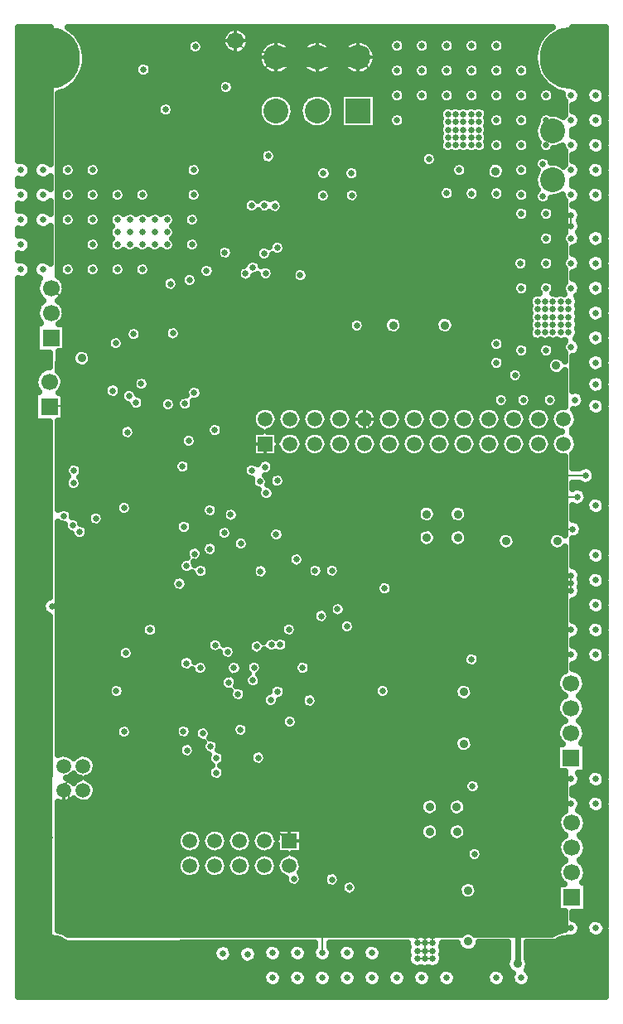
<source format=gbr>
G04 DipTrace 2.4.0.2*
%INGround.gbr*%
%MOIN*%
%ADD13C,0.008*%
%ADD14C,0.024*%
%ADD19C,0.08*%
%ADD22C,0.05*%
%ADD27C,0.025*%
%ADD28C,0.013*%
%ADD47R,0.1X0.1*%
%ADD48C,0.1*%
%ADD49C,0.059*%
%ADD50C,0.125*%
%ADD51R,0.0591X0.0591*%
%ADD52C,0.0591*%
%ADD53R,0.0669X0.0669*%
%ADD54C,0.0669*%
%ADD55C,0.25*%
%ADD76C,0.035*%
%FSLAX44Y44*%
G04*
G70*
G90*
G75*
G01*
%LNInner1*%
%LPD*%
X12830Y16040D2*
D13*
X12200D1*
X11520Y16720D1*
X11530D1*
X11000Y17250D1*
X10960D1*
X10585Y17625D1*
X10710Y21250D2*
X11080Y20880D1*
Y20480D1*
X10585Y19985D1*
Y18940D1*
Y17625D1*
X9529Y19985D2*
X10585D1*
X17877Y41975D2*
D19*
X16227D1*
X15750Y23710D2*
D13*
X15585D1*
Y22950D1*
Y22700D1*
X14675Y21790D1*
X13860D1*
X7480Y21120D2*
X7060Y21540D1*
Y23670D1*
X7970Y24580D1*
X7960D1*
X8190Y24810D1*
X9380D1*
X12670D1*
Y24290D1*
X12240Y23860D1*
Y22560D1*
X12680Y22120D1*
Y20880D1*
X11080D1*
X15460Y19110D2*
X15335Y19235D1*
X14880D1*
X14585Y18940D1*
X10585D1*
X6910Y21490D2*
X7060D1*
Y21540D1*
X6910Y21490D2*
Y21300D1*
X6583Y21628D1*
X6252D1*
X5565Y19878D2*
X6252Y20565D1*
Y21628D1*
X23780Y32240D2*
Y31730D1*
Y31240D1*
X17785Y8035D2*
X17910D1*
Y9110D1*
X17750D1*
X17790Y9150D1*
X12231Y42679D2*
X12960Y41950D1*
X14552D1*
X14577Y41975D1*
X11280Y39870D2*
Y41200D1*
X10751D1*
X12231Y42679D1*
X10330Y39220D2*
Y39200D1*
X10610D1*
X11280Y39870D1*
X10330Y39200D2*
Y38750D1*
X20141Y39819D2*
Y39319D1*
Y38810D2*
Y39319D1*
X8815Y41190D2*
X10191D1*
X11128D1*
X11290D1*
X11280Y41200D1*
X11128Y41503D2*
Y41190D1*
X12570Y41207D2*
X13810D1*
X14577Y41975D1*
D19*
X16227D1*
X23187Y34733D2*
D13*
X22230Y35690D1*
X20660D1*
X20180Y36170D1*
X23187Y34733D2*
Y34230D1*
X24490D1*
X19931Y33199D2*
X20214D1*
X20221Y33206D1*
X20533D1*
X20827D1*
X20828Y33207D1*
X21140D1*
X21434D1*
X21435D1*
X21747D1*
X22041D1*
X22042Y33208D1*
X19931Y33199D2*
X19618D1*
X19324D1*
X19319Y33195D1*
X19007D1*
X18696D1*
X18695Y33194D1*
Y32882D1*
Y32569D1*
X19007Y33195D2*
Y32882D1*
Y32570D1*
X19319Y33195D2*
Y32882D1*
Y32570D1*
X19618Y33199D2*
Y32887D1*
Y32574D1*
X19931Y33199D2*
Y32887D1*
Y32574D1*
X20221Y33206D2*
Y32893D1*
Y32581D1*
X20533Y33206D2*
Y32893D1*
Y32581D1*
X20828Y33207D2*
Y32894D1*
Y32582D1*
X21140Y33207D2*
Y32894D1*
Y32582D1*
X21435Y33207D2*
Y32895D1*
Y32582D1*
X21747Y33207D2*
Y32895D1*
Y32582D1*
X22042Y33208D2*
Y32896D1*
Y32583D1*
X18130Y27420D2*
Y28830D1*
Y30350D1*
Y30773D1*
X19931Y32574D1*
X22520Y33060D2*
X22510D1*
Y33051D2*
X22042Y32583D1*
X20180Y36170D2*
X19670D1*
Y37018D1*
Y38880D1*
X18740D1*
Y41112D1*
X17877Y41975D1*
X21140Y32582D2*
X22390Y31332D1*
X22570Y31152D1*
Y28830D1*
X22175D1*
X21525D1*
X19425D2*
X18130D1*
X18155D1*
X23187Y34733D2*
Y32833D1*
X23780Y32240D1*
X22570Y28830D2*
X22580Y28840D1*
Y25140D1*
Y25130D1*
Y24060D1*
X22610D1*
Y21070D1*
X13860Y21790D2*
X12940Y20870D1*
X11070D1*
X10690Y21250D1*
X10710D1*
X6290Y34820D2*
Y34450D1*
X17877Y41975D2*
D22*
X18072Y42170D1*
D13*
X13420D1*
X12950Y42640D1*
X18130Y27420D2*
Y27310D1*
X18610Y26830D1*
Y24940D1*
Y24899D1*
Y23940D1*
Y23904D1*
Y23610D1*
X18280D1*
Y22590D1*
X19330Y22640D2*
X19380D1*
Y23610D1*
X18610D1*
X19310D2*
Y23339D1*
X19380Y23610D1*
X19320Y11850D2*
X19400D1*
Y16110D1*
X20115D1*
X19320Y11850D2*
Y11800D1*
X18220D1*
X18200Y10850D2*
Y11820D1*
X18220Y11800D1*
X18200Y10850D2*
X19300D1*
X20113Y17012D2*
X20426D1*
X20738D1*
X20426D2*
Y17610D1*
Y19054D1*
X20240Y19240D1*
X19810Y18810D1*
X17070D1*
X16770Y19110D1*
X15460D1*
X19330Y22640D2*
Y20877D1*
Y20310D1*
Y20150D1*
X19920Y19560D1*
X20240Y19240D1*
X20426Y17012D2*
Y16718D1*
X20427Y16717D1*
Y16405D1*
Y16111D1*
X20428Y16110D1*
Y15798D1*
Y15372D1*
X20450Y15350D1*
Y15482D1*
X20428Y15503D1*
Y15191D1*
Y14907D1*
X20435Y14901D1*
Y14588D1*
Y14294D1*
X20440Y14289D1*
Y13977D1*
Y13666D1*
Y13665D1*
X20427Y16717D2*
X20114D1*
X20427Y16405D2*
X20114D1*
X20428Y16110D2*
X20115D1*
X20428Y15798D2*
X20115D1*
X20428Y15503D2*
X20116D1*
X20428Y15191D2*
X20116D1*
X20435Y14901D2*
X20123D1*
X20435Y14588D2*
X20123D1*
X20440Y14289D2*
X20127D1*
X20440Y13977D2*
X20127D1*
X20440Y13665D2*
X20128D1*
X20440D2*
X20753D1*
X20440Y13977D2*
X20752D1*
X20440Y14289D2*
X20752D1*
X20435Y14588D2*
X20748D1*
X20435Y14901D2*
X20748D1*
X20428Y15191D2*
X20741D1*
X20428Y15503D2*
X20741D1*
X20428Y15798D2*
X20740D1*
X20428Y16110D2*
X20740D1*
X20427Y16405D2*
X20739D1*
X20427Y16717D2*
X20739D1*
X20440Y13665D2*
Y12960D1*
Y12330D1*
X20220Y12110D1*
Y9388D1*
X20551Y9057D1*
Y8763D1*
X20552Y8762D1*
Y8450D1*
Y8156D1*
X20553Y8155D1*
Y7843D1*
Y7549D1*
X20554Y7548D1*
Y7236D1*
Y6952D1*
X20560Y6946D1*
Y6633D1*
Y6339D1*
X20565Y6334D1*
Y6022D1*
Y5711D1*
Y5710D1*
X20551Y9057D2*
X20238D1*
X20551D2*
X20863D1*
X20552Y8762D2*
X20864D1*
X20239D2*
X20552D1*
X20239Y8450D2*
X20552D1*
X20864D1*
X20240Y8155D2*
X20553D1*
X20865D1*
X20240Y7843D2*
X20553D1*
X20865D1*
X20241Y7548D2*
X20554D1*
X20866D1*
X20241Y7236D2*
X20554D1*
X20866D1*
X20248Y6946D2*
X20560D1*
X20873D1*
X20248Y6633D2*
X20560D1*
X20873D1*
X20252Y6334D2*
X20565D1*
X20877D1*
X20252Y6022D2*
X20565D1*
X20877D1*
X20253Y5710D2*
X20565D1*
X20878D1*
X10320Y17920D2*
X10615Y17625D1*
X10585D1*
X9900Y18390D2*
Y18340D1*
X10320Y17920D1*
X8480Y16430D2*
Y16970D1*
X9900Y18390D1*
X8850Y15800D2*
X8490Y16160D1*
Y16430D1*
X8480D1*
X8850Y15800D2*
Y15790D1*
X9370Y15270D1*
X9930Y14940D2*
X9700D1*
X9370Y15270D1*
X9380Y23080D2*
Y24810D1*
X15570Y22950D2*
X15585D1*
X17060Y17240D2*
Y17510D1*
X15460Y19110D1*
X22351Y25130D2*
X22580D1*
Y25140D2*
X23445D1*
X24309D1*
Y25150D1*
X24970D1*
X27020D1*
X22550Y24030D2*
X22580Y24060D1*
X26700Y24290D2*
X26020D1*
X25760Y24030D1*
X22550D1*
X22580D1*
Y23230D1*
X21700Y30380D2*
Y30642D1*
X22390Y31332D1*
X21700Y30380D2*
Y29810D1*
X17900Y30350D2*
X18130D1*
X17900D2*
Y29820D1*
X5540Y32692D2*
Y32740D1*
X5980Y32300D1*
X7980D1*
X9900D1*
X10690D1*
Y32750D1*
X10680D1*
Y32300D2*
X12670D1*
Y29790D1*
Y27320D1*
Y26420D1*
Y25930D1*
Y25520D1*
Y24810D1*
X11430Y26980D2*
X11770Y27320D1*
X12670D1*
X9950Y25930D2*
X12670D1*
X7210Y29370D2*
X8227D1*
X8556Y29698D1*
X9790D1*
X12680D1*
Y27320D1*
X12670D1*
X8556Y29698D2*
Y30468D1*
X8560Y30473D1*
X9800Y28030D2*
X9740D1*
X9490Y27780D1*
X8160D1*
X7990Y27950D1*
X5570D1*
X5505Y27885D1*
X5480Y27910D1*
X14230Y32280D2*
X14240Y32290D1*
X12810D1*
Y34510D1*
X12595Y34725D1*
X11830Y33960D1*
X7110D1*
X6280Y34790D1*
X6220D1*
Y34450D1*
X6290D1*
X9890Y30888D2*
X9900Y30898D1*
Y32300D1*
X6028Y12476D2*
Y12668D1*
X6340Y12980D1*
X7970D1*
X9930Y14940D1*
X14320Y14310D2*
X12830D1*
Y16040D1*
X12180Y11970D2*
X12839D1*
X13540D1*
X15110Y10400D1*
Y10450D1*
X6230Y7830D2*
Y12273D1*
X6028Y12476D1*
X6230Y7830D2*
Y7340D1*
X17790Y9150D2*
Y10440D1*
X18200Y10850D1*
X23315Y20815D2*
X22865D1*
X22610Y21070D1*
X23315Y20815D2*
X23628D1*
X23940D1*
X24253D1*
X24565D1*
X24878D1*
Y21128D1*
Y20815D2*
X25190D1*
X25503D1*
X25815D1*
X26128D1*
X26440D1*
X22610Y21070D2*
X22668Y21128D1*
X23628D1*
X23940D1*
X24253D1*
X24565D1*
X25200D1*
X25503D1*
X25815D1*
X26128D1*
X26440D1*
Y20815D1*
X22610Y21070D2*
Y20833D1*
X22940Y20503D1*
X23315D1*
X23628D1*
X23940D1*
X24253D1*
X24565D1*
X24878D1*
X25190D1*
X25503D1*
X25815D1*
X26128D1*
X26440D1*
Y20815D1*
X24565Y21128D2*
D3*
X24253D2*
D3*
X23940D2*
D3*
X23628D2*
D3*
X23315Y20503D2*
D3*
X23628D2*
D3*
X23940D2*
D3*
X24253D2*
D3*
X24565D2*
D3*
X24878D2*
D3*
X25190D2*
D3*
X25503D2*
D3*
X25815D2*
D3*
X26128D2*
D3*
X26440Y21128D2*
D3*
X26128D2*
D3*
X25815D2*
D3*
X25503D2*
D3*
X25200Y21130D2*
Y21128D1*
X24878Y17690D2*
Y17664D1*
X23711D1*
X23534D1*
X23110Y17240D1*
X20967D1*
X20738Y17012D1*
X24878Y17664D2*
Y16270D1*
Y14396D2*
Y16270D1*
Y14396D2*
Y13050D1*
X22920Y12960D2*
X20440D1*
X22920D2*
Y12930D1*
X23670D1*
X22930Y17690D2*
X22970D1*
Y17225D1*
X23110Y17240D1*
X23711Y17664D2*
Y17721D1*
X23690Y17700D1*
X24950Y10399D2*
Y10888D1*
Y11940D1*
Y11963D1*
Y13122D1*
X24878Y13050D1*
X24950Y10399D2*
Y9800D1*
Y9120D1*
X25040Y9030D1*
X24290Y5508D2*
D14*
Y6822D1*
D13*
X24300D1*
Y8290D1*
X25040Y9030D1*
X24300Y6822D2*
X24802D1*
X24950Y6970D1*
X23820Y9800D2*
X24950D1*
X23820D2*
Y9780D1*
X23050D1*
X10191Y41194D2*
Y41190D1*
X11310Y25520D2*
X12670D1*
X26510Y22990D2*
X22580D1*
Y23230D1*
X18610Y20310D2*
X19330D1*
X23590Y35790D2*
Y35136D1*
X23187Y34733D1*
X21620Y19560D2*
X19920D1*
X16440Y6940D2*
Y5940D1*
Y6940D2*
X15440D1*
X14440D1*
X13440D1*
X12440D1*
X15440D2*
Y7940D1*
X14440D1*
X13440D1*
X12440D1*
X19400Y16110D2*
X17560D1*
X17390Y15940D1*
X16440D1*
X17390D2*
Y14990D1*
X17440Y14940D1*
Y13940D1*
Y12940D1*
Y11940D1*
Y10940D1*
Y9940D1*
X16440Y14940D2*
X17440D1*
X18390D1*
X15650Y14930D2*
X16440D1*
Y14940D1*
X15540Y13940D2*
X16440D1*
X17440D1*
X18440D1*
X16440Y12940D2*
X17440D1*
X18440D1*
X19440D1*
X20440D2*
X21440D1*
X21490Y12890D1*
X23670Y12930D2*
X24430D1*
X24440Y12940D1*
X25440Y11940D2*
X24950D1*
Y11963D2*
X24463D1*
X24440Y11940D1*
X23440D1*
X22440D1*
Y10940D2*
X23440D1*
X24440D1*
X24898D1*
X24950Y10888D1*
X25388D1*
X25440Y10940D1*
X26440Y12940D2*
X25691D1*
X24988D1*
X24878Y13050D1*
X24950Y6970D2*
X26410D1*
X26440Y6940D1*
X18440Y24940D2*
X18610D1*
Y24899D2*
X19399D1*
X19440Y24940D1*
X20440D1*
X21440D1*
X18440D2*
X17440D1*
Y23940D2*
X18610D1*
Y23904D2*
X21404D1*
X21440Y23940D1*
X17480Y22940D2*
X17930D1*
X18280Y22590D1*
X17440Y21940D2*
X17630D1*
X18280Y22590D1*
X18440Y21940D2*
Y22430D1*
X18280Y22590D1*
X20440Y21940D2*
X19440D1*
X21440D2*
X20440D1*
Y20940D2*
X19393D1*
X19330Y20877D1*
X21440Y20940D2*
X20440D1*
X21620Y19560D2*
Y19760D1*
X21440Y19940D1*
X22440D1*
X9790Y30320D2*
Y29698D1*
X26442Y35625D2*
X26188D1*
X25753Y35190D1*
X24190D1*
X23590Y35790D1*
X26442Y35625D2*
Y35185D1*
X23640Y25160D2*
X23465D1*
X23445Y25140D1*
X8650Y12410D2*
X8568D1*
X7998Y12980D1*
X7970D1*
X13419Y29790D2*
X12670D1*
X14160Y31520D2*
Y31580D1*
X16550D1*
X12830Y14310D2*
X12839Y11970D1*
X16440Y12940D2*
X15570D1*
X16440Y11940D2*
X17440D1*
X19670Y36170D2*
Y35183D1*
Y33460D1*
X19931Y33199D1*
X12595Y34725D2*
Y37128D1*
Y38440D1*
Y39993D1*
X12776Y40173D1*
X14577Y41975D1*
X22010Y35100D2*
Y35150D1*
X19703D1*
X19670Y35183D1*
Y38880D2*
X20071D1*
X20141Y38810D1*
X13920Y37270D2*
X13778Y37128D1*
X12595D1*
X13920Y37270D2*
X15090D1*
X7980Y30828D2*
Y32300D1*
X10020Y36630D2*
Y37830D1*
X10000D1*
Y38420D1*
X10330Y38750D1*
X13930Y36420D2*
X13900D1*
Y37290D1*
X13920Y37270D1*
X15090D2*
Y36410D1*
X11940Y38440D2*
X12595D1*
X18400Y37200D2*
X19488D1*
X19670Y37018D1*
X18680Y38820D2*
X18740Y38880D1*
X11430Y26980D2*
X10850D1*
X9800Y28030D1*
X10815Y37690D2*
X10160D1*
X10020Y37830D1*
X12810Y32290D2*
X12670Y32300D1*
X14230Y32280D2*
Y31590D1*
X14160Y31520D1*
X13419Y29790D2*
X13772Y30143D1*
X16010D1*
X14130Y26420D2*
X12670D1*
X16000Y21930D2*
X17430D1*
X17440Y21940D1*
X15585Y23710D2*
X13180D1*
X12670Y24220D1*
Y24290D1*
X25440Y12940D2*
X25691D1*
X25440Y11940D2*
X26440D1*
X12579Y40370D2*
X12776Y40173D1*
X5150Y34820D2*
Y34450D1*
X5030Y7830D2*
X4961D1*
Y7366D1*
X5034D1*
X5040Y7360D1*
X4961Y10598D2*
Y7899D1*
X5030Y7830D1*
X5440Y41940D2*
X4490D1*
X4690Y41740D1*
Y34830D1*
Y15609D1*
X4961Y15338D1*
Y10598D1*
X5040Y7360D2*
Y5840D1*
X5440Y5440D1*
X5628D1*
X6815Y4253D1*
X25253D1*
X26440Y5440D1*
Y6127D1*
X27003Y6690D1*
Y7190D1*
X27440Y7628D1*
Y11378D1*
X27690Y11628D1*
Y26940D1*
Y35127D1*
X27627Y35190D1*
X27690D1*
Y35690D1*
Y40690D1*
X26440Y41940D1*
X27625Y35625D2*
X27690Y35690D1*
X27560Y26920D2*
Y26940D1*
X27690D1*
X5150Y34820D2*
X4690Y34830D1*
D27*
X14253Y38003D3*
X14100Y34080D3*
X13590Y36010D3*
D76*
X6760Y29870D3*
D27*
X13950Y21300D3*
X10980Y21509D3*
X9503Y18940D3*
X15095Y18960D3*
X9503Y18940D3*
X10970Y17600D3*
X11520Y17410D3*
X14620Y24940D3*
D3*
X8460Y14840D3*
X11520Y17410D3*
X10230Y28020D3*
X10420Y30870D3*
X15920Y16100D3*
X15095Y18960D3*
X15920Y16100D3*
X18860Y16481D3*
X13950Y21300D3*
X10810Y25520D3*
X8130Y30473D3*
X8003Y28565D3*
X13860Y13800D3*
D3*
X15130Y15250D3*
X17530Y8570D3*
X17430Y19080D3*
X10810Y25520D3*
X8460Y23850D3*
X18940Y20610D3*
X10420Y30870D3*
X8130Y30473D3*
X9190Y36440D3*
D3*
D3*
X12517Y34128D3*
X10870Y23090D3*
X12130Y18330D3*
X15550Y33210D3*
X11090Y33020D3*
X11280Y28480D3*
X8940Y28080D3*
X11780Y33390D3*
X13350Y33270D3*
X13600Y25360D3*
X12880Y17410D3*
X14637Y16460D3*
X14140Y25500D3*
X13160Y22410D3*
X12170Y13200D3*
D3*
X14580Y22780D3*
X13645Y16905D3*
X13690Y17430D3*
X13920Y24910D3*
X14390Y18340D3*
X15400Y21770D3*
X14180Y24440D3*
X13800Y18270D3*
X12830Y16040D3*
X10585Y17625D3*
X10710Y21250D3*
X9529Y19985D3*
X15750Y23710D3*
X13860Y21790D3*
X7480Y21120D3*
X15460Y19110D3*
X6910Y21490D3*
X6252Y21628D3*
X6910Y21490D3*
X5565Y19878D3*
D76*
X23780Y32240D3*
Y31240D3*
D27*
X17785Y8035D3*
X17790Y9150D3*
X12231Y42679D3*
X11280Y39870D3*
X12231Y42679D3*
X10330Y39220D3*
X11280Y39870D3*
X10330Y38750D3*
D76*
X20141Y39819D3*
Y39319D3*
Y38810D3*
D27*
X10330Y38750D3*
X8815Y41190D3*
X11128Y41503D3*
X12570Y41207D3*
X23187Y34733D3*
X20180Y36170D3*
X24490Y34230D3*
X23187Y34733D3*
X22520Y33060D3*
X21525Y28830D3*
X19425D3*
X18155D3*
D76*
X23780Y31730D3*
D27*
X23187Y34733D3*
D76*
X23780Y32240D3*
D27*
X22610Y21070D3*
X10710Y21250D3*
X6290Y34820D3*
Y34450D3*
D76*
X18280Y23610D3*
Y22590D3*
X19330Y22640D3*
X19310Y23610D3*
X19320Y11850D3*
X18220Y11800D3*
X19320Y11850D3*
X18200Y10850D3*
X19300D3*
X18200D3*
D27*
X15460Y19110D3*
D76*
X19330Y22640D3*
D27*
X11000Y17250D3*
X11520Y16720D3*
X10320Y17920D3*
X9900Y18390D3*
X10320Y17920D3*
X8480Y16430D3*
X9900Y18390D3*
X8850Y15800D3*
X8480Y16430D3*
X9370Y15270D3*
X8850Y15800D3*
X9930Y14940D3*
X9380Y23080D3*
X15570Y22950D3*
X17060Y17240D3*
X15460Y19110D3*
X22351Y25130D3*
X27020Y25150D3*
X22550Y24030D3*
X26700Y24290D3*
X22550Y24030D3*
X22580Y23230D3*
X22550Y24030D3*
X21700Y30380D3*
Y29810D3*
Y30380D3*
X17900Y30350D3*
Y29820D3*
Y30350D3*
X11430Y26980D3*
X9950Y25930D3*
X7210Y29370D3*
X8560Y30473D3*
X9800Y28030D3*
X7990Y27950D3*
D3*
X14230Y32280D3*
X10690Y32750D3*
X9890Y30888D3*
X17070Y18810D3*
X20426Y17610D3*
X9930Y14940D3*
X14320Y14310D3*
X12830Y16040D3*
X12180Y11970D3*
X6230Y7830D3*
Y7340D3*
Y7830D3*
D76*
X18200Y10850D3*
D27*
X24878Y17690D3*
Y16270D3*
Y14396D3*
Y13050D3*
Y14396D3*
X22920Y12960D3*
X23670Y12930D3*
X22920Y12960D3*
X22930Y17690D3*
X23690Y17700D3*
X24950Y10399D3*
X25040Y9030D3*
X24950Y10399D3*
D76*
X24290Y5508D3*
D27*
X24950Y6970D3*
X23820Y9800D3*
X23050Y9780D3*
X23820Y9800D3*
X11310Y25520D3*
X7960Y24580D3*
X26510Y22990D3*
X18610Y20310D3*
X23590Y35790D3*
X23187Y34733D3*
X21620Y19560D3*
D3*
X9790Y30320D3*
X26442Y35625D3*
X23590Y35790D3*
X26442Y35185D3*
Y35625D3*
X24970Y25150D3*
X22175Y28830D3*
X23640Y25160D3*
X8650Y12410D3*
X13419Y29790D3*
X14160Y31520D3*
X16550Y31580D3*
X22010Y35100D3*
D76*
X20141Y38810D3*
D27*
X13920Y37270D3*
X15090D3*
X13920D3*
X7980Y30828D3*
X10020Y36630D3*
Y37830D3*
X13930Y36420D3*
X13920Y37270D3*
X15090Y36410D3*
X11940Y38440D3*
X18400Y37200D3*
X18680Y38820D3*
X11430Y26980D3*
X9800Y28030D3*
X10815Y37690D3*
X14230Y32280D3*
X14160Y31520D3*
X16010Y30143D3*
X13419Y29790D3*
X16000Y21930D3*
X12579Y40370D3*
X5150Y34820D3*
Y34450D3*
X5030Y7830D3*
X5040Y7360D3*
X5030Y7830D3*
X27625Y35625D3*
X27627Y35190D3*
D76*
X27560Y26920D3*
D27*
X5150Y34820D3*
X7320Y23430D3*
X6440Y25350D3*
X6390Y23150D3*
X6420Y24850D3*
X15640Y17420D3*
X17050Y19770D3*
X16150Y21330D3*
X14740Y18350D3*
X12500Y22840D3*
X12630Y18060D3*
X13140Y14930D3*
X8150Y16480D3*
X8530Y18010D3*
X22564Y9925D3*
X22439Y17762D3*
X14110Y36020D3*
X14160Y33290D3*
X9237Y41487D3*
X10135Y39875D3*
D3*
X14630Y34320D3*
X14530Y36000D3*
X16820Y8900D3*
X15290Y8930D3*
X13040Y16360D3*
X16830Y21330D3*
X12750Y23570D3*
X12670Y16820D3*
X8600Y26900D3*
X12110Y26980D3*
X14360Y16120D3*
X16400Y19500D3*
X10324Y32866D3*
X13650Y33530D3*
X10324Y32866D3*
X12170Y13780D3*
X11910Y23760D3*
X9150Y28840D3*
X8660Y28350D3*
X8840Y30838D3*
X6050Y23530D3*
X6670Y22890D3*
X11300Y22000D3*
X11630Y14770D3*
X10990Y14100D3*
X11540Y21310D3*
X10850Y14860D3*
X10680Y20800D3*
X11910Y22200D3*
X11940Y14250D3*
D76*
X22130Y16435D3*
X22300Y8460D3*
D27*
X22482Y12650D3*
D76*
X22130Y14355D3*
X22300Y6421D3*
D27*
X12550Y40780D3*
D76*
X19290Y31200D3*
X21370D3*
X23830Y22510D3*
X25890D3*
D27*
X17830Y31190D3*
D76*
X19290Y31200D3*
X21890Y23600D3*
X20640D3*
X21850Y11820D3*
X21890Y23600D3*
X22130Y16435D3*
X20640Y22650D3*
X21890D3*
X20640D3*
X20760Y11820D3*
Y10820D3*
Y11820D3*
X21860Y10820D3*
X23830Y22510D3*
X25890D3*
D27*
X11325Y42405D3*
X12550Y40780D3*
D76*
X23410Y37400D3*
D27*
X16480Y37310D3*
X17610D3*
X16480D3*
X16460Y36410D3*
X16480Y37310D3*
X17630Y36430D3*
D76*
X25850Y29570D3*
D27*
X10910Y28040D3*
X11060Y26550D3*
X25087Y32151D3*
X25399D3*
X25712D3*
X26024D3*
X26337D3*
X25087Y31838D3*
X25399D3*
X25712D3*
X26024D3*
X26337D3*
X25087Y31526D3*
X25399D3*
X25712D3*
X26024D3*
X26337D3*
X25087Y31213D3*
X25399D3*
X25712D3*
X26024D3*
X26337D3*
X25087Y30901D3*
X25399D3*
X25712D3*
X26024D3*
X26337D3*
X24878Y20815D3*
Y21128D3*
X25190Y20815D3*
X25503D3*
X25815D3*
X26128D3*
X21140Y32894D3*
X26440Y20815D3*
X24565D3*
X24253D3*
X23940D3*
X23628D3*
X23315D3*
X24565Y21128D3*
X24253D3*
X23940D3*
X23628D3*
X23315D3*
Y20503D3*
X23628D3*
X23940D3*
X24253D3*
X24565D3*
X24878D3*
X25190D3*
X25503D3*
X25815D3*
X26128D3*
X26440D3*
Y21128D3*
X26128D3*
X25815D3*
X25503D3*
X25200Y21130D3*
X22115Y39063D3*
Y39375D3*
Y39688D3*
X21802Y39375D3*
X21490D3*
X21802Y39063D3*
X21490D3*
X22115Y38750D3*
X21802D3*
X21490D3*
Y38437D3*
X21802D3*
X22115D3*
X21802Y39688D3*
X21490D3*
X22428D3*
Y39375D3*
Y39063D3*
Y38750D3*
Y38437D3*
X22740Y39688D3*
Y39375D3*
Y39063D3*
Y38750D3*
Y38437D3*
X8190Y36440D3*
Y35440D3*
Y34440D3*
Y33440D3*
X7190Y37440D3*
Y36440D3*
X6190Y37440D3*
X5190D3*
X4315D3*
Y36440D3*
Y35440D3*
Y34440D3*
Y33440D3*
X5190D3*
X6190D3*
X7190D3*
X9190D3*
X10190Y34440D3*
X20828Y32894D3*
X20533Y32893D3*
X20221D3*
X20533Y33206D3*
Y32581D3*
X20221Y33206D3*
X11190Y34440D3*
X20221Y32581D3*
X23440Y42440D3*
X11190Y35440D3*
X10190D3*
X26440Y18940D3*
X25440Y17940D3*
X20553Y8155D3*
Y7843D3*
X20554Y7548D3*
Y7236D3*
X20241Y7548D3*
X25440Y12940D3*
X20866Y7548D3*
X20241Y7236D3*
X20866D3*
X20240Y8155D3*
X20865D3*
X20240Y7843D3*
X20865D3*
X20552Y8762D3*
Y8450D3*
X20239Y8762D3*
X20864D3*
X20239Y8450D3*
X20864D3*
X20551Y9057D3*
X20238D3*
X20863D3*
X20560Y6946D3*
Y6633D3*
X20248Y6946D3*
X11253Y36440D3*
Y37440D3*
X20873Y6946D3*
X20248Y6633D3*
X20873D3*
X20565Y6334D3*
Y6022D3*
X20252Y6334D3*
X20877D3*
X20252Y6022D3*
X20877D3*
X20565Y5710D3*
X20253D3*
X20878D3*
X5190Y36440D3*
X6190D3*
X5190Y35440D3*
X6190D3*
X7190D3*
Y34440D3*
X19440Y41440D3*
X20440D3*
X21440D3*
X22440D3*
X23440D3*
X24440D3*
X19440Y42440D3*
X16440Y11940D3*
X15570Y12940D3*
X20440Y42440D3*
X21440D3*
X22440D3*
X8190Y34940D3*
X10191Y40882D3*
Y41194D3*
X10504D3*
Y40882D3*
X9879Y41194D3*
Y40882D3*
Y40569D3*
X10191D3*
X10504D3*
X22440Y40440D3*
X23440Y39440D3*
X24440D3*
X25440D3*
X26440D3*
X27440D3*
X21440Y40440D3*
X20440D3*
X20428Y16110D3*
Y15798D3*
Y15503D3*
X21140Y33207D3*
Y32582D3*
X20828Y33207D3*
Y32582D3*
X21747Y32895D3*
X21435D3*
X21747Y33207D3*
Y32582D3*
X21435Y33207D3*
Y32582D3*
X22042Y32896D3*
Y33208D3*
Y32583D3*
X19931Y32887D3*
X19618D3*
X19931Y33199D3*
Y32574D3*
X19618Y33199D3*
Y32574D3*
X19440Y40440D3*
X27440Y38440D3*
Y37440D3*
Y36440D3*
X19440Y39440D3*
X9190Y34440D3*
X23440Y40440D3*
X24440D3*
X25440D3*
X26440D3*
X27440D3*
X26440Y38440D3*
X25440D3*
X24440D3*
X23440D3*
X19319Y32882D3*
X24440Y37440D3*
Y36440D3*
X19007Y32882D3*
X19319Y33195D3*
Y32570D3*
X19007Y33195D3*
Y32570D3*
X18695Y32882D3*
Y33194D3*
Y32569D3*
X20428Y15191D3*
X20116Y15503D3*
X20741D3*
X20116Y15191D3*
X20741D3*
X20115Y16110D3*
X20740D3*
X20115Y15798D3*
X20740D3*
X20427Y16717D3*
Y16405D3*
X20114Y16717D3*
X20739D3*
X20114Y16405D3*
X20739D3*
X20426Y17012D3*
X20113D3*
X20738D3*
X20435Y14901D3*
Y14588D3*
X20123Y14901D3*
X20748D3*
X20123Y14588D3*
X20748D3*
X20440Y14289D3*
Y13977D3*
X20127Y14289D3*
X20752D3*
X20127Y13977D3*
X20752D3*
X20440Y13665D3*
X20128D3*
X20753D3*
X26440Y37440D3*
Y36440D3*
X25315Y36378D3*
Y37690D3*
X8690Y34940D3*
X9190D3*
X9690D3*
X10190D3*
X9690Y34440D3*
X8690D3*
X9690Y35440D3*
X9190D3*
X8690D3*
X21940Y37440D3*
X20730Y37880D3*
X23440Y36500D3*
X22440D3*
X21440Y36510D3*
X27440Y34690D3*
Y33690D3*
Y32690D3*
Y31690D3*
Y30690D3*
Y29690D3*
Y28815D3*
X24440Y35690D3*
X25440D3*
Y34690D3*
X26440D3*
X24410Y33690D3*
X25440D3*
X26440D3*
X24440Y32690D3*
X25440D3*
X26440D3*
X24440Y30190D3*
X23440Y30440D3*
Y29690D3*
X23627Y28190D3*
X24530D3*
X25590D3*
X26600D3*
X24190Y29190D3*
X25440Y30190D3*
X26440Y30315D3*
X27440Y27940D3*
Y23940D3*
Y21940D3*
Y20940D3*
Y19940D3*
Y18940D3*
Y17940D3*
X26440D3*
X27440Y12940D3*
Y11940D3*
X26440D3*
X22440D3*
X23440D3*
X24440D3*
X25440D3*
X26440Y12940D3*
X24440D3*
X22440Y10940D3*
X23440D3*
X24440D3*
X25440D3*
X27440Y6940D3*
X26440D3*
X24440Y4940D3*
X23440D3*
X21440D3*
X20440D3*
X15440D3*
X16440D3*
X17440D3*
X18440D3*
X19440D3*
X14440D3*
Y5940D3*
Y6940D3*
X12440Y7940D3*
X13440D3*
X14440D3*
X13440Y6940D3*
X12440D3*
X13440Y5890D3*
X12430Y5920D3*
X15440Y5940D3*
X16440D3*
X17440D3*
X18440D3*
X15440Y6940D3*
X16440D3*
X15440Y7940D3*
X17440Y11940D3*
Y10940D3*
Y9940D3*
Y12940D3*
X16440D3*
X15540Y13940D3*
X16440D3*
Y14940D3*
Y15940D3*
X17390D3*
X17440Y14940D3*
Y13940D3*
X18440Y12940D3*
X19440D3*
X20440D3*
X21490Y12890D3*
X18440Y13940D3*
X18390Y14940D3*
X15650Y14930D3*
X21440Y23940D3*
Y24940D3*
X20440D3*
X19440D3*
X18440D3*
X17440D3*
Y23940D3*
X17480Y22940D3*
X17440Y21940D3*
X18440D3*
X19440D3*
X20440D3*
X21440D3*
Y20940D3*
Y19940D3*
X22440D3*
X20440Y20940D3*
X6529Y42945D2*
X12472D1*
X13428D2*
X25351D1*
X6717Y42697D2*
X11128D1*
X11522D2*
X12382D1*
X13518D2*
X19194D1*
X19686D2*
X20194D1*
X20686D2*
X21194D1*
X21686D2*
X22194D1*
X22686D2*
X23194D1*
X23686D2*
X25163D1*
X6838Y42448D2*
X10964D1*
X11686D2*
X12413D1*
X13486D2*
X14019D1*
X15135D2*
X15671D1*
X16787D2*
X17319D1*
X18436D2*
X19077D1*
X19803D2*
X20077D1*
X20803D2*
X21077D1*
X21803D2*
X22077D1*
X22803D2*
X23077D1*
X23803D2*
X25042D1*
X6904Y42199D2*
X11030D1*
X11619D2*
X12601D1*
X13299D2*
X13874D1*
X15279D2*
X15526D1*
X16928D2*
X17175D1*
X18580D2*
X19179D1*
X19701D2*
X20179D1*
X20701D2*
X21179D1*
X21701D2*
X22179D1*
X22701D2*
X23179D1*
X23701D2*
X24976D1*
X6928Y41951D2*
X13839D1*
X15315D2*
X15491D1*
X16963D2*
X17140D1*
X18615D2*
X24952D1*
X6908Y41702D2*
X8952D1*
X9522D2*
X13894D1*
X15260D2*
X15546D1*
X16912D2*
X17194D1*
X18561D2*
X19202D1*
X19678D2*
X20202D1*
X20678D2*
X21202D1*
X21678D2*
X22202D1*
X22678D2*
X23202D1*
X23678D2*
X24202D1*
X24678D2*
X24972D1*
X6846Y41453D2*
X8878D1*
X9600D2*
X14065D1*
X15088D2*
X15718D1*
X16736D2*
X17366D1*
X18389D2*
X19077D1*
X19803D2*
X20077D1*
X20803D2*
X21077D1*
X21803D2*
X22077D1*
X22803D2*
X23077D1*
X23803D2*
X24077D1*
X24803D2*
X25034D1*
X6729Y41205D2*
X9026D1*
X9447D2*
X19171D1*
X19709D2*
X20171D1*
X20709D2*
X21171D1*
X21709D2*
X22171D1*
X22709D2*
X23171D1*
X23709D2*
X24171D1*
X24709D2*
X25151D1*
X6549Y40956D2*
X12237D1*
X12865D2*
X25331D1*
X6252Y40707D2*
X12194D1*
X12904D2*
X19210D1*
X19670D2*
X20210D1*
X20670D2*
X21210D1*
X21670D2*
X22210D1*
X22670D2*
X23210D1*
X23670D2*
X24210D1*
X24670D2*
X25210D1*
X5842Y40459D2*
X12421D1*
X12681D2*
X14245D1*
X14908D2*
X15897D1*
X16561D2*
X17140D1*
X18615D2*
X19077D1*
X19803D2*
X20077D1*
X20803D2*
X21077D1*
X21803D2*
X22077D1*
X22803D2*
X23077D1*
X23803D2*
X24077D1*
X24803D2*
X25077D1*
X25803D2*
X26077D1*
X5842Y40210D2*
X13960D1*
X15197D2*
X15608D1*
X16846D2*
X17140D1*
X18615D2*
X19167D1*
X19713D2*
X20167D1*
X20713D2*
X21167D1*
X21713D2*
X22167D1*
X22713D2*
X23167D1*
X23713D2*
X24167D1*
X24713D2*
X25167D1*
X25713D2*
X26167D1*
X5842Y39961D2*
X9784D1*
X10486D2*
X13854D1*
X15299D2*
X15503D1*
X16951D2*
X17140D1*
X18615D2*
X21269D1*
X22963D2*
X26167D1*
X5842Y39713D2*
X9815D1*
X10455D2*
X13847D1*
X15307D2*
X15495D1*
X16959D2*
X17140D1*
X18615D2*
X19214D1*
X19666D2*
X21128D1*
X23104D2*
X23212D1*
X23666D2*
X24214D1*
X24666D2*
X25214D1*
X25838D2*
X26167D1*
X5842Y39464D2*
X13933D1*
X15225D2*
X15581D1*
X16873D2*
X17140D1*
X18615D2*
X19077D1*
X19803D2*
X21140D1*
X23803D2*
X24077D1*
X24803D2*
X25077D1*
X5842Y39215D2*
X14167D1*
X14986D2*
X15819D1*
X16639D2*
X17140D1*
X18615D2*
X19163D1*
X19717D2*
X21163D1*
X23065D2*
X23163D1*
X23717D2*
X24163D1*
X24717D2*
X24983D1*
X5842Y38966D2*
X21140D1*
X23088D2*
X24952D1*
X5842Y38718D2*
X21128D1*
X23100D2*
X23226D1*
X23658D2*
X24222D1*
X24658D2*
X25015D1*
X5842Y38469D2*
X21128D1*
X23803D2*
X24077D1*
X24803D2*
X25077D1*
X5842Y38220D2*
X13968D1*
X14537D2*
X21206D1*
X23026D2*
X23156D1*
X23721D2*
X24159D1*
X24721D2*
X25159D1*
X25721D2*
X26159D1*
X5842Y37972D2*
X13890D1*
X14615D2*
X20378D1*
X21080D2*
X25104D1*
X25526D2*
X26167D1*
X5842Y37723D2*
X5982D1*
X6401D2*
X6979D1*
X7401D2*
X11042D1*
X11463D2*
X14038D1*
X14467D2*
X20405D1*
X21053D2*
X21729D1*
X22151D2*
X23171D1*
X23651D2*
X24229D1*
X24651D2*
X24952D1*
X25920D2*
X26167D1*
X6553Y37474D2*
X6827D1*
X7553D2*
X10890D1*
X11615D2*
X16159D1*
X16799D2*
X17288D1*
X17932D2*
X21577D1*
X22303D2*
X23003D1*
X23815D2*
X24077D1*
X24803D2*
X25030D1*
X6475Y37226D2*
X6905D1*
X7475D2*
X10968D1*
X11537D2*
X16128D1*
X16830D2*
X17257D1*
X17963D2*
X21655D1*
X22225D2*
X23038D1*
X23783D2*
X24155D1*
X24725D2*
X24976D1*
X5842Y36977D2*
X16397D1*
X16561D2*
X17526D1*
X17691D2*
X24956D1*
X5842Y36728D2*
X5990D1*
X6393D2*
X6987D1*
X7393D2*
X7987D1*
X8393D2*
X8987D1*
X9393D2*
X11050D1*
X11455D2*
X16323D1*
X16600D2*
X17448D1*
X17815D2*
X21155D1*
X21725D2*
X22167D1*
X22713D2*
X23167D1*
X23713D2*
X24237D1*
X24643D2*
X25022D1*
X6549Y36480D2*
X6831D1*
X7549D2*
X7831D1*
X8549D2*
X8831D1*
X9549D2*
X10894D1*
X11611D2*
X16104D1*
X16815D2*
X17272D1*
X17990D2*
X21077D1*
X21803D2*
X22077D1*
X22803D2*
X23077D1*
X23803D2*
X24081D1*
X24799D2*
X24968D1*
X6479Y36231D2*
X6901D1*
X7479D2*
X7901D1*
X8479D2*
X8901D1*
X9479D2*
X10964D1*
X11541D2*
X13308D1*
X14803D2*
X16147D1*
X16772D2*
X17331D1*
X17928D2*
X21226D1*
X21654D2*
X22210D1*
X22670D2*
X23210D1*
X23670D2*
X24151D1*
X24729D2*
X24987D1*
X25643D2*
X26151D1*
X5842Y35982D2*
X13229D1*
X14893D2*
X24245D1*
X24635D2*
X25245D1*
X25635D2*
X26167D1*
X5842Y35734D2*
X5997D1*
X6381D2*
X6999D1*
X7381D2*
X7999D1*
X8381D2*
X8498D1*
X8881D2*
X8998D1*
X9381D2*
X9498D1*
X9881D2*
X9998D1*
X10381D2*
X10999D1*
X11381D2*
X13370D1*
X13811D2*
X13908D1*
X14764D2*
X24081D1*
X24799D2*
X25081D1*
X25799D2*
X26167D1*
X6549Y35485D2*
X6831D1*
X7549D2*
X7831D1*
X10549D2*
X10831D1*
X11549D2*
X24147D1*
X24733D2*
X25147D1*
X25733D2*
X26167D1*
X6483Y35236D2*
X6897D1*
X7483D2*
X7897D1*
X10483D2*
X10897D1*
X11483D2*
X26167D1*
X5842Y34987D2*
X7831D1*
X10549D2*
X25253D1*
X25627D2*
X26167D1*
X5842Y34739D2*
X7007D1*
X7373D2*
X7894D1*
X10486D2*
X11007D1*
X11373D2*
X25081D1*
X25799D2*
X26081D1*
X5842Y34490D2*
X6831D1*
X7549D2*
X7831D1*
X10549D2*
X10831D1*
X11549D2*
X14311D1*
X14947D2*
X25144D1*
X25736D2*
X26144D1*
X5842Y34241D2*
X6894D1*
X7486D2*
X7894D1*
X10486D2*
X10894D1*
X11486D2*
X12175D1*
X12861D2*
X13776D1*
X14983D2*
X26167D1*
X5842Y33993D2*
X12183D1*
X12854D2*
X13749D1*
X14740D2*
X24233D1*
X24584D2*
X25265D1*
X25615D2*
X26167D1*
X5842Y33744D2*
X6021D1*
X6361D2*
X7019D1*
X7361D2*
X8019D1*
X8361D2*
X9019D1*
X9361D2*
X13362D1*
X13936D2*
X14038D1*
X14161D2*
X24050D1*
X24768D2*
X25081D1*
X25799D2*
X26081D1*
X6549Y33495D2*
X6831D1*
X7549D2*
X7831D1*
X8549D2*
X8831D1*
X9549D2*
X11433D1*
X12127D2*
X13073D1*
X14455D2*
X15343D1*
X15756D2*
X24108D1*
X24713D2*
X25140D1*
X25740D2*
X26140D1*
X6490Y33247D2*
X6890D1*
X7490D2*
X7890D1*
X8490D2*
X8890D1*
X9490D2*
X10815D1*
X11365D2*
X11452D1*
X12111D2*
X12987D1*
X14522D2*
X15190D1*
X15912D2*
X26167D1*
X6018Y32998D2*
X9987D1*
X11451D2*
X13124D1*
X13576D2*
X13964D1*
X14354D2*
X15261D1*
X15838D2*
X24276D1*
X24604D2*
X25276D1*
X25604D2*
X26167D1*
X6111Y32749D2*
X9983D1*
X10666D2*
X10862D1*
X11319D2*
X24081D1*
X24799D2*
X25081D1*
X25799D2*
X26081D1*
X6076Y32501D2*
X24136D1*
X24744D2*
X25136D1*
X25744D2*
X26136D1*
X5889Y32252D2*
X24741D1*
X6018Y32003D2*
X24757D1*
X6108Y31755D2*
X24733D1*
X6080Y31506D2*
X17686D1*
X17975D2*
X19026D1*
X19553D2*
X21108D1*
X21635D2*
X24726D1*
X5897Y31257D2*
X17476D1*
X18186D2*
X18882D1*
X19697D2*
X20960D1*
X21779D2*
X24726D1*
X6111Y31008D2*
X8522D1*
X9158D2*
X10085D1*
X10752D2*
X17519D1*
X18139D2*
X18929D1*
X19651D2*
X21007D1*
X21733D2*
X24741D1*
X6111Y30760D2*
X7929D1*
X8334D2*
X8487D1*
X9194D2*
X10077D1*
X10764D2*
X23308D1*
X23572D2*
X24753D1*
X6111Y30511D2*
X7769D1*
X8490D2*
X8729D1*
X8950D2*
X23085D1*
X23795D2*
X24311D1*
X24572D2*
X25311D1*
X25572D2*
X26140D1*
X6111Y30262D2*
X7839D1*
X8420D2*
X23128D1*
X23752D2*
X24085D1*
X24795D2*
X25085D1*
X25795D2*
X26081D1*
X5842Y30014D2*
X6374D1*
X7147D2*
X23319D1*
X23559D2*
X24128D1*
X24752D2*
X25128D1*
X25752D2*
X26167D1*
X5842Y29765D2*
X6362D1*
X7158D2*
X23085D1*
X23795D2*
X25491D1*
X5842Y29516D2*
X6577D1*
X6944D2*
X23124D1*
X23756D2*
X24077D1*
X24303D2*
X25440D1*
X5920Y29268D2*
X23835D1*
X24545D2*
X25581D1*
X6041Y29019D2*
X8839D1*
X9463D2*
X23874D1*
X24506D2*
X26167D1*
X6033Y28770D2*
X7710D1*
X8295D2*
X8796D1*
X9506D2*
X11081D1*
X11479D2*
X26167D1*
X5893Y28522D2*
X7644D1*
X9287D2*
X10921D1*
X11639D2*
X23538D1*
X23717D2*
X24440D1*
X24620D2*
X25499D1*
X25681D2*
X26167D1*
X6053Y28273D2*
X7808D1*
X8197D2*
X8308D1*
X9244D2*
X9979D1*
X10479D2*
X10639D1*
X11572D2*
X23276D1*
X23979D2*
X24179D1*
X24881D2*
X25237D1*
X25944D2*
X26167D1*
X6053Y28024D2*
X8546D1*
X9299D2*
X9866D1*
X11272D2*
X23308D1*
X23947D2*
X24210D1*
X24850D2*
X25272D1*
X25908D2*
X26167D1*
X6053Y27775D2*
X8769D1*
X9111D2*
X9972D1*
X10486D2*
X10675D1*
X11147D2*
X13741D1*
X14518D2*
X14741D1*
X15518D2*
X15741D1*
X16518D2*
X16741D1*
X17518D2*
X17741D1*
X18518D2*
X18741D1*
X19518D2*
X19741D1*
X20518D2*
X20741D1*
X21518D2*
X21741D1*
X22518D2*
X22741D1*
X23518D2*
X23741D1*
X24518D2*
X24741D1*
X25518D2*
X25741D1*
X6053Y27527D2*
X13608D1*
X5842Y27278D2*
X11925D1*
X12295D2*
X13616D1*
X5842Y27029D2*
X8265D1*
X8936D2*
X11749D1*
X12471D2*
X13780D1*
X14479D2*
X14780D1*
X15479D2*
X15780D1*
X16479D2*
X16780D1*
X17479D2*
X17780D1*
X18479D2*
X18780D1*
X19479D2*
X19780D1*
X20479D2*
X20780D1*
X21479D2*
X21780D1*
X22479D2*
X22780D1*
X23479D2*
X23780D1*
X24479D2*
X24780D1*
X25479D2*
X25780D1*
X5842Y26781D2*
X8261D1*
X8940D2*
X10788D1*
X11330D2*
X11811D1*
X12408D2*
X13597D1*
X14662D2*
X14748D1*
X15514D2*
X15749D1*
X16514D2*
X16749D1*
X17514D2*
X17749D1*
X18514D2*
X18749D1*
X19514D2*
X19749D1*
X20514D2*
X20749D1*
X21514D2*
X21749D1*
X22514D2*
X22749D1*
X23514D2*
X23749D1*
X24514D2*
X24749D1*
X25514D2*
X25749D1*
X5842Y26532D2*
X10698D1*
X11424D2*
X13597D1*
X5842Y26283D2*
X10827D1*
X11291D2*
X13597D1*
X5842Y26035D2*
X13597D1*
X14662D2*
X14776D1*
X15486D2*
X15772D1*
X16486D2*
X16772D1*
X17486D2*
X17772D1*
X18486D2*
X18772D1*
X19486D2*
X19772D1*
X20486D2*
X20772D1*
X21486D2*
X21772D1*
X22486D2*
X22772D1*
X23486D2*
X23772D1*
X24486D2*
X24772D1*
X25486D2*
X25772D1*
X5842Y25786D2*
X10577D1*
X11045D2*
X13936D1*
X14346D2*
X26167D1*
X5842Y25537D2*
X6136D1*
X6744D2*
X10448D1*
X11174D2*
X13288D1*
X14502D2*
X26167D1*
X5842Y25289D2*
X6081D1*
X6799D2*
X10538D1*
X11080D2*
X13245D1*
X14428D2*
X26167D1*
X5842Y25040D2*
X6116D1*
X6725D2*
X13468D1*
X14967D2*
X26167D1*
X5842Y24791D2*
X6061D1*
X6779D2*
X13577D1*
X14947D2*
X26167D1*
X5842Y24543D2*
X6257D1*
X6584D2*
X13835D1*
X14526D2*
X26167D1*
X5842Y24294D2*
X13851D1*
X14510D2*
X26167D1*
X5842Y24045D2*
X8159D1*
X8760D2*
X11702D1*
X12115D2*
X26167D1*
X6283Y23796D2*
X8101D1*
X8819D2*
X11550D1*
X12272D2*
X12476D1*
X13026D2*
X20280D1*
X20998D2*
X21530D1*
X22248D2*
X26167D1*
X6412Y23548D2*
X6979D1*
X7662D2*
X8284D1*
X8635D2*
X11624D1*
X12197D2*
X12390D1*
X13111D2*
X20229D1*
X21049D2*
X21479D1*
X22299D2*
X26167D1*
X6717Y23299D2*
X6983D1*
X7658D2*
X10581D1*
X11162D2*
X12522D1*
X12979D2*
X20370D1*
X20908D2*
X21620D1*
X22158D2*
X26167D1*
X5842Y23050D2*
X6042D1*
X6994D2*
X10511D1*
X11229D2*
X12210D1*
X12791D2*
X14351D1*
X14807D2*
X26167D1*
X5842Y22802D2*
X6319D1*
X7022D2*
X10667D1*
X11072D2*
X12140D1*
X12861D2*
X14218D1*
X14944D2*
X20257D1*
X21022D2*
X21507D1*
X22272D2*
X23550D1*
X24111D2*
X25608D1*
X5842Y22553D2*
X6620D1*
X6721D2*
X12296D1*
X12705D2*
X12827D1*
X13490D2*
X14304D1*
X14854D2*
X20241D1*
X21041D2*
X21491D1*
X22291D2*
X23421D1*
X24240D2*
X25479D1*
X5842Y22304D2*
X11128D1*
X11471D2*
X11562D1*
X12256D2*
X12815D1*
X13506D2*
X20440D1*
X20842D2*
X21690D1*
X22092D2*
X23476D1*
X24186D2*
X25538D1*
X5842Y22056D2*
X10940D1*
X12240D2*
X15194D1*
X15604D2*
X26167D1*
X5842Y21807D2*
X10796D1*
X11604D2*
X15038D1*
X15760D2*
X26167D1*
X5842Y21558D2*
X10620D1*
X11795D2*
X13706D1*
X14194D2*
X15112D1*
X15690D2*
X15878D1*
X16424D2*
X16558D1*
X17104D2*
X26167D1*
X5842Y21310D2*
X10683D1*
X11904D2*
X13589D1*
X14315D2*
X15788D1*
X17194D2*
X26167D1*
X5842Y21061D2*
X10440D1*
X10920D2*
X11288D1*
X11795D2*
X13686D1*
X14213D2*
X15921D1*
X16381D2*
X16601D1*
X17061D2*
X26167D1*
X5842Y20812D2*
X10319D1*
X11041D2*
X18644D1*
X19236D2*
X26167D1*
X5842Y20564D2*
X10413D1*
X10947D2*
X18581D1*
X19299D2*
X26167D1*
X5842Y20315D2*
X18749D1*
X19131D2*
X26167D1*
X5842Y20066D2*
X16862D1*
X17236D2*
X26167D1*
X5842Y19817D2*
X16261D1*
X16541D2*
X16690D1*
X17408D2*
X26167D1*
X5842Y19569D2*
X16046D1*
X17346D2*
X26167D1*
X5842Y19320D2*
X16089D1*
X16709D2*
X17167D1*
X17694D2*
X26167D1*
X5842Y19071D2*
X9167D1*
X9838D2*
X14753D1*
X15440D2*
X17065D1*
X17791D2*
X26167D1*
X5842Y18823D2*
X9159D1*
X9846D2*
X14761D1*
X15428D2*
X17186D1*
X17674D2*
X26167D1*
X5842Y18574D2*
X11870D1*
X12389D2*
X13628D1*
X13971D2*
X14123D1*
X15018D2*
X26167D1*
X5842Y18325D2*
X8386D1*
X8678D2*
X11769D1*
X12865D2*
X13440D1*
X15104D2*
X26167D1*
X5842Y18077D2*
X8175D1*
X8885D2*
X11882D1*
X12994D2*
X13499D1*
X14963D2*
X22292D1*
X22586D2*
X26167D1*
X5842Y17828D2*
X8222D1*
X8838D2*
X10694D1*
X11244D2*
X12358D1*
X12901D2*
X22081D1*
X22795D2*
X26167D1*
X5842Y17579D2*
X10608D1*
X11838D2*
X12561D1*
X13197D2*
X13362D1*
X14018D2*
X15315D1*
X15963D2*
X22132D1*
X22748D2*
X26167D1*
X5842Y17331D2*
X10741D1*
X11873D2*
X12526D1*
X13233D2*
X13339D1*
X14037D2*
X15288D1*
X15990D2*
X26167D1*
X5842Y17082D2*
X11413D1*
X11627D2*
X12433D1*
X12986D2*
X13331D1*
X13959D2*
X25933D1*
X5842Y16833D2*
X12308D1*
X13033D2*
X13288D1*
X14002D2*
X25851D1*
X5842Y16585D2*
X7804D1*
X8498D2*
X12401D1*
X13319D2*
X13515D1*
X13776D2*
X14300D1*
X14975D2*
X18515D1*
X19205D2*
X21749D1*
X22514D2*
X25890D1*
X5842Y16336D2*
X7819D1*
X8479D2*
X12679D1*
X13401D2*
X14073D1*
X14979D2*
X15651D1*
X16186D2*
X18530D1*
X19190D2*
X21729D1*
X22529D2*
X26089D1*
X5842Y16087D2*
X12815D1*
X13264D2*
X13999D1*
X14721D2*
X15558D1*
X16283D2*
X21933D1*
X22326D2*
X25936D1*
X5842Y15838D2*
X14147D1*
X14572D2*
X15683D1*
X16158D2*
X25851D1*
X5842Y15590D2*
X25886D1*
X5842Y15341D2*
X14780D1*
X15479D2*
X26081D1*
X5842Y15092D2*
X8210D1*
X8709D2*
X10581D1*
X11119D2*
X11503D1*
X11756D2*
X12819D1*
X13463D2*
X14808D1*
X15455D2*
X25940D1*
X5842Y14844D2*
X8097D1*
X8822D2*
X10487D1*
X11986D2*
X12788D1*
X13490D2*
X25851D1*
X5842Y14595D2*
X8202D1*
X8717D2*
X10616D1*
X11084D2*
X11315D1*
X11944D2*
X21800D1*
X22459D2*
X25886D1*
X5842Y14346D2*
X10733D1*
X11244D2*
X11593D1*
X12287D2*
X21718D1*
X22541D2*
X26077D1*
X5842Y14098D2*
X10628D1*
X11354D2*
X11612D1*
X12311D2*
X13675D1*
X14045D2*
X21815D1*
X22444D2*
X25851D1*
X6381Y13849D2*
X6465D1*
X7166D2*
X10737D1*
X11240D2*
X11815D1*
X12526D2*
X13499D1*
X14221D2*
X25851D1*
X7326Y13600D2*
X11858D1*
X12483D2*
X13561D1*
X14158D2*
X25851D1*
X7338Y13352D2*
X11843D1*
X12498D2*
X25851D1*
X7201Y13103D2*
X11823D1*
X12518D2*
X26167D1*
X7178Y12854D2*
X22186D1*
X22776D2*
X26167D1*
X7330Y12606D2*
X22120D1*
X22842D2*
X26167D1*
X7334Y12357D2*
X22288D1*
X22674D2*
X26167D1*
X7190Y12108D2*
X20476D1*
X21045D2*
X21565D1*
X22135D2*
X26167D1*
X5842Y11859D2*
X20351D1*
X21170D2*
X21440D1*
X22260D2*
X26167D1*
X5842Y11611D2*
X20409D1*
X21111D2*
X21499D1*
X22201D2*
X26112D1*
X5842Y11362D2*
X25925D1*
X5842Y11113D2*
X20479D1*
X21037D2*
X21581D1*
X22139D2*
X25894D1*
X5842Y10865D2*
X10792D1*
X11428D2*
X11792D1*
X12428D2*
X12792D1*
X13428D2*
X13792D1*
X14428D2*
X14577D1*
X15643D2*
X20351D1*
X21170D2*
X21448D1*
X22272D2*
X25983D1*
X5842Y10616D2*
X10604D1*
X15643D2*
X20405D1*
X21115D2*
X21507D1*
X22213D2*
X26120D1*
X5842Y10367D2*
X10585D1*
X15643D2*
X25925D1*
X5842Y10119D2*
X10698D1*
X11522D2*
X11698D1*
X12522D2*
X12698D1*
X13522D2*
X13698D1*
X15643D2*
X22261D1*
X22865D2*
X25890D1*
X5842Y9870D2*
X10800D1*
X11420D2*
X11800D1*
X12420D2*
X12800D1*
X13420D2*
X13800D1*
X14420D2*
X14800D1*
X15420D2*
X22206D1*
X22924D2*
X25979D1*
X5842Y9621D2*
X10608D1*
X15611D2*
X22390D1*
X22736D2*
X26128D1*
X5842Y9373D2*
X10581D1*
X15639D2*
X25929D1*
X5842Y9124D2*
X10694D1*
X11526D2*
X11694D1*
X12526D2*
X12694D1*
X13526D2*
X13694D1*
X14526D2*
X14694D1*
X15592D2*
X16542D1*
X17100D2*
X25890D1*
X5842Y8875D2*
X14933D1*
X15647D2*
X16460D1*
X17182D2*
X17358D1*
X17701D2*
X25976D1*
X5842Y8627D2*
X15116D1*
X15463D2*
X16597D1*
X17045D2*
X17171D1*
X17889D2*
X21925D1*
X22674D2*
X25890D1*
X5842Y8378D2*
X17226D1*
X17834D2*
X21897D1*
X22705D2*
X25890D1*
X5842Y8129D2*
X22073D1*
X22526D2*
X25890D1*
X5842Y7880D2*
X25890D1*
X5842Y7632D2*
X25890D1*
X5842Y7383D2*
X26167D1*
X5842Y7134D2*
X26167D1*
X5842Y6886D2*
X26167D1*
X17289Y40528D2*
X18590D1*
Y39102D1*
X17164D1*
Y40528D1*
X17289D1*
X16930Y39691D2*
X16897Y39570D1*
X16844Y39457D1*
X16772Y39355D1*
X16684Y39267D1*
X16581Y39196D1*
X16468Y39144D1*
X16347Y39112D1*
X16222Y39102D1*
X16098Y39114D1*
X15978Y39147D1*
X15865Y39201D1*
X15764Y39274D1*
X15676Y39363D1*
X15606Y39466D1*
X15554Y39580D1*
X15524Y39701D1*
X15515Y39825D1*
X15527Y39949D1*
X15561Y40069D1*
X15616Y40182D1*
X15689Y40283D1*
X15779Y40369D1*
X15883Y40439D1*
X15997Y40490D1*
X16118Y40520D1*
X16243Y40528D1*
X16367Y40514D1*
X16486Y40479D1*
X16598Y40424D1*
X16699Y40350D1*
X16785Y40259D1*
X16854Y40155D1*
X16904Y40041D1*
X16933Y39920D1*
X16940Y39815D1*
X16930Y39691D1*
X15280D2*
X15247Y39570D1*
X15194Y39457D1*
X15122Y39355D1*
X15034Y39267D1*
X14931Y39196D1*
X14818Y39144D1*
X14697Y39112D1*
X14572Y39102D1*
X14448Y39114D1*
X14328Y39147D1*
X14215Y39201D1*
X14114Y39274D1*
X14026Y39363D1*
X13956Y39466D1*
X13904Y39580D1*
X13874Y39701D1*
X13865Y39825D1*
X13877Y39949D1*
X13911Y40069D1*
X13966Y40182D1*
X14039Y40283D1*
X14129Y40369D1*
X14233Y40439D1*
X14347Y40490D1*
X14468Y40520D1*
X14593Y40528D1*
X14717Y40514D1*
X14836Y40479D1*
X14948Y40424D1*
X15049Y40350D1*
X15135Y40259D1*
X15204Y40155D1*
X15254Y40041D1*
X15283Y39920D1*
X15290Y39815D1*
X15280Y39691D1*
X18590Y41950D2*
X18575Y41826D1*
X18538Y41707D1*
X18481Y41596D1*
X18406Y41496D1*
X18314Y41411D1*
X18209Y41344D1*
X18094Y41296D1*
X17972Y41268D1*
X17847Y41263D1*
X17724Y41279D1*
X17605Y41316D1*
X17494Y41374D1*
X17395Y41450D1*
X17311Y41542D1*
X17244Y41648D1*
X17197Y41763D1*
X17170Y41885D1*
X17165Y42010D1*
X17182Y42134D1*
X17221Y42253D1*
X17279Y42363D1*
X17356Y42461D1*
X17449Y42545D1*
X17555Y42611D1*
X17671Y42657D1*
X17793Y42683D1*
X17918Y42687D1*
X18041Y42669D1*
X18160Y42630D1*
X18270Y42571D1*
X18367Y42493D1*
X18450Y42400D1*
X18516Y42293D1*
X18561Y42177D1*
X18586Y42055D1*
X18590Y41950D1*
X16940D2*
X16925Y41826D1*
X16888Y41707D1*
X16831Y41596D1*
X16756Y41496D1*
X16664Y41411D1*
X16559Y41344D1*
X16444Y41296D1*
X16322Y41268D1*
X16197Y41263D1*
X16074Y41279D1*
X15955Y41316D1*
X15844Y41374D1*
X15745Y41450D1*
X15661Y41542D1*
X15594Y41648D1*
X15547Y41763D1*
X15520Y41885D1*
X15515Y42010D1*
X15532Y42134D1*
X15571Y42253D1*
X15629Y42363D1*
X15706Y42461D1*
X15799Y42545D1*
X15905Y42611D1*
X16021Y42657D1*
X16143Y42683D1*
X16268Y42687D1*
X16391Y42669D1*
X16510Y42630D1*
X16620Y42571D1*
X16717Y42493D1*
X16800Y42400D1*
X16866Y42293D1*
X16911Y42177D1*
X16936Y42055D1*
X16940Y41950D1*
X15290D2*
X15275Y41826D1*
X15238Y41707D1*
X15181Y41596D1*
X15106Y41496D1*
X15014Y41411D1*
X14909Y41344D1*
X14794Y41296D1*
X14672Y41268D1*
X14547Y41263D1*
X14424Y41279D1*
X14305Y41316D1*
X14194Y41374D1*
X14095Y41450D1*
X14011Y41542D1*
X13944Y41648D1*
X13897Y41763D1*
X13870Y41885D1*
X13865Y42010D1*
X13882Y42134D1*
X13921Y42253D1*
X13979Y42363D1*
X14056Y42461D1*
X14149Y42545D1*
X14255Y42611D1*
X14371Y42657D1*
X14493Y42683D1*
X14618Y42687D1*
X14741Y42669D1*
X14860Y42630D1*
X14970Y42571D1*
X15067Y42493D1*
X15150Y42400D1*
X15216Y42293D1*
X15261Y42177D1*
X15286Y42055D1*
X15290Y41950D1*
X26105Y36463D2*
X26044Y36421D1*
X25930Y36369D1*
X25809Y36337D1*
X25650Y36330D1*
X25630Y36255D1*
X25565Y36150D1*
X25465Y36075D1*
X25346Y36041D1*
X25222Y36053D1*
X25111Y36108D1*
X25027Y36200D1*
X24983Y36316D1*
Y36440D1*
X25028Y36556D1*
X25104Y36639D1*
X25068Y36691D1*
X25017Y36805D1*
X24986Y36926D1*
X24977Y37050D1*
X24990Y37174D1*
X25024Y37294D1*
X25099Y37435D1*
X25027Y37513D1*
X24983Y37628D1*
Y37753D1*
X25028Y37869D1*
X25112Y37960D1*
X25223Y38015D1*
X25347Y38026D1*
X25467Y37992D1*
X25566Y37917D1*
X25631Y37811D1*
X25641Y37754D1*
X25829Y37739D1*
X25949Y37704D1*
X26061Y37649D1*
X26139Y37591D1*
X26192Y37662D1*
Y38210D1*
X26152Y38263D1*
X26108Y38378D1*
Y38429D1*
X25930Y38339D1*
X25809Y38307D1*
X25751Y38302D1*
X25690Y38212D1*
X25590Y38137D1*
X25471Y38103D1*
X25347Y38115D1*
X25236Y38171D1*
X25152Y38263D1*
X25108Y38378D1*
Y38503D1*
X25132Y38564D1*
X25068Y38661D1*
X25017Y38775D1*
X24986Y38896D1*
X24977Y39020D1*
X24990Y39144D1*
X25024Y39264D1*
X25104Y39411D1*
X25108Y39503D1*
X25153Y39619D1*
X25237Y39710D1*
X25348Y39765D1*
X25472Y39776D1*
X25592Y39742D1*
X25619Y39721D1*
X25705Y39723D1*
X25829Y39709D1*
X25949Y39674D1*
X26061Y39619D1*
X26127Y39570D1*
X26153Y39619D1*
X26192Y39662D1*
Y40210D1*
X26152Y40263D1*
X26108Y40378D1*
X26112Y40514D1*
X25878Y40589D1*
X25656Y40705D1*
X25458Y40856D1*
X25288Y41039D1*
X25151Y41248D1*
X25052Y41477D1*
X24994Y41720D1*
X24977Y41969D1*
X25003Y42217D1*
X25072Y42457D1*
X25179Y42683D1*
X25324Y42886D1*
X25501Y43062D1*
X25689Y43195D1*
X6196Y43194D1*
X6349Y43086D1*
X6531Y42915D1*
X6681Y42715D1*
X6794Y42493D1*
X6869Y42255D1*
X6901Y42007D1*
X6898Y41815D1*
X6855Y41569D1*
X6772Y41334D1*
X6649Y41116D1*
X6491Y40923D1*
X6303Y40759D1*
X6090Y40629D1*
X5857Y40538D1*
X5816Y40527D1*
X5815Y33167D1*
X5920Y33087D1*
X5999Y32991D1*
X6055Y32880D1*
X6084Y32758D1*
X6088Y32692D1*
X6073Y32569D1*
X6032Y32451D1*
X5964Y32346D1*
X5875Y32259D1*
X5818Y32225D1*
X5815Y32167D1*
X5920Y32087D1*
X5999Y31991D1*
X6055Y31880D1*
X6084Y31758D1*
X6088Y31692D1*
X6073Y31569D1*
X6032Y31451D1*
X5964Y31346D1*
X5845Y31241D1*
X6088Y31240D1*
Y30145D1*
X5818D1*
X5815Y29346D1*
X5939Y29209D1*
X5995Y29097D1*
X6024Y28976D1*
X6028Y28910D1*
X6013Y28786D1*
X5972Y28669D1*
X5904Y28564D1*
X5818Y28479D1*
X5932Y28458D1*
X6028D1*
Y27362D1*
X5813D1*
X5815Y25819D1*
Y23776D1*
X5958Y23855D1*
X6082Y23866D1*
X6202Y23832D1*
X6301Y23757D1*
X6366Y23651D1*
X6388Y23530D1*
X6380Y23488D1*
X6422Y23486D1*
X6542Y23452D1*
X6641Y23377D1*
X6706Y23271D1*
X6715Y23222D1*
X6822Y23192D1*
X6921Y23117D1*
X6986Y23011D1*
X7008Y22890D1*
X6985Y22768D1*
X6920Y22662D1*
X6820Y22587D1*
X6701Y22553D1*
X6577Y22565D1*
X6466Y22621D1*
X6382Y22713D1*
X6342Y22818D1*
X6297Y22825D1*
X6186Y22881D1*
X6102Y22973D1*
X6058Y23088D1*
Y23193D1*
X5957Y23205D1*
X5846Y23261D1*
X5817Y23292D1*
X5815Y20319D1*
Y13925D1*
X5886Y13948D1*
X6009Y13968D1*
X6133Y13957D1*
X6251Y13916D1*
X6355Y13848D1*
X6421Y13777D1*
X6459Y13823D1*
X6558Y13898D1*
X6673Y13948D1*
X6796Y13968D1*
X6920Y13957D1*
X7038Y13916D1*
X7143Y13848D1*
X7227Y13757D1*
X7287Y13647D1*
X7319Y13527D1*
X7323Y13460D1*
X7308Y13336D1*
X7263Y13220D1*
X7191Y13118D1*
X7096Y13037D1*
X6985Y12981D1*
X6935Y12970D1*
X7038Y12932D1*
X7143Y12864D1*
X7227Y12772D1*
X7287Y12663D1*
X7319Y12542D1*
X7323Y12476D1*
X7308Y12352D1*
X7263Y12236D1*
X7191Y12134D1*
X7096Y12053D1*
X6985Y11997D1*
X6863Y11970D1*
X6738Y11974D1*
X6618Y12007D1*
X6510Y12069D1*
X6420Y12153D1*
X6329Y12067D1*
X6221Y12006D1*
X6100Y11973D1*
X5976Y11970D1*
X5854Y11998D1*
X5814Y12015D1*
X5815Y6854D1*
X6029Y6779D1*
X6198Y6690D1*
X22022D1*
X22106Y6757D1*
X22222Y6802D1*
X22346Y6807D1*
X22466Y6772D1*
X22576Y6692D1*
X25440Y6690D1*
X25678D1*
X25816Y6763D1*
X26051Y6850D1*
X26192Y6881D1*
X26190Y7624D1*
X25914Y7622D1*
Y8718D1*
X26152D1*
X26104Y8755D1*
X26019Y8847D1*
X25958Y8956D1*
X25922Y9075D1*
X25915Y9200D1*
X25936Y9323D1*
X25984Y9438D1*
X26057Y9539D1*
X26151Y9621D1*
X26188Y9641D1*
X26190Y9694D1*
X26104Y9755D1*
X26019Y9847D1*
X25958Y9956D1*
X25922Y10075D1*
X25915Y10200D1*
X25936Y10323D1*
X25984Y10438D1*
X26057Y10539D1*
X26151Y10621D1*
X26188Y10641D1*
X26190Y10694D1*
X26104Y10755D1*
X26019Y10847D1*
X25958Y10956D1*
X25922Y11075D1*
X25915Y11200D1*
X25936Y11323D1*
X25984Y11438D1*
X26057Y11539D1*
X26151Y11621D1*
X26188Y11641D1*
X26190Y13241D1*
X25874Y13242D1*
Y14337D1*
X26112D1*
X26064Y14375D1*
X25979Y14467D1*
X25918Y14575D1*
X25882Y14695D1*
X25875Y14819D1*
X25896Y14942D1*
X25944Y15057D1*
X26017Y15159D1*
X26111Y15241D1*
X26190Y15283D1*
X26064Y15375D1*
X25979Y15467D1*
X25918Y15575D1*
X25882Y15695D1*
X25875Y15819D1*
X25896Y15942D1*
X25944Y16057D1*
X26017Y16159D1*
X26111Y16241D1*
X26190Y16283D1*
X26064Y16375D1*
X25979Y16467D1*
X25918Y16575D1*
X25882Y16695D1*
X25875Y16819D1*
X25896Y16942D1*
X25944Y17057D1*
X26017Y17159D1*
X26111Y17241D1*
X26190Y17283D1*
X26191Y22264D1*
X26110Y22191D1*
X25998Y22137D1*
X25874Y22122D1*
X25753Y22147D1*
X25645Y22209D1*
X25562Y22302D1*
X25513Y22417D1*
X25503Y22541D1*
X25533Y22662D1*
X25599Y22767D1*
X25696Y22846D1*
X25812Y22890D1*
X25936Y22895D1*
X26056Y22861D1*
X26159Y22790D1*
X26189Y22750D1*
X26191Y25315D1*
Y25913D1*
X26054Y25917D1*
X25934Y25951D1*
X25825Y26013D1*
X25736Y26099D1*
X25669Y26205D1*
X25631Y26328D1*
X25578Y26180D1*
X25506Y26078D1*
X25412Y25997D1*
X25300Y25941D1*
X25178Y25914D1*
X25054Y25917D1*
X24934Y25951D1*
X24825Y26013D1*
X24736Y26099D1*
X24669Y26205D1*
X24631Y26328D1*
X24578Y26180D1*
X24506Y26078D1*
X24412Y25997D1*
X24300Y25941D1*
X24178Y25914D1*
X24054Y25917D1*
X23934Y25951D1*
X23825Y26013D1*
X23736Y26099D1*
X23669Y26205D1*
X23631Y26328D1*
X23578Y26180D1*
X23506Y26078D1*
X23412Y25997D1*
X23300Y25941D1*
X23178Y25914D1*
X23054Y25917D1*
X22934Y25951D1*
X22825Y26013D1*
X22736Y26099D1*
X22669Y26205D1*
X22631Y26328D1*
X22578Y26180D1*
X22506Y26078D1*
X22412Y25997D1*
X22300Y25941D1*
X22178Y25914D1*
X22054Y25917D1*
X21934Y25951D1*
X21825Y26013D1*
X21736Y26099D1*
X21669Y26205D1*
X21631Y26328D1*
X21578Y26180D1*
X21506Y26078D1*
X21412Y25997D1*
X21300Y25941D1*
X21178Y25914D1*
X21054Y25917D1*
X20934Y25951D1*
X20825Y26013D1*
X20736Y26099D1*
X20669Y26205D1*
X20631Y26328D1*
X20578Y26180D1*
X20506Y26078D1*
X20412Y25997D1*
X20300Y25941D1*
X20178Y25914D1*
X20054Y25917D1*
X19934Y25951D1*
X19825Y26013D1*
X19736Y26099D1*
X19669Y26205D1*
X19631Y26328D1*
X19578Y26180D1*
X19506Y26078D1*
X19412Y25997D1*
X19300Y25941D1*
X19178Y25914D1*
X19054Y25917D1*
X18934Y25951D1*
X18825Y26013D1*
X18736Y26099D1*
X18669Y26205D1*
X18631Y26328D1*
X18578Y26180D1*
X18506Y26078D1*
X18412Y25997D1*
X18300Y25941D1*
X18178Y25914D1*
X18054Y25917D1*
X17934Y25951D1*
X17825Y26013D1*
X17736Y26099D1*
X17669Y26205D1*
X17631Y26328D1*
X17578Y26180D1*
X17506Y26078D1*
X17412Y25997D1*
X17300Y25941D1*
X17178Y25914D1*
X17054Y25917D1*
X16934Y25951D1*
X16825Y26013D1*
X16736Y26099D1*
X16669Y26205D1*
X16631Y26328D1*
X16578Y26180D1*
X16506Y26078D1*
X16412Y25997D1*
X16300Y25941D1*
X16178Y25914D1*
X16054Y25917D1*
X15934Y25951D1*
X15825Y26013D1*
X15736Y26099D1*
X15669Y26205D1*
X15631Y26328D1*
X15578Y26180D1*
X15506Y26078D1*
X15412Y25997D1*
X15300Y25941D1*
X15178Y25914D1*
X15054Y25917D1*
X14934Y25951D1*
X14825Y26013D1*
X14736Y26099D1*
X14669Y26205D1*
X14639Y26298D1*
X14638Y25912D1*
X13622D1*
Y26928D1*
X14002D1*
X13934Y26951D1*
X13825Y27013D1*
X13736Y27099D1*
X13669Y27205D1*
X13631Y27324D1*
X13623Y27448D1*
X13645Y27571D1*
X13696Y27685D1*
X13773Y27782D1*
X13872Y27858D1*
X13987Y27908D1*
X14110Y27928D1*
X14234Y27918D1*
X14352Y27877D1*
X14457Y27809D1*
X14542Y27718D1*
X14602Y27609D1*
X14629Y27507D1*
X14645Y27571D1*
X14696Y27685D1*
X14773Y27782D1*
X14872Y27858D1*
X14987Y27908D1*
X15110Y27928D1*
X15234Y27918D1*
X15352Y27877D1*
X15457Y27809D1*
X15542Y27718D1*
X15602Y27609D1*
X15629Y27507D1*
X15645Y27571D1*
X15696Y27685D1*
X15773Y27782D1*
X15872Y27858D1*
X15987Y27908D1*
X16110Y27928D1*
X16234Y27918D1*
X16352Y27877D1*
X16457Y27809D1*
X16542Y27718D1*
X16602Y27609D1*
X16629Y27507D1*
X16645Y27571D1*
X16696Y27685D1*
X16773Y27782D1*
X16872Y27858D1*
X16987Y27908D1*
X17110Y27928D1*
X17234Y27918D1*
X17352Y27877D1*
X17457Y27809D1*
X17542Y27718D1*
X17602Y27609D1*
X17629Y27507D1*
X17662Y27618D1*
X17724Y27726D1*
X17811Y27815D1*
X17917Y27881D1*
X18035Y27919D1*
X18160Y27927D1*
X18282Y27905D1*
X18396Y27853D1*
X18493Y27775D1*
X18569Y27676D1*
X18618Y27562D1*
X18630Y27511D1*
X18645Y27571D1*
X18696Y27685D1*
X18773Y27782D1*
X18872Y27858D1*
X18987Y27908D1*
X19110Y27928D1*
X19234Y27918D1*
X19352Y27877D1*
X19457Y27809D1*
X19542Y27718D1*
X19602Y27609D1*
X19629Y27507D1*
X19645Y27571D1*
X19696Y27685D1*
X19773Y27782D1*
X19872Y27858D1*
X19987Y27908D1*
X20110Y27928D1*
X20234Y27918D1*
X20352Y27877D1*
X20457Y27809D1*
X20542Y27718D1*
X20602Y27609D1*
X20629Y27507D1*
X20645Y27571D1*
X20696Y27685D1*
X20773Y27782D1*
X20872Y27858D1*
X20987Y27908D1*
X21110Y27928D1*
X21234Y27918D1*
X21352Y27877D1*
X21457Y27809D1*
X21542Y27718D1*
X21602Y27609D1*
X21629Y27507D1*
X21645Y27571D1*
X21696Y27685D1*
X21773Y27782D1*
X21872Y27858D1*
X21987Y27908D1*
X22110Y27928D1*
X22234Y27918D1*
X22352Y27877D1*
X22457Y27809D1*
X22542Y27718D1*
X22602Y27609D1*
X22629Y27507D1*
X22645Y27571D1*
X22696Y27685D1*
X22773Y27782D1*
X22872Y27858D1*
X22987Y27908D1*
X23110Y27928D1*
X23234Y27918D1*
X23352Y27877D1*
X23457Y27809D1*
X23542Y27718D1*
X23602Y27609D1*
X23629Y27507D1*
X23645Y27571D1*
X23696Y27685D1*
X23773Y27782D1*
X23872Y27858D1*
X23987Y27908D1*
X24110Y27928D1*
X24234Y27918D1*
X24352Y27877D1*
X24457Y27809D1*
X24542Y27718D1*
X24602Y27609D1*
X24629Y27507D1*
X24645Y27571D1*
X24696Y27685D1*
X24773Y27782D1*
X24872Y27858D1*
X24987Y27908D1*
X25110Y27928D1*
X25234Y27918D1*
X25352Y27877D1*
X25457Y27809D1*
X25542Y27718D1*
X25602Y27609D1*
X25629Y27507D1*
X25645Y27571D1*
X25696Y27685D1*
X25773Y27782D1*
X25872Y27858D1*
X25987Y27908D1*
X26110Y27928D1*
X26191Y27921D1*
Y29389D1*
X26160Y29337D1*
X26070Y29251D1*
X25958Y29197D1*
X25834Y29182D1*
X25713Y29207D1*
X25605Y29269D1*
X25522Y29362D1*
X25473Y29477D1*
X25463Y29601D1*
X25493Y29722D1*
X25559Y29827D1*
X25656Y29906D1*
X25772Y29950D1*
X25896Y29955D1*
X26016Y29921D1*
X26119Y29850D1*
X26191Y29754D1*
X26192Y30085D1*
X26152Y30138D1*
X26108Y30253D1*
Y30378D1*
X26153Y30494D1*
X26192Y30537D1*
Y30592D1*
X26175Y30598D1*
X26055Y30564D1*
X25931Y30576D1*
X25872Y30605D1*
X25743Y30564D1*
X25619Y30576D1*
X25560Y30605D1*
X25430Y30564D1*
X25306Y30576D1*
X25247Y30605D1*
X25118Y30564D1*
X24994Y30576D1*
X24883Y30631D1*
X24799Y30723D1*
X24754Y30839D1*
X24755Y30964D1*
X24790Y31054D1*
X24754Y31152D1*
X24755Y31276D1*
X24790Y31367D1*
X24754Y31464D1*
X24755Y31589D1*
X24790Y31679D1*
X24754Y31777D1*
X24755Y31901D1*
X24790Y31992D1*
X24754Y32089D1*
X24755Y32214D1*
X24800Y32330D1*
X24884Y32421D1*
X24995Y32476D1*
X25119Y32487D1*
X25182Y32469D1*
X25152Y32513D1*
X25108Y32628D1*
Y32753D1*
X25153Y32869D1*
X25237Y32960D1*
X25348Y33015D1*
X25472Y33026D1*
X25592Y32992D1*
X25691Y32917D1*
X25756Y32811D1*
X25778Y32690D1*
X25755Y32568D1*
X25708Y32492D1*
X25866Y32451D1*
X25933Y32476D1*
X26056Y32487D1*
X26179Y32451D1*
X26108Y32628D1*
Y32753D1*
X26153Y32869D1*
X26192Y32912D1*
Y33460D1*
X26152Y33513D1*
X26108Y33628D1*
Y33753D1*
X26153Y33869D1*
X26192Y33912D1*
Y34460D1*
X26152Y34513D1*
X26108Y34628D1*
Y34753D1*
X26153Y34869D1*
X26192Y34912D1*
Y36210D1*
X26152Y36263D1*
X26108Y36378D1*
Y36460D1*
X6697Y12969D2*
X6618Y12992D1*
X6510Y13054D1*
X6423Y13137D1*
X6309Y13037D1*
X6197Y12981D1*
X6148Y12970D1*
X6251Y12932D1*
X6355Y12864D1*
X6421Y12797D1*
X6459Y12839D1*
X6558Y12914D1*
X6692Y12967D1*
X14258Y26928D2*
X14638D1*
Y26548D1*
X14696Y26685D1*
X14773Y26782D1*
X14872Y26858D1*
X14987Y26908D1*
X15052Y26918D1*
X14934Y26951D1*
X14825Y27013D1*
X14736Y27099D1*
X14669Y27205D1*
X14631Y27328D1*
X14578Y27180D1*
X14506Y27078D1*
X14412Y26997D1*
X14300Y26941D1*
X14243Y26928D1*
X15215Y26919D2*
X15352Y26877D1*
X15457Y26809D1*
X15542Y26718D1*
X15602Y26609D1*
X15629Y26507D1*
X15645Y26571D1*
X15696Y26685D1*
X15773Y26782D1*
X15872Y26858D1*
X15987Y26908D1*
X16052Y26918D1*
X15934Y26951D1*
X15825Y27013D1*
X15736Y27099D1*
X15669Y27205D1*
X15631Y27328D1*
X15578Y27180D1*
X15506Y27078D1*
X15412Y26997D1*
X15300Y26941D1*
X15213Y26922D1*
X16215Y26919D2*
X16352Y26877D1*
X16457Y26809D1*
X16542Y26718D1*
X16602Y26609D1*
X16629Y26507D1*
X16645Y26571D1*
X16696Y26685D1*
X16773Y26782D1*
X16872Y26858D1*
X16987Y26908D1*
X17052Y26918D1*
X16934Y26951D1*
X16825Y27013D1*
X16736Y27099D1*
X16669Y27205D1*
X16631Y27328D1*
X16578Y27180D1*
X16506Y27078D1*
X16412Y26997D1*
X16300Y26941D1*
X16213Y26922D1*
X17215Y26919D2*
X17352Y26877D1*
X17457Y26809D1*
X17542Y26718D1*
X17602Y26609D1*
X17629Y26507D1*
X17645Y26571D1*
X17696Y26685D1*
X17773Y26782D1*
X17872Y26858D1*
X17987Y26908D1*
X18052Y26918D1*
X17957Y26942D1*
X17846Y26999D1*
X17752Y27080D1*
X17680Y27183D1*
X17636Y27299D1*
X17630Y27329D1*
X17578Y27180D1*
X17506Y27078D1*
X17412Y26997D1*
X17300Y26941D1*
X17213Y26922D1*
X18215Y26919D2*
X18352Y26877D1*
X18457Y26809D1*
X18542Y26718D1*
X18602Y26609D1*
X18629Y26507D1*
X18645Y26571D1*
X18696Y26685D1*
X18773Y26782D1*
X18872Y26858D1*
X18987Y26908D1*
X19052Y26918D1*
X18934Y26951D1*
X18825Y27013D1*
X18736Y27099D1*
X18669Y27205D1*
X18628Y27321D1*
X18589Y27202D1*
X18522Y27097D1*
X18432Y27011D1*
X18323Y26950D1*
X18221Y26920D1*
X19215Y26919D2*
X19352Y26877D1*
X19457Y26809D1*
X19542Y26718D1*
X19602Y26609D1*
X19629Y26507D1*
X19645Y26571D1*
X19696Y26685D1*
X19773Y26782D1*
X19872Y26858D1*
X19987Y26908D1*
X20052Y26918D1*
X19934Y26951D1*
X19825Y27013D1*
X19736Y27099D1*
X19669Y27205D1*
X19631Y27328D1*
X19578Y27180D1*
X19506Y27078D1*
X19412Y26997D1*
X19300Y26941D1*
X19213Y26922D1*
X20215Y26919D2*
X20352Y26877D1*
X20457Y26809D1*
X20542Y26718D1*
X20602Y26609D1*
X20629Y26507D1*
X20645Y26571D1*
X20696Y26685D1*
X20773Y26782D1*
X20872Y26858D1*
X20987Y26908D1*
X21052Y26918D1*
X20934Y26951D1*
X20825Y27013D1*
X20736Y27099D1*
X20669Y27205D1*
X20631Y27328D1*
X20578Y27180D1*
X20506Y27078D1*
X20412Y26997D1*
X20300Y26941D1*
X20213Y26922D1*
X21215Y26919D2*
X21352Y26877D1*
X21457Y26809D1*
X21542Y26718D1*
X21602Y26609D1*
X21629Y26507D1*
X21645Y26571D1*
X21696Y26685D1*
X21773Y26782D1*
X21872Y26858D1*
X21987Y26908D1*
X22052Y26918D1*
X21934Y26951D1*
X21825Y27013D1*
X21736Y27099D1*
X21669Y27205D1*
X21631Y27328D1*
X21578Y27180D1*
X21506Y27078D1*
X21412Y26997D1*
X21300Y26941D1*
X21213Y26922D1*
X22215Y26919D2*
X22352Y26877D1*
X22457Y26809D1*
X22542Y26718D1*
X22602Y26609D1*
X22629Y26507D1*
X22645Y26571D1*
X22696Y26685D1*
X22773Y26782D1*
X22872Y26858D1*
X22987Y26908D1*
X23052Y26918D1*
X22934Y26951D1*
X22825Y27013D1*
X22736Y27099D1*
X22669Y27205D1*
X22631Y27328D1*
X22578Y27180D1*
X22506Y27078D1*
X22412Y26997D1*
X22300Y26941D1*
X22213Y26922D1*
X23215Y26919D2*
X23352Y26877D1*
X23457Y26809D1*
X23542Y26718D1*
X23602Y26609D1*
X23629Y26507D1*
X23645Y26571D1*
X23696Y26685D1*
X23773Y26782D1*
X23872Y26858D1*
X23987Y26908D1*
X24052Y26918D1*
X23934Y26951D1*
X23825Y27013D1*
X23736Y27099D1*
X23669Y27205D1*
X23631Y27328D1*
X23578Y27180D1*
X23506Y27078D1*
X23412Y26997D1*
X23300Y26941D1*
X23213Y26922D1*
X24215Y26919D2*
X24352Y26877D1*
X24457Y26809D1*
X24542Y26718D1*
X24602Y26609D1*
X24629Y26507D1*
X24645Y26571D1*
X24696Y26685D1*
X24773Y26782D1*
X24872Y26858D1*
X24987Y26908D1*
X25052Y26918D1*
X24934Y26951D1*
X24825Y27013D1*
X24736Y27099D1*
X24669Y27205D1*
X24631Y27328D1*
X24578Y27180D1*
X24506Y27078D1*
X24412Y26997D1*
X24300Y26941D1*
X24213Y26922D1*
X25215Y26919D2*
X25352Y26877D1*
X25457Y26809D1*
X25542Y26718D1*
X25602Y26609D1*
X25629Y26507D1*
X25645Y26571D1*
X25696Y26685D1*
X25773Y26782D1*
X25872Y26858D1*
X25987Y26908D1*
X26052Y26918D1*
X25934Y26951D1*
X25825Y27013D1*
X25736Y27099D1*
X25669Y27205D1*
X25631Y27328D1*
X25578Y27180D1*
X25506Y27078D1*
X25412Y26997D1*
X25300Y26941D1*
X25213Y26922D1*
X14627Y10958D2*
X15618D1*
Y9942D1*
X15238D1*
X15332Y9907D1*
X15437Y9839D1*
X15522Y9748D1*
X15582Y9639D1*
X15614Y9518D1*
X15618Y9450D1*
X15603Y9326D1*
X15558Y9210D1*
X15529Y9169D1*
X15606Y9051D1*
X15628Y8930D1*
X15605Y8808D1*
X15540Y8702D1*
X15440Y8627D1*
X15321Y8593D1*
X15197Y8605D1*
X15086Y8661D1*
X15002Y8753D1*
X14958Y8868D1*
Y8966D1*
X14805Y9043D1*
X14716Y9129D1*
X14649Y9235D1*
X14611Y9358D1*
X14558Y9210D1*
X14486Y9108D1*
X14392Y9027D1*
X14280Y8971D1*
X14158Y8944D1*
X14034Y8947D1*
X13914Y8981D1*
X13805Y9043D1*
X13716Y9129D1*
X13649Y9235D1*
X13611Y9358D1*
X13558Y9210D1*
X13486Y9108D1*
X13392Y9027D1*
X13280Y8971D1*
X13158Y8944D1*
X13034Y8947D1*
X12914Y8981D1*
X12805Y9043D1*
X12716Y9129D1*
X12649Y9235D1*
X12611Y9358D1*
X12558Y9210D1*
X12486Y9108D1*
X12392Y9027D1*
X12280Y8971D1*
X12158Y8944D1*
X12034Y8947D1*
X11914Y8981D1*
X11805Y9043D1*
X11716Y9129D1*
X11649Y9235D1*
X11611Y9358D1*
X11558Y9210D1*
X11486Y9108D1*
X11392Y9027D1*
X11280Y8971D1*
X11158Y8944D1*
X11034Y8947D1*
X10914Y8981D1*
X10805Y9043D1*
X10716Y9129D1*
X10649Y9235D1*
X10611Y9354D1*
X10603Y9478D1*
X10625Y9601D1*
X10676Y9715D1*
X10753Y9812D1*
X10852Y9888D1*
X10967Y9938D1*
X11032Y9948D1*
X10914Y9981D1*
X10805Y10043D1*
X10716Y10129D1*
X10649Y10235D1*
X10611Y10354D1*
X10603Y10478D1*
X10625Y10601D1*
X10676Y10715D1*
X10753Y10812D1*
X10852Y10888D1*
X10967Y10938D1*
X11090Y10958D1*
X11214Y10948D1*
X11332Y10907D1*
X11437Y10839D1*
X11522Y10748D1*
X11582Y10639D1*
X11609Y10537D1*
X11625Y10601D1*
X11676Y10715D1*
X11753Y10812D1*
X11852Y10888D1*
X11967Y10938D1*
X12090Y10958D1*
X12214Y10948D1*
X12332Y10907D1*
X12437Y10839D1*
X12522Y10748D1*
X12582Y10639D1*
X12609Y10537D1*
X12625Y10601D1*
X12676Y10715D1*
X12753Y10812D1*
X12852Y10888D1*
X12967Y10938D1*
X13090Y10958D1*
X13214Y10948D1*
X13332Y10907D1*
X13437Y10839D1*
X13522Y10748D1*
X13582Y10639D1*
X13609Y10537D1*
X13625Y10601D1*
X13676Y10715D1*
X13753Y10812D1*
X13852Y10888D1*
X13967Y10938D1*
X14090Y10958D1*
X14214Y10948D1*
X14332Y10907D1*
X14437Y10839D1*
X14522Y10748D1*
X14582Y10639D1*
X14603Y10560D1*
X14602Y10958D1*
X14627D1*
X14982Y9942D2*
X14602D1*
Y10322D1*
X14558Y10210D1*
X14486Y10108D1*
X14392Y10027D1*
X14280Y9971D1*
X14193Y9952D1*
X14332Y9907D1*
X14437Y9839D1*
X14522Y9748D1*
X14582Y9639D1*
X14609Y9537D1*
X14625Y9601D1*
X14676Y9715D1*
X14753Y9812D1*
X14852Y9888D1*
X14994Y9942D1*
X14022Y9951D2*
X13914Y9981D1*
X13805Y10043D1*
X13716Y10129D1*
X13649Y10235D1*
X13611Y10358D1*
X13558Y10210D1*
X13486Y10108D1*
X13392Y10027D1*
X13280Y9971D1*
X13193Y9952D1*
X13332Y9907D1*
X13437Y9839D1*
X13522Y9748D1*
X13582Y9639D1*
X13609Y9537D1*
X13625Y9601D1*
X13676Y9715D1*
X13753Y9812D1*
X13852Y9888D1*
X13967Y9938D1*
X14032Y9948D1*
X13022Y9951D2*
X12914Y9981D1*
X12805Y10043D1*
X12716Y10129D1*
X12649Y10235D1*
X12611Y10358D1*
X12558Y10210D1*
X12486Y10108D1*
X12392Y10027D1*
X12280Y9971D1*
X12193Y9952D1*
X12332Y9907D1*
X12437Y9839D1*
X12522Y9748D1*
X12582Y9639D1*
X12609Y9537D1*
X12625Y9601D1*
X12676Y9715D1*
X12753Y9812D1*
X12852Y9888D1*
X12967Y9938D1*
X13032Y9948D1*
X12022Y9951D2*
X11914Y9981D1*
X11805Y10043D1*
X11716Y10129D1*
X11649Y10235D1*
X11611Y10358D1*
X11558Y10210D1*
X11486Y10108D1*
X11392Y10027D1*
X11280Y9971D1*
X11193Y9952D1*
X11332Y9907D1*
X11437Y9839D1*
X11522Y9748D1*
X11582Y9639D1*
X11609Y9537D1*
X11625Y9601D1*
X11676Y9715D1*
X11753Y9812D1*
X11852Y9888D1*
X11967Y9938D1*
X12032Y9948D1*
X13497Y42615D2*
X13477Y42492D1*
X13430Y42376D1*
X13358Y42275D1*
X13265Y42192D1*
X13155Y42132D1*
X13035Y42099D1*
X12910Y42094D1*
X12788Y42117D1*
X12674Y42167D1*
X12574Y42242D1*
X12493Y42338D1*
X12437Y42449D1*
X12407Y42570D1*
X12405Y42694D1*
X12432Y42816D1*
X12485Y42929D1*
X12562Y43027D1*
X12660Y43105D1*
X12773Y43158D1*
X12894Y43185D1*
X13019Y43183D1*
X13140Y43154D1*
X13251Y43097D1*
X13347Y43017D1*
X13422Y42917D1*
X13473Y42803D1*
X13496Y42681D1*
X13497Y42615D1*
X21964Y39984D2*
X22023Y40013D1*
X22147Y40024D1*
X22270Y39987D1*
X22336Y40013D1*
X22460Y40024D1*
X22582Y39987D1*
X22648Y40013D1*
X22772Y40024D1*
X22892Y39990D1*
X22991Y39914D1*
X23056Y39808D1*
X23078Y39688D1*
X23055Y39565D1*
X23037Y39536D1*
X23056Y39496D1*
X23078Y39375D1*
X23055Y39253D1*
X23037Y39223D1*
X23056Y39183D1*
X23078Y39063D1*
X23055Y38940D1*
X23037Y38911D1*
X23056Y38871D1*
X23078Y38750D1*
X23055Y38628D1*
X23037Y38598D1*
X23056Y38558D1*
X23078Y38437D1*
X23055Y38315D1*
X22990Y38210D1*
X22890Y38135D1*
X22771Y38101D1*
X22647Y38112D1*
X22588Y38142D1*
X22458Y38101D1*
X22335Y38112D1*
X22276Y38142D1*
X22146Y38101D1*
X22022Y38112D1*
X21963Y38142D1*
X21833Y38101D1*
X21710Y38112D1*
X21651Y38142D1*
X21521Y38101D1*
X21397Y38112D1*
X21286Y38168D1*
X21202Y38260D1*
X21158Y38376D1*
Y38500D1*
X21193Y38591D1*
X21158Y38688D1*
Y38813D1*
X21193Y38903D1*
X21158Y39001D1*
Y39125D1*
X21193Y39216D1*
X21158Y39313D1*
Y39438D1*
X21193Y39528D1*
X21158Y39626D1*
Y39750D1*
X21203Y39866D1*
X21287Y39958D1*
X21398Y40013D1*
X21522Y40024D1*
X21645Y39987D1*
X21711Y40013D1*
X21835Y40024D1*
X21957Y39987D1*
X8505Y36318D2*
X8440Y36212D1*
X8340Y36137D1*
X8221Y36103D1*
X8097Y36115D1*
X7986Y36171D1*
X7902Y36263D1*
X7858Y36378D1*
Y36503D1*
X7903Y36619D1*
X7987Y36710D1*
X8098Y36765D1*
X8222Y36776D1*
X8342Y36742D1*
X8441Y36667D1*
X8506Y36561D1*
X8528Y36440D1*
X8505Y36318D1*
X7968Y35191D2*
X7902Y35263D1*
X7858Y35378D1*
Y35503D1*
X7903Y35619D1*
X7987Y35710D1*
X8098Y35765D1*
X8222Y35776D1*
X8342Y35742D1*
X8437Y35669D1*
X8487Y35710D1*
X8598Y35765D1*
X8722Y35776D1*
X8842Y35742D1*
X8937Y35669D1*
X8987Y35710D1*
X9098Y35765D1*
X9222Y35776D1*
X9342Y35742D1*
X9437Y35669D1*
X9487Y35710D1*
X9598Y35765D1*
X9722Y35776D1*
X9842Y35742D1*
X9937Y35669D1*
X9987Y35710D1*
X10098Y35765D1*
X10222Y35776D1*
X10342Y35742D1*
X10441Y35667D1*
X10506Y35561D1*
X10528Y35440D1*
X10505Y35318D1*
X10440Y35212D1*
X10412Y35191D1*
X10441Y35167D1*
X10506Y35061D1*
X10528Y34940D1*
X10505Y34818D1*
X10440Y34712D1*
X10412Y34691D1*
X10441Y34667D1*
X10506Y34561D1*
X10528Y34440D1*
X10505Y34318D1*
X10440Y34212D1*
X10340Y34137D1*
X10221Y34103D1*
X10097Y34115D1*
X9986Y34171D1*
X9942Y34219D1*
X9840Y34137D1*
X9721Y34103D1*
X9597Y34115D1*
X9486Y34171D1*
X9442Y34219D1*
X9340Y34137D1*
X9221Y34103D1*
X9097Y34115D1*
X8986Y34171D1*
X8942Y34219D1*
X8840Y34137D1*
X8721Y34103D1*
X8597Y34115D1*
X8486Y34171D1*
X8442Y34219D1*
X8340Y34137D1*
X8221Y34103D1*
X8097Y34115D1*
X7986Y34171D1*
X7902Y34263D1*
X7858Y34378D1*
Y34503D1*
X7903Y34619D1*
X7963Y34684D1*
X7902Y34763D1*
X7858Y34878D1*
Y35003D1*
X7903Y35119D1*
X7963Y35184D1*
X8505Y33318D2*
X8440Y33212D1*
X8340Y33137D1*
X8221Y33103D1*
X8097Y33115D1*
X7986Y33171D1*
X7902Y33263D1*
X7858Y33378D1*
Y33503D1*
X7903Y33619D1*
X7987Y33710D1*
X8098Y33765D1*
X8222Y33776D1*
X8342Y33742D1*
X8441Y33667D1*
X8506Y33561D1*
X8528Y33440D1*
X8505Y33318D1*
X7505Y37318D2*
X7440Y37212D1*
X7340Y37137D1*
X7221Y37103D1*
X7097Y37115D1*
X6986Y37171D1*
X6902Y37263D1*
X6858Y37378D1*
Y37503D1*
X6903Y37619D1*
X6987Y37710D1*
X7098Y37765D1*
X7222Y37776D1*
X7342Y37742D1*
X7441Y37667D1*
X7506Y37561D1*
X7528Y37440D1*
X7505Y37318D1*
Y36318D2*
X7440Y36212D1*
X7340Y36137D1*
X7221Y36103D1*
X7097Y36115D1*
X6986Y36171D1*
X6902Y36263D1*
X6858Y36378D1*
Y36503D1*
X6903Y36619D1*
X6987Y36710D1*
X7098Y36765D1*
X7222Y36776D1*
X7342Y36742D1*
X7441Y36667D1*
X7506Y36561D1*
X7528Y36440D1*
X7505Y36318D1*
X6505Y37318D2*
X6440Y37212D1*
X6340Y37137D1*
X6221Y37103D1*
X6097Y37115D1*
X5986Y37171D1*
X5902Y37263D1*
X5858Y37378D1*
Y37503D1*
X5903Y37619D1*
X5987Y37710D1*
X6098Y37765D1*
X6222Y37776D1*
X6342Y37742D1*
X6441Y37667D1*
X6506Y37561D1*
X6528Y37440D1*
X6505Y37318D1*
Y33318D2*
X6440Y33212D1*
X6340Y33137D1*
X6221Y33103D1*
X6097Y33115D1*
X5986Y33171D1*
X5902Y33263D1*
X5858Y33378D1*
Y33503D1*
X5903Y33619D1*
X5987Y33710D1*
X6098Y33765D1*
X6222Y33776D1*
X6342Y33742D1*
X6441Y33667D1*
X6506Y33561D1*
X6528Y33440D1*
X6505Y33318D1*
X7505D2*
X7440Y33212D1*
X7340Y33137D1*
X7221Y33103D1*
X7097Y33115D1*
X6986Y33171D1*
X6902Y33263D1*
X6858Y33378D1*
Y33503D1*
X6903Y33619D1*
X6987Y33710D1*
X7098Y33765D1*
X7222Y33776D1*
X7342Y33742D1*
X7441Y33667D1*
X7506Y33561D1*
X7528Y33440D1*
X7505Y33318D1*
X9505D2*
X9440Y33212D1*
X9340Y33137D1*
X9221Y33103D1*
X9097Y33115D1*
X8986Y33171D1*
X8902Y33263D1*
X8858Y33378D1*
Y33503D1*
X8903Y33619D1*
X8987Y33710D1*
X9098Y33765D1*
X9222Y33776D1*
X9342Y33742D1*
X9441Y33667D1*
X9506Y33561D1*
X9528Y33440D1*
X9505Y33318D1*
X11505Y34318D2*
X11440Y34212D1*
X11340Y34137D1*
X11221Y34103D1*
X11097Y34115D1*
X10986Y34171D1*
X10902Y34263D1*
X10858Y34378D1*
Y34503D1*
X10903Y34619D1*
X10987Y34710D1*
X11098Y34765D1*
X11222Y34776D1*
X11342Y34742D1*
X11441Y34667D1*
X11506Y34561D1*
X11528Y34440D1*
X11505Y34318D1*
X23755Y42318D2*
X23690Y42212D1*
X23590Y42137D1*
X23471Y42103D1*
X23347Y42115D1*
X23236Y42171D1*
X23152Y42263D1*
X23108Y42378D1*
Y42503D1*
X23153Y42619D1*
X23237Y42710D1*
X23348Y42765D1*
X23472Y42776D1*
X23592Y42742D1*
X23691Y42667D1*
X23756Y42561D1*
X23778Y42440D1*
X23755Y42318D1*
X11505Y35318D2*
X11440Y35212D1*
X11340Y35137D1*
X11221Y35103D1*
X11097Y35115D1*
X10986Y35171D1*
X10902Y35263D1*
X10858Y35378D1*
Y35503D1*
X10903Y35619D1*
X10987Y35710D1*
X11098Y35765D1*
X11222Y35776D1*
X11342Y35742D1*
X11441Y35667D1*
X11506Y35561D1*
X11528Y35440D1*
X11505Y35318D1*
X11568Y36318D2*
X11502Y36212D1*
X11403Y36137D1*
X11283Y36103D1*
X11160Y36115D1*
X11048Y36171D1*
X10965Y36263D1*
X10920Y36378D1*
Y36503D1*
X10966Y36619D1*
X11049Y36710D1*
X11161Y36765D1*
X11285Y36776D1*
X11404Y36742D1*
X11503Y36667D1*
X11568Y36561D1*
X11591Y36440D1*
X11568Y36318D1*
Y37318D2*
X11502Y37212D1*
X11403Y37137D1*
X11283Y37103D1*
X11160Y37115D1*
X11048Y37171D1*
X10965Y37263D1*
X10920Y37378D1*
Y37503D1*
X10966Y37619D1*
X11049Y37710D1*
X11161Y37765D1*
X11285Y37776D1*
X11404Y37742D1*
X11503Y37667D1*
X11568Y37561D1*
X11591Y37440D1*
X11568Y37318D1*
X6505Y36318D2*
X6440Y36212D1*
X6340Y36137D1*
X6221Y36103D1*
X6097Y36115D1*
X5986Y36171D1*
X5902Y36263D1*
X5858Y36378D1*
Y36503D1*
X5903Y36619D1*
X5987Y36710D1*
X6098Y36765D1*
X6222Y36776D1*
X6342Y36742D1*
X6441Y36667D1*
X6506Y36561D1*
X6528Y36440D1*
X6505Y36318D1*
Y35318D2*
X6440Y35212D1*
X6340Y35137D1*
X6221Y35103D1*
X6097Y35115D1*
X5986Y35171D1*
X5902Y35263D1*
X5858Y35378D1*
Y35503D1*
X5903Y35619D1*
X5987Y35710D1*
X6098Y35765D1*
X6222Y35776D1*
X6342Y35742D1*
X6441Y35667D1*
X6506Y35561D1*
X6528Y35440D1*
X6505Y35318D1*
X7505D2*
X7440Y35212D1*
X7340Y35137D1*
X7221Y35103D1*
X7097Y35115D1*
X6986Y35171D1*
X6902Y35263D1*
X6858Y35378D1*
Y35503D1*
X6903Y35619D1*
X6987Y35710D1*
X7098Y35765D1*
X7222Y35776D1*
X7342Y35742D1*
X7441Y35667D1*
X7506Y35561D1*
X7528Y35440D1*
X7505Y35318D1*
Y34318D2*
X7440Y34212D1*
X7340Y34137D1*
X7221Y34103D1*
X7097Y34115D1*
X6986Y34171D1*
X6902Y34263D1*
X6858Y34378D1*
Y34503D1*
X6903Y34619D1*
X6987Y34710D1*
X7098Y34765D1*
X7222Y34776D1*
X7342Y34742D1*
X7441Y34667D1*
X7506Y34561D1*
X7528Y34440D1*
X7505Y34318D1*
X19755Y41318D2*
X19690Y41212D1*
X19590Y41137D1*
X19471Y41103D1*
X19347Y41115D1*
X19236Y41171D1*
X19152Y41263D1*
X19108Y41378D1*
Y41503D1*
X19153Y41619D1*
X19237Y41710D1*
X19348Y41765D1*
X19472Y41776D1*
X19592Y41742D1*
X19691Y41667D1*
X19756Y41561D1*
X19778Y41440D1*
X19755Y41318D1*
X20755D2*
X20690Y41212D1*
X20590Y41137D1*
X20471Y41103D1*
X20347Y41115D1*
X20236Y41171D1*
X20152Y41263D1*
X20108Y41378D1*
Y41503D1*
X20153Y41619D1*
X20237Y41710D1*
X20348Y41765D1*
X20472Y41776D1*
X20592Y41742D1*
X20691Y41667D1*
X20756Y41561D1*
X20778Y41440D1*
X20755Y41318D1*
X21755D2*
X21690Y41212D1*
X21590Y41137D1*
X21471Y41103D1*
X21347Y41115D1*
X21236Y41171D1*
X21152Y41263D1*
X21108Y41378D1*
Y41503D1*
X21153Y41619D1*
X21237Y41710D1*
X21348Y41765D1*
X21472Y41776D1*
X21592Y41742D1*
X21691Y41667D1*
X21756Y41561D1*
X21778Y41440D1*
X21755Y41318D1*
X22755D2*
X22690Y41212D1*
X22590Y41137D1*
X22471Y41103D1*
X22347Y41115D1*
X22236Y41171D1*
X22152Y41263D1*
X22108Y41378D1*
Y41503D1*
X22153Y41619D1*
X22237Y41710D1*
X22348Y41765D1*
X22472Y41776D1*
X22592Y41742D1*
X22691Y41667D1*
X22756Y41561D1*
X22778Y41440D1*
X22755Y41318D1*
X23755D2*
X23690Y41212D1*
X23590Y41137D1*
X23471Y41103D1*
X23347Y41115D1*
X23236Y41171D1*
X23152Y41263D1*
X23108Y41378D1*
Y41503D1*
X23153Y41619D1*
X23237Y41710D1*
X23348Y41765D1*
X23472Y41776D1*
X23592Y41742D1*
X23691Y41667D1*
X23756Y41561D1*
X23778Y41440D1*
X23755Y41318D1*
X24755D2*
X24690Y41212D1*
X24590Y41137D1*
X24471Y41103D1*
X24347Y41115D1*
X24236Y41171D1*
X24152Y41263D1*
X24108Y41378D1*
Y41503D1*
X24153Y41619D1*
X24237Y41710D1*
X24348Y41765D1*
X24472Y41776D1*
X24592Y41742D1*
X24691Y41667D1*
X24756Y41561D1*
X24778Y41440D1*
X24755Y41318D1*
X19755Y42318D2*
X19690Y42212D1*
X19590Y42137D1*
X19471Y42103D1*
X19347Y42115D1*
X19236Y42171D1*
X19152Y42263D1*
X19108Y42378D1*
Y42503D1*
X19153Y42619D1*
X19237Y42710D1*
X19348Y42765D1*
X19472Y42776D1*
X19592Y42742D1*
X19691Y42667D1*
X19756Y42561D1*
X19778Y42440D1*
X19755Y42318D1*
X20755D2*
X20690Y42212D1*
X20590Y42137D1*
X20471Y42103D1*
X20347Y42115D1*
X20236Y42171D1*
X20152Y42263D1*
X20108Y42378D1*
Y42503D1*
X20153Y42619D1*
X20237Y42710D1*
X20348Y42765D1*
X20472Y42776D1*
X20592Y42742D1*
X20691Y42667D1*
X20756Y42561D1*
X20778Y42440D1*
X20755Y42318D1*
X21755D2*
X21690Y42212D1*
X21590Y42137D1*
X21471Y42103D1*
X21347Y42115D1*
X21236Y42171D1*
X21152Y42263D1*
X21108Y42378D1*
Y42503D1*
X21153Y42619D1*
X21237Y42710D1*
X21348Y42765D1*
X21472Y42776D1*
X21592Y42742D1*
X21691Y42667D1*
X21756Y42561D1*
X21778Y42440D1*
X21755Y42318D1*
X22755D2*
X22690Y42212D1*
X22590Y42137D1*
X22471Y42103D1*
X22347Y42115D1*
X22236Y42171D1*
X22152Y42263D1*
X22108Y42378D1*
Y42503D1*
X22153Y42619D1*
X22237Y42710D1*
X22348Y42765D1*
X22472Y42776D1*
X22592Y42742D1*
X22691Y42667D1*
X22756Y42561D1*
X22778Y42440D1*
X22755Y42318D1*
Y40318D2*
X22690Y40212D1*
X22590Y40137D1*
X22471Y40103D1*
X22347Y40115D1*
X22236Y40171D1*
X22152Y40263D1*
X22108Y40378D1*
Y40503D1*
X22153Y40619D1*
X22237Y40710D1*
X22348Y40765D1*
X22472Y40776D1*
X22592Y40742D1*
X22691Y40667D1*
X22756Y40561D1*
X22778Y40440D1*
X22755Y40318D1*
X23755Y39318D2*
X23690Y39212D1*
X23590Y39137D1*
X23471Y39103D1*
X23347Y39115D1*
X23236Y39171D1*
X23152Y39263D1*
X23108Y39378D1*
Y39503D1*
X23153Y39619D1*
X23237Y39710D1*
X23348Y39765D1*
X23472Y39776D1*
X23592Y39742D1*
X23691Y39667D1*
X23756Y39561D1*
X23778Y39440D1*
X23755Y39318D1*
X24755D2*
X24690Y39212D1*
X24590Y39137D1*
X24471Y39103D1*
X24347Y39115D1*
X24236Y39171D1*
X24152Y39263D1*
X24108Y39378D1*
Y39503D1*
X24153Y39619D1*
X24237Y39710D1*
X24348Y39765D1*
X24472Y39776D1*
X24592Y39742D1*
X24691Y39667D1*
X24756Y39561D1*
X24778Y39440D1*
X24755Y39318D1*
X21755Y40318D2*
X21690Y40212D1*
X21590Y40137D1*
X21471Y40103D1*
X21347Y40115D1*
X21236Y40171D1*
X21152Y40263D1*
X21108Y40378D1*
Y40503D1*
X21153Y40619D1*
X21237Y40710D1*
X21348Y40765D1*
X21472Y40776D1*
X21592Y40742D1*
X21691Y40667D1*
X21756Y40561D1*
X21778Y40440D1*
X21755Y40318D1*
X20755D2*
X20690Y40212D1*
X20590Y40137D1*
X20471Y40103D1*
X20347Y40115D1*
X20236Y40171D1*
X20152Y40263D1*
X20108Y40378D1*
Y40503D1*
X20153Y40619D1*
X20237Y40710D1*
X20348Y40765D1*
X20472Y40776D1*
X20592Y40742D1*
X20691Y40667D1*
X20756Y40561D1*
X20778Y40440D1*
X20755Y40318D1*
X19755D2*
X19690Y40212D1*
X19590Y40137D1*
X19471Y40103D1*
X19347Y40115D1*
X19236Y40171D1*
X19152Y40263D1*
X19108Y40378D1*
Y40503D1*
X19153Y40619D1*
X19237Y40710D1*
X19348Y40765D1*
X19472Y40776D1*
X19592Y40742D1*
X19691Y40667D1*
X19756Y40561D1*
X19778Y40440D1*
X19755Y40318D1*
Y39318D2*
X19690Y39212D1*
X19590Y39137D1*
X19471Y39103D1*
X19347Y39115D1*
X19236Y39171D1*
X19152Y39263D1*
X19108Y39378D1*
Y39503D1*
X19153Y39619D1*
X19237Y39710D1*
X19348Y39765D1*
X19472Y39776D1*
X19592Y39742D1*
X19691Y39667D1*
X19756Y39561D1*
X19778Y39440D1*
X19755Y39318D1*
X23755Y40318D2*
X23690Y40212D1*
X23590Y40137D1*
X23471Y40103D1*
X23347Y40115D1*
X23236Y40171D1*
X23152Y40263D1*
X23108Y40378D1*
Y40503D1*
X23153Y40619D1*
X23237Y40710D1*
X23348Y40765D1*
X23472Y40776D1*
X23592Y40742D1*
X23691Y40667D1*
X23756Y40561D1*
X23778Y40440D1*
X23755Y40318D1*
X24755D2*
X24690Y40212D1*
X24590Y40137D1*
X24471Y40103D1*
X24347Y40115D1*
X24236Y40171D1*
X24152Y40263D1*
X24108Y40378D1*
Y40503D1*
X24153Y40619D1*
X24237Y40710D1*
X24348Y40765D1*
X24472Y40776D1*
X24592Y40742D1*
X24691Y40667D1*
X24756Y40561D1*
X24778Y40440D1*
X24755Y40318D1*
X25755D2*
X25690Y40212D1*
X25590Y40137D1*
X25471Y40103D1*
X25347Y40115D1*
X25236Y40171D1*
X25152Y40263D1*
X25108Y40378D1*
Y40503D1*
X25153Y40619D1*
X25237Y40710D1*
X25348Y40765D1*
X25472Y40776D1*
X25592Y40742D1*
X25691Y40667D1*
X25756Y40561D1*
X25778Y40440D1*
X25755Y40318D1*
X24755Y38318D2*
X24690Y38212D1*
X24590Y38137D1*
X24471Y38103D1*
X24347Y38115D1*
X24236Y38171D1*
X24152Y38263D1*
X24108Y38378D1*
Y38503D1*
X24153Y38619D1*
X24237Y38710D1*
X24348Y38765D1*
X24472Y38776D1*
X24592Y38742D1*
X24691Y38667D1*
X24756Y38561D1*
X24778Y38440D1*
X24755Y38318D1*
X23755D2*
X23690Y38212D1*
X23590Y38137D1*
X23471Y38103D1*
X23347Y38115D1*
X23236Y38171D1*
X23152Y38263D1*
X23108Y38378D1*
Y38503D1*
X23153Y38619D1*
X23237Y38710D1*
X23348Y38765D1*
X23472Y38776D1*
X23592Y38742D1*
X23691Y38667D1*
X23756Y38561D1*
X23778Y38440D1*
X23755Y38318D1*
X24755Y37318D2*
X24690Y37212D1*
X24590Y37137D1*
X24471Y37103D1*
X24347Y37115D1*
X24236Y37171D1*
X24152Y37263D1*
X24108Y37378D1*
Y37503D1*
X24153Y37619D1*
X24237Y37710D1*
X24348Y37765D1*
X24472Y37776D1*
X24592Y37742D1*
X24691Y37667D1*
X24756Y37561D1*
X24778Y37440D1*
X24755Y37318D1*
Y36318D2*
X24690Y36212D1*
X24590Y36137D1*
X24471Y36103D1*
X24347Y36115D1*
X24236Y36171D1*
X24152Y36263D1*
X24108Y36378D1*
Y36503D1*
X24153Y36619D1*
X24237Y36710D1*
X24348Y36765D1*
X24472Y36776D1*
X24592Y36742D1*
X24691Y36667D1*
X24756Y36561D1*
X24778Y36440D1*
X24755Y36318D1*
X22255Y37318D2*
X22190Y37212D1*
X22090Y37137D1*
X21971Y37103D1*
X21847Y37115D1*
X21736Y37171D1*
X21652Y37263D1*
X21608Y37378D1*
Y37503D1*
X21653Y37619D1*
X21737Y37710D1*
X21848Y37765D1*
X21972Y37776D1*
X22092Y37742D1*
X22191Y37667D1*
X22256Y37561D1*
X22278Y37440D1*
X22255Y37318D1*
X21045Y37758D2*
X20980Y37652D1*
X20880Y37577D1*
X20761Y37543D1*
X20637Y37555D1*
X20526Y37611D1*
X20442Y37703D1*
X20398Y37818D1*
Y37943D1*
X20443Y38059D1*
X20527Y38150D1*
X20638Y38205D1*
X20762Y38216D1*
X20882Y38182D1*
X20981Y38107D1*
X21046Y38001D1*
X21068Y37880D1*
X21045Y37758D1*
X23755Y36378D2*
X23690Y36272D1*
X23590Y36197D1*
X23471Y36163D1*
X23347Y36175D1*
X23236Y36231D1*
X23152Y36323D1*
X23108Y36438D1*
Y36563D1*
X23153Y36679D1*
X23237Y36770D1*
X23348Y36825D1*
X23472Y36836D1*
X23592Y36802D1*
X23691Y36727D1*
X23756Y36621D1*
X23778Y36500D1*
X23755Y36378D1*
X22755D2*
X22690Y36272D1*
X22590Y36197D1*
X22471Y36163D1*
X22347Y36175D1*
X22236Y36231D1*
X22152Y36323D1*
X22108Y36438D1*
Y36563D1*
X22153Y36679D1*
X22237Y36770D1*
X22348Y36825D1*
X22472Y36836D1*
X22592Y36802D1*
X22691Y36727D1*
X22756Y36621D1*
X22778Y36500D1*
X22755Y36378D1*
X21755Y36388D2*
X21690Y36282D1*
X21590Y36207D1*
X21471Y36173D1*
X21347Y36185D1*
X21236Y36241D1*
X21152Y36333D1*
X21108Y36448D1*
Y36573D1*
X21153Y36689D1*
X21237Y36780D1*
X21348Y36835D1*
X21472Y36846D1*
X21592Y36812D1*
X21691Y36737D1*
X21756Y36631D1*
X21778Y36510D1*
X21755Y36388D1*
X24755Y35568D2*
X24690Y35462D1*
X24590Y35387D1*
X24471Y35353D1*
X24347Y35365D1*
X24236Y35421D1*
X24152Y35513D1*
X24108Y35628D1*
Y35753D1*
X24153Y35869D1*
X24237Y35960D1*
X24348Y36015D1*
X24472Y36026D1*
X24592Y35992D1*
X24691Y35917D1*
X24756Y35811D1*
X24778Y35690D1*
X24755Y35568D1*
X25755D2*
X25690Y35462D1*
X25590Y35387D1*
X25471Y35353D1*
X25347Y35365D1*
X25236Y35421D1*
X25152Y35513D1*
X25108Y35628D1*
Y35753D1*
X25153Y35869D1*
X25237Y35960D1*
X25348Y36015D1*
X25472Y36026D1*
X25592Y35992D1*
X25691Y35917D1*
X25756Y35811D1*
X25778Y35690D1*
X25755Y35568D1*
Y34568D2*
X25690Y34462D1*
X25590Y34387D1*
X25471Y34353D1*
X25347Y34365D1*
X25236Y34421D1*
X25152Y34513D1*
X25108Y34628D1*
Y34753D1*
X25153Y34869D1*
X25237Y34960D1*
X25348Y35015D1*
X25472Y35026D1*
X25592Y34992D1*
X25691Y34917D1*
X25756Y34811D1*
X25778Y34690D1*
X25755Y34568D1*
X24725Y33568D2*
X24660Y33462D1*
X24560Y33387D1*
X24441Y33353D1*
X24317Y33365D1*
X24206Y33421D1*
X24122Y33513D1*
X24078Y33628D1*
Y33753D1*
X24123Y33869D1*
X24207Y33960D1*
X24318Y34015D1*
X24442Y34026D1*
X24562Y33992D1*
X24661Y33917D1*
X24726Y33811D1*
X24748Y33690D1*
X24725Y33568D1*
X25755D2*
X25690Y33462D1*
X25590Y33387D1*
X25471Y33353D1*
X25347Y33365D1*
X25236Y33421D1*
X25152Y33513D1*
X25108Y33628D1*
Y33753D1*
X25153Y33869D1*
X25237Y33960D1*
X25348Y34015D1*
X25472Y34026D1*
X25592Y33992D1*
X25691Y33917D1*
X25756Y33811D1*
X25778Y33690D1*
X25755Y33568D1*
X24755Y32568D2*
X24690Y32462D1*
X24590Y32387D1*
X24471Y32353D1*
X24347Y32365D1*
X24236Y32421D1*
X24152Y32513D1*
X24108Y32628D1*
Y32753D1*
X24153Y32869D1*
X24237Y32960D1*
X24348Y33015D1*
X24472Y33026D1*
X24592Y32992D1*
X24691Y32917D1*
X24756Y32811D1*
X24778Y32690D1*
X24755Y32568D1*
Y30068D2*
X24690Y29962D1*
X24590Y29887D1*
X24471Y29853D1*
X24347Y29865D1*
X24236Y29921D1*
X24152Y30013D1*
X24108Y30128D1*
Y30253D1*
X24153Y30369D1*
X24237Y30460D1*
X24348Y30515D1*
X24472Y30526D1*
X24592Y30492D1*
X24691Y30417D1*
X24756Y30311D1*
X24778Y30190D1*
X24755Y30068D1*
X23755Y30318D2*
X23690Y30212D1*
X23590Y30137D1*
X23471Y30103D1*
X23347Y30115D1*
X23236Y30171D1*
X23152Y30263D1*
X23108Y30378D1*
Y30503D1*
X23153Y30619D1*
X23237Y30710D1*
X23348Y30765D1*
X23472Y30776D1*
X23592Y30742D1*
X23691Y30667D1*
X23756Y30561D1*
X23778Y30440D1*
X23755Y30318D1*
Y29568D2*
X23690Y29462D1*
X23590Y29387D1*
X23471Y29353D1*
X23347Y29365D1*
X23236Y29421D1*
X23152Y29513D1*
X23108Y29628D1*
Y29753D1*
X23153Y29869D1*
X23237Y29960D1*
X23348Y30015D1*
X23472Y30026D1*
X23592Y29992D1*
X23691Y29917D1*
X23756Y29811D1*
X23778Y29690D1*
X23755Y29568D1*
X23943Y28068D2*
X23877Y27962D1*
X23778Y27887D1*
X23658Y27853D1*
X23535Y27865D1*
X23423Y27921D1*
X23340Y28013D1*
X23295Y28128D1*
Y28253D1*
X23341Y28369D1*
X23424Y28460D1*
X23536Y28515D1*
X23660Y28526D1*
X23779Y28492D1*
X23878Y28417D1*
X23943Y28311D1*
X23965Y28190D1*
X23943Y28068D1*
X24845D2*
X24780Y27962D1*
X24680Y27887D1*
X24561Y27853D1*
X24437Y27865D1*
X24326Y27921D1*
X24242Y28013D1*
X24198Y28128D1*
Y28253D1*
X24243Y28369D1*
X24327Y28460D1*
X24438Y28515D1*
X24562Y28526D1*
X24682Y28492D1*
X24781Y28417D1*
X24846Y28311D1*
X24868Y28190D1*
X24845Y28068D1*
X25905D2*
X25840Y27962D1*
X25740Y27887D1*
X25621Y27853D1*
X25497Y27865D1*
X25386Y27921D1*
X25302Y28013D1*
X25258Y28128D1*
Y28253D1*
X25303Y28369D1*
X25387Y28460D1*
X25498Y28515D1*
X25622Y28526D1*
X25742Y28492D1*
X25841Y28417D1*
X25906Y28311D1*
X25928Y28190D1*
X25905Y28068D1*
X24505Y29068D2*
X24440Y28962D1*
X24340Y28887D1*
X24221Y28853D1*
X24097Y28865D1*
X23986Y28921D1*
X23902Y29013D1*
X23858Y29128D1*
Y29253D1*
X23903Y29369D1*
X23987Y29460D1*
X24098Y29515D1*
X24222Y29526D1*
X24342Y29492D1*
X24441Y29417D1*
X24506Y29311D1*
X24528Y29190D1*
X24505Y29068D1*
X25755Y30068D2*
X25690Y29962D1*
X25590Y29887D1*
X25471Y29853D1*
X25347Y29865D1*
X25236Y29921D1*
X25152Y30013D1*
X25108Y30128D1*
Y30253D1*
X25153Y30369D1*
X25237Y30460D1*
X25348Y30515D1*
X25472Y30526D1*
X25592Y30492D1*
X25691Y30417D1*
X25756Y30311D1*
X25778Y30190D1*
X25755Y30068D1*
X14568Y37880D2*
X14502Y37775D1*
X14403Y37700D1*
X14283Y37666D1*
X14160Y37678D1*
X14048Y37733D1*
X13965Y37825D1*
X13920Y37941D1*
Y38065D1*
X13966Y38181D1*
X14049Y38273D1*
X14161Y38328D1*
X14285Y38339D1*
X14404Y38305D1*
X14503Y38229D1*
X14568Y38123D1*
X14591Y38003D1*
X14568Y37880D1*
X14432Y34046D2*
X14415Y33958D1*
X14350Y33852D1*
X14250Y33777D1*
X14131Y33743D1*
X14007Y33755D1*
X13896Y33811D1*
X13812Y33903D1*
X13768Y34018D1*
Y34143D1*
X13813Y34259D1*
X13897Y34350D1*
X14008Y34405D1*
X14132Y34416D1*
X14252Y34382D1*
X14292Y34352D1*
X14343Y34499D1*
X14427Y34590D1*
X14538Y34645D1*
X14662Y34656D1*
X14782Y34622D1*
X14881Y34547D1*
X14946Y34441D1*
X14968Y34320D1*
X14945Y34198D1*
X14880Y34092D1*
X14780Y34017D1*
X14661Y33983D1*
X14537Y33995D1*
X14436Y34045D1*
X13850Y35799D2*
X13740Y35707D1*
X13621Y35673D1*
X13497Y35685D1*
X13386Y35741D1*
X13302Y35833D1*
X13258Y35948D1*
Y36073D1*
X13303Y36189D1*
X13387Y36280D1*
X13498Y36335D1*
X13622Y36346D1*
X13742Y36312D1*
X13847Y36227D1*
X13907Y36290D1*
X14018Y36345D1*
X14142Y36356D1*
X14262Y36322D1*
X14327Y36273D1*
X14438Y36325D1*
X14562Y36336D1*
X14682Y36302D1*
X14781Y36227D1*
X14846Y36121D1*
X14868Y36000D1*
X14845Y35878D1*
X14780Y35772D1*
X14680Y35697D1*
X14561Y35663D1*
X14437Y35675D1*
X14326Y35731D1*
X14308Y35751D1*
X14260Y35717D1*
X14141Y35683D1*
X14017Y35695D1*
X13906Y35751D1*
X13856Y35805D1*
X7128Y29747D2*
X7070Y29637D1*
X6980Y29551D1*
X6868Y29497D1*
X6744Y29482D1*
X6623Y29507D1*
X6515Y29569D1*
X6432Y29662D1*
X6383Y29777D1*
X6373Y29901D1*
X6403Y30022D1*
X6469Y30127D1*
X6566Y30206D1*
X6682Y30250D1*
X6806Y30255D1*
X6926Y30221D1*
X7029Y30150D1*
X7103Y30051D1*
X7143Y29933D1*
X7148Y29870D1*
X7128Y29747D1*
X14265Y21178D2*
X14200Y21072D1*
X14100Y20997D1*
X13981Y20963D1*
X13857Y20975D1*
X13746Y21031D1*
X13662Y21123D1*
X13618Y21238D1*
Y21363D1*
X13663Y21479D1*
X13747Y21570D1*
X13858Y21625D1*
X13982Y21636D1*
X14102Y21602D1*
X14201Y21527D1*
X14266Y21421D1*
X14288Y21300D1*
X14265Y21178D1*
X11208Y21265D2*
X11130Y21207D1*
X11011Y21173D1*
X10887Y21184D1*
X10776Y21240D1*
X10692Y21332D1*
X10648Y21448D1*
Y21572D1*
X10693Y21688D1*
X10777Y21780D1*
X10888Y21835D1*
X11001Y21845D1*
X10968Y21938D1*
Y22063D1*
X11013Y22179D1*
X11097Y22270D1*
X11208Y22325D1*
X11332Y22336D1*
X11452Y22302D1*
X11551Y22227D1*
X11573Y22190D1*
X11578Y22263D1*
X11623Y22379D1*
X11707Y22470D1*
X11818Y22525D1*
X11942Y22536D1*
X12062Y22502D1*
X12161Y22427D1*
X12226Y22321D1*
X12248Y22200D1*
X12225Y22078D1*
X12160Y21972D1*
X12060Y21897D1*
X11941Y21863D1*
X11817Y21875D1*
X11706Y21931D1*
X11635Y22008D1*
X11615Y21878D1*
X11550Y21772D1*
X11450Y21697D1*
X11331Y21663D1*
X11281Y21668D1*
X11309Y21559D1*
X11448Y21635D1*
X11572Y21646D1*
X11692Y21612D1*
X11791Y21537D1*
X11856Y21431D1*
X11878Y21310D1*
X11855Y21188D1*
X11790Y21082D1*
X11690Y21007D1*
X11571Y20973D1*
X11447Y20985D1*
X11336Y21041D1*
X11252Y21133D1*
X11208Y21260D1*
X9818Y18818D2*
X9752Y18712D1*
X9653Y18637D1*
X9533Y18603D1*
X9410Y18615D1*
X9298Y18671D1*
X9215Y18763D1*
X9170Y18879D1*
Y19003D1*
X9216Y19119D1*
X9299Y19210D1*
X9411Y19265D1*
X9535Y19276D1*
X9654Y19242D1*
X9753Y19167D1*
X9818Y19061D1*
X9841Y18940D1*
X9818Y18818D1*
X15410Y18838D2*
X15345Y18732D1*
X15245Y18657D1*
X15126Y18623D1*
X15002Y18635D1*
X14891Y18691D1*
X14807Y18783D1*
X14763Y18898D1*
Y19023D1*
X14808Y19139D1*
X14892Y19230D1*
X15003Y19285D1*
X15127Y19296D1*
X15247Y19262D1*
X15346Y19187D1*
X15411Y19081D1*
X15433Y18960D1*
X15410Y18838D1*
X9818Y18818D2*
X9752Y18712D1*
X9653Y18637D1*
X9533Y18603D1*
X9410Y18615D1*
X9298Y18671D1*
X9215Y18763D1*
X9170Y18879D1*
Y19003D1*
X9216Y19119D1*
X9299Y19210D1*
X9411Y19265D1*
X9535Y19276D1*
X9654Y19242D1*
X9753Y19167D1*
X9818Y19061D1*
X9841Y18940D1*
X9818Y18818D1*
X14935Y24818D2*
X14870Y24712D1*
X14770Y24637D1*
X14651Y24603D1*
X14527Y24615D1*
X14433Y24662D1*
X14496Y24561D1*
X14518Y24440D1*
X14495Y24318D1*
X14430Y24212D1*
X14330Y24137D1*
X14211Y24103D1*
X14087Y24115D1*
X13976Y24171D1*
X13892Y24263D1*
X13848Y24378D1*
Y24503D1*
X13875Y24572D1*
X13827Y24585D1*
X13716Y24641D1*
X13632Y24733D1*
X13588Y24848D1*
Y24973D1*
X13606Y25020D1*
X13507Y25035D1*
X13396Y25091D1*
X13312Y25183D1*
X13268Y25298D1*
Y25423D1*
X13313Y25539D1*
X13397Y25630D1*
X13508Y25685D1*
X13632Y25696D1*
X13752Y25662D1*
X13823Y25608D1*
X13853Y25679D1*
X13937Y25770D1*
X14048Y25825D1*
X14172Y25836D1*
X14292Y25802D1*
X14391Y25727D1*
X14456Y25621D1*
X14478Y25500D1*
X14455Y25378D1*
X14390Y25272D1*
X14290Y25197D1*
X14171Y25163D1*
X14144Y25166D1*
X14236Y25031D1*
X14258Y24910D1*
X14225Y24771D1*
X14332Y24763D1*
X14288Y24878D1*
Y25003D1*
X14333Y25119D1*
X14417Y25210D1*
X14528Y25265D1*
X14652Y25276D1*
X14772Y25242D1*
X14871Y25167D1*
X14936Y25061D1*
X14958Y24940D1*
X14935Y24818D1*
X14870Y24712D1*
X14770Y24637D1*
X14651Y24603D1*
X14527Y24615D1*
X14433Y24662D1*
X14372Y24712D1*
X14332Y24763D1*
X14288Y24878D1*
Y25003D1*
X14333Y25119D1*
X14417Y25210D1*
X14528Y25265D1*
X14652Y25276D1*
X14772Y25242D1*
X14871Y25167D1*
X14936Y25061D1*
X14958Y24940D1*
X14935Y24818D1*
X8775Y14718D2*
X8710Y14612D1*
X8610Y14537D1*
X8491Y14503D1*
X8367Y14515D1*
X8256Y14571D1*
X8172Y14663D1*
X8128Y14778D1*
Y14903D1*
X8173Y15019D1*
X8257Y15110D1*
X8368Y15165D1*
X8492Y15176D1*
X8612Y15142D1*
X8711Y15067D1*
X8776Y14961D1*
X8798Y14840D1*
X8775Y14718D1*
X11304Y17666D2*
X11428Y17735D1*
X11552Y17746D1*
X11672Y17712D1*
X11771Y17637D1*
X11836Y17531D1*
X11858Y17410D1*
X11835Y17288D1*
X11770Y17182D1*
X11670Y17107D1*
X11551Y17073D1*
X11427Y17085D1*
X11316Y17141D1*
X11232Y17233D1*
X11186Y17346D1*
X11120Y17297D1*
X11001Y17263D1*
X10877Y17275D1*
X10766Y17331D1*
X10682Y17423D1*
X10638Y17538D1*
Y17663D1*
X10683Y17779D1*
X10767Y17870D1*
X10878Y17925D1*
X11002Y17936D1*
X11122Y17902D1*
X11221Y17827D1*
X11286Y17721D1*
X11296Y17664D1*
X11428Y17735D1*
X11552Y17746D1*
X11672Y17712D1*
X11771Y17637D1*
X11836Y17531D1*
X11858Y17410D1*
X11835Y17288D1*
X11770Y17182D1*
X11670Y17107D1*
X11551Y17073D1*
X11427Y17085D1*
X11316Y17141D1*
X11232Y17233D1*
X11189Y17345D1*
X10545Y27898D2*
X10480Y27792D1*
X10380Y27717D1*
X10261Y27683D1*
X10137Y27695D1*
X10026Y27751D1*
X9942Y27843D1*
X9898Y27958D1*
Y28083D1*
X9943Y28199D1*
X10027Y28290D1*
X10138Y28345D1*
X10262Y28356D1*
X10382Y28322D1*
X10481Y28247D1*
X10546Y28141D1*
X10568Y28020D1*
X10545Y27898D1*
X10735Y30748D2*
X10670Y30642D1*
X10570Y30567D1*
X10451Y30533D1*
X10327Y30545D1*
X10216Y30601D1*
X10132Y30693D1*
X10088Y30808D1*
Y30933D1*
X10133Y31049D1*
X10217Y31140D1*
X10328Y31195D1*
X10452Y31206D1*
X10572Y31172D1*
X10671Y31097D1*
X10736Y30991D1*
X10758Y30870D1*
X10735Y30748D1*
X16235Y15978D2*
X16170Y15872D1*
X16070Y15797D1*
X15951Y15763D1*
X15827Y15775D1*
X15716Y15831D1*
X15632Y15923D1*
X15588Y16038D1*
Y16163D1*
X15633Y16279D1*
X15717Y16370D1*
X15828Y16425D1*
X15952Y16436D1*
X16072Y16402D1*
X16171Y16327D1*
X16236Y16221D1*
X16258Y16100D1*
X16235Y15978D1*
X15410Y18838D2*
X15345Y18732D1*
X15245Y18657D1*
X15126Y18623D1*
X15002Y18635D1*
X14891Y18691D1*
X14807Y18783D1*
X14763Y18898D1*
Y19023D1*
X14808Y19139D1*
X14892Y19230D1*
X15003Y19285D1*
X15127Y19296D1*
X15247Y19262D1*
X15346Y19187D1*
X15411Y19081D1*
X15433Y18960D1*
X15410Y18838D1*
X16235Y15978D2*
X16170Y15872D1*
X16070Y15797D1*
X15951Y15763D1*
X15827Y15775D1*
X15716Y15831D1*
X15632Y15923D1*
X15588Y16038D1*
Y16163D1*
X15633Y16279D1*
X15717Y16370D1*
X15828Y16425D1*
X15952Y16436D1*
X16072Y16402D1*
X16171Y16327D1*
X16236Y16221D1*
X16258Y16100D1*
X16235Y15978D1*
X19175Y16359D2*
X19110Y16253D1*
X19010Y16178D1*
X18891Y16144D1*
X18767Y16156D1*
X18656Y16211D1*
X18572Y16303D1*
X18528Y16419D1*
Y16544D1*
X18573Y16660D1*
X18657Y16751D1*
X18768Y16806D1*
X18892Y16817D1*
X19012Y16783D1*
X19111Y16708D1*
X19176Y16602D1*
X19198Y16481D1*
X19175Y16359D1*
X14265Y21178D2*
X14200Y21072D1*
X14100Y20997D1*
X13981Y20963D1*
X13857Y20975D1*
X13746Y21031D1*
X13662Y21123D1*
X13618Y21238D1*
Y21363D1*
X13663Y21479D1*
X13747Y21570D1*
X13858Y21625D1*
X13982Y21636D1*
X14102Y21602D1*
X14201Y21527D1*
X14266Y21421D1*
X14288Y21300D1*
X14265Y21178D1*
X11125Y25398D2*
X11060Y25292D1*
X10960Y25217D1*
X10841Y25183D1*
X10717Y25195D1*
X10606Y25251D1*
X10522Y25343D1*
X10478Y25458D1*
Y25583D1*
X10523Y25699D1*
X10607Y25790D1*
X10718Y25845D1*
X10842Y25856D1*
X10962Y25822D1*
X11061Y25747D1*
X11126Y25641D1*
X11148Y25520D1*
X11125Y25398D1*
X8445Y30350D2*
X8380Y30245D1*
X8280Y30170D1*
X8161Y30136D1*
X8037Y30148D1*
X7926Y30203D1*
X7842Y30295D1*
X7798Y30411D1*
Y30535D1*
X7843Y30651D1*
X7927Y30743D1*
X8038Y30798D1*
X8162Y30809D1*
X8282Y30775D1*
X8381Y30699D1*
X8446Y30593D1*
X8468Y30473D1*
X8445Y30350D1*
X8318Y28443D2*
X8252Y28337D1*
X8153Y28262D1*
X8033Y28228D1*
X7910Y28240D1*
X7798Y28296D1*
X7715Y28388D1*
X7670Y28503D1*
Y28628D1*
X7716Y28744D1*
X7799Y28835D1*
X7911Y28890D1*
X8035Y28901D1*
X8154Y28867D1*
X8253Y28792D1*
X8318Y28686D1*
X8341Y28565D1*
X8318Y28443D1*
X14175Y13678D2*
X14110Y13572D1*
X14010Y13497D1*
X13891Y13463D1*
X13767Y13475D1*
X13656Y13531D1*
X13572Y13623D1*
X13528Y13738D1*
Y13863D1*
X13573Y13979D1*
X13657Y14070D1*
X13768Y14125D1*
X13892Y14136D1*
X14012Y14102D1*
X14111Y14027D1*
X14176Y13921D1*
X14198Y13800D1*
X14175Y13678D1*
X14110Y13572D1*
X14010Y13497D1*
X13891Y13463D1*
X13767Y13475D1*
X13656Y13531D1*
X13572Y13623D1*
X13528Y13738D1*
Y13863D1*
X13573Y13979D1*
X13657Y14070D1*
X13768Y14125D1*
X13892Y14136D1*
X14012Y14102D1*
X14111Y14027D1*
X14176Y13921D1*
X14198Y13800D1*
X14175Y13678D1*
X15445Y15128D2*
X15380Y15022D1*
X15280Y14947D1*
X15161Y14913D1*
X15037Y14925D1*
X14926Y14981D1*
X14842Y15073D1*
X14798Y15188D1*
Y15313D1*
X14843Y15429D1*
X14927Y15520D1*
X15038Y15575D1*
X15162Y15586D1*
X15282Y15552D1*
X15381Y15477D1*
X15446Y15371D1*
X15468Y15250D1*
X15445Y15128D1*
X17845Y8448D2*
X17780Y8342D1*
X17680Y8267D1*
X17561Y8233D1*
X17437Y8245D1*
X17326Y8301D1*
X17242Y8393D1*
X17198Y8508D1*
Y8633D1*
X17243Y8749D1*
X17327Y8840D1*
X17438Y8895D1*
X17562Y8906D1*
X17682Y8872D1*
X17781Y8797D1*
X17846Y8691D1*
X17868Y8570D1*
X17845Y8448D1*
X17745Y18958D2*
X17680Y18852D1*
X17580Y18777D1*
X17461Y18743D1*
X17337Y18755D1*
X17226Y18811D1*
X17142Y18903D1*
X17098Y19018D1*
Y19143D1*
X17143Y19259D1*
X17227Y19350D1*
X17338Y19405D1*
X17462Y19416D1*
X17582Y19382D1*
X17681Y19307D1*
X17746Y19201D1*
X17768Y19080D1*
X17745Y18958D1*
X11125Y25398D2*
X11060Y25292D1*
X10960Y25217D1*
X10841Y25183D1*
X10717Y25195D1*
X10606Y25251D1*
X10522Y25343D1*
X10478Y25458D1*
Y25583D1*
X10523Y25699D1*
X10607Y25790D1*
X10718Y25845D1*
X10842Y25856D1*
X10962Y25822D1*
X11061Y25747D1*
X11126Y25641D1*
X11148Y25520D1*
X11125Y25398D1*
X8775Y23728D2*
X8710Y23622D1*
X8610Y23547D1*
X8491Y23513D1*
X8367Y23525D1*
X8256Y23581D1*
X8172Y23673D1*
X8128Y23788D1*
Y23913D1*
X8173Y24029D1*
X8257Y24120D1*
X8368Y24175D1*
X8492Y24186D1*
X8612Y24152D1*
X8711Y24077D1*
X8776Y23971D1*
X8798Y23850D1*
X8775Y23728D1*
X19255Y20488D2*
X19190Y20382D1*
X19090Y20307D1*
X18971Y20273D1*
X18847Y20285D1*
X18736Y20341D1*
X18652Y20433D1*
X18608Y20548D1*
Y20673D1*
X18653Y20789D1*
X18737Y20880D1*
X18848Y20935D1*
X18972Y20946D1*
X19092Y20912D1*
X19191Y20837D1*
X19256Y20731D1*
X19278Y20610D1*
X19255Y20488D1*
X10735Y30748D2*
X10670Y30642D1*
X10570Y30567D1*
X10451Y30533D1*
X10327Y30545D1*
X10216Y30601D1*
X10132Y30693D1*
X10088Y30808D1*
Y30933D1*
X10133Y31049D1*
X10217Y31140D1*
X10328Y31195D1*
X10452Y31206D1*
X10572Y31172D1*
X10671Y31097D1*
X10736Y30991D1*
X10758Y30870D1*
X10735Y30748D1*
X8445Y30350D2*
X8380Y30245D1*
X8280Y30170D1*
X8161Y30136D1*
X8037Y30148D1*
X7926Y30203D1*
X7842Y30295D1*
X7798Y30411D1*
Y30535D1*
X7843Y30651D1*
X7927Y30743D1*
X8038Y30798D1*
X8162Y30809D1*
X8282Y30775D1*
X8381Y30699D1*
X8446Y30593D1*
X8468Y30473D1*
X8445Y30350D1*
X9505Y36318D2*
X9440Y36212D1*
X9340Y36137D1*
X9221Y36103D1*
X9097Y36115D1*
X8986Y36171D1*
X8902Y36263D1*
X8858Y36378D1*
Y36503D1*
X8903Y36619D1*
X8987Y36710D1*
X9098Y36765D1*
X9222Y36776D1*
X9342Y36742D1*
X9441Y36667D1*
X9506Y36561D1*
X9528Y36440D1*
X9505Y36318D1*
X9440Y36212D1*
X9340Y36137D1*
X9221Y36103D1*
X9097Y36115D1*
X8986Y36171D1*
X8902Y36263D1*
X8858Y36378D1*
Y36503D1*
X8903Y36619D1*
X8987Y36710D1*
X9098Y36765D1*
X9222Y36776D1*
X9342Y36742D1*
X9441Y36667D1*
X9506Y36561D1*
X9528Y36440D1*
X9505Y36318D1*
X9440Y36212D1*
X9340Y36137D1*
X9221Y36103D1*
X9097Y36115D1*
X8986Y36171D1*
X8902Y36263D1*
X8858Y36378D1*
Y36503D1*
X8903Y36619D1*
X8987Y36710D1*
X9098Y36765D1*
X9222Y36776D1*
X9342Y36742D1*
X9441Y36667D1*
X9506Y36561D1*
X9528Y36440D1*
X9505Y36318D1*
X12833Y34005D2*
X12767Y33900D1*
X12668Y33825D1*
X12548Y33791D1*
X12425Y33803D1*
X12313Y33858D1*
X12230Y33950D1*
X12185Y34066D1*
Y34190D1*
X12231Y34306D1*
X12314Y34398D1*
X12426Y34453D1*
X12550Y34464D1*
X12669Y34430D1*
X12768Y34354D1*
X12833Y34248D1*
X12855Y34128D1*
X12833Y34005D1*
X11185Y22968D2*
X11120Y22862D1*
X11020Y22787D1*
X10901Y22753D1*
X10777Y22765D1*
X10666Y22821D1*
X10582Y22913D1*
X10538Y23028D1*
Y23153D1*
X10583Y23269D1*
X10667Y23360D1*
X10778Y23415D1*
X10902Y23426D1*
X11022Y23392D1*
X11121Y23317D1*
X11186Y23211D1*
X11208Y23090D1*
X11185Y22968D1*
X12296Y18039D2*
X12161Y17993D1*
X12037Y18005D1*
X11926Y18061D1*
X11842Y18153D1*
X11798Y18268D1*
Y18393D1*
X11843Y18509D1*
X11927Y18600D1*
X12038Y18655D1*
X12162Y18666D1*
X12282Y18632D1*
X12381Y18557D1*
X12446Y18451D1*
X12463Y18356D1*
X12538Y18385D1*
X12662Y18396D1*
X12782Y18362D1*
X12881Y18287D1*
X12946Y18181D1*
X12968Y18060D1*
X12945Y17938D1*
X12880Y17832D1*
X12780Y17757D1*
X12661Y17723D1*
X12537Y17735D1*
X12426Y17791D1*
X12342Y17883D1*
X12298Y17998D1*
Y18033D1*
X15865Y33088D2*
X15800Y32982D1*
X15700Y32907D1*
X15581Y32873D1*
X15457Y32885D1*
X15346Y32941D1*
X15262Y33033D1*
X15218Y33148D1*
Y33273D1*
X15263Y33389D1*
X15347Y33480D1*
X15458Y33535D1*
X15582Y33546D1*
X15702Y33512D1*
X15801Y33437D1*
X15866Y33331D1*
X15888Y33210D1*
X15865Y33088D1*
X11405Y32898D2*
X11340Y32792D1*
X11240Y32717D1*
X11121Y32683D1*
X10997Y32695D1*
X10886Y32751D1*
X10802Y32843D1*
X10758Y32958D1*
Y33083D1*
X10803Y33199D1*
X10887Y33290D1*
X10998Y33345D1*
X11122Y33356D1*
X11242Y33322D1*
X11341Y33247D1*
X11406Y33141D1*
X11428Y33020D1*
X11405Y32898D1*
X11595Y28358D2*
X11530Y28252D1*
X11430Y28177D1*
X11311Y28143D1*
X11230Y28151D1*
X11248Y28040D1*
X11225Y27918D1*
X11160Y27812D1*
X11060Y27737D1*
X10941Y27703D1*
X10817Y27715D1*
X10706Y27771D1*
X10622Y27863D1*
X10578Y27978D1*
Y28103D1*
X10623Y28219D1*
X10707Y28310D1*
X10818Y28365D1*
X10961Y28371D1*
X10948Y28418D1*
Y28543D1*
X10993Y28659D1*
X11077Y28750D1*
X11188Y28805D1*
X11312Y28816D1*
X11432Y28782D1*
X11531Y28707D1*
X11596Y28601D1*
X11618Y28480D1*
X11595Y28358D1*
X9255Y27958D2*
X9190Y27852D1*
X9090Y27777D1*
X8971Y27743D1*
X8847Y27755D1*
X8736Y27811D1*
X8652Y27903D1*
X8609Y28015D1*
X8567Y28025D1*
X8456Y28081D1*
X8372Y28173D1*
X8328Y28288D1*
Y28413D1*
X8373Y28529D1*
X8457Y28620D1*
X8568Y28675D1*
X8692Y28686D1*
X8812Y28652D1*
X8911Y28577D1*
X8976Y28471D1*
X8986Y28414D1*
X9092Y28382D1*
X9191Y28307D1*
X9256Y28201D1*
X9278Y28080D1*
X9255Y27958D1*
X12095Y33268D2*
X12030Y33162D1*
X11930Y33087D1*
X11811Y33053D1*
X11687Y33065D1*
X11576Y33121D1*
X11492Y33213D1*
X11448Y33328D1*
Y33453D1*
X11493Y33569D1*
X11577Y33660D1*
X11688Y33715D1*
X11812Y33726D1*
X11932Y33692D1*
X12031Y33617D1*
X12096Y33511D1*
X12118Y33390D1*
X12095Y33268D1*
X13673Y33190D2*
X13665Y33148D1*
X13600Y33042D1*
X13500Y32967D1*
X13381Y32933D1*
X13257Y32945D1*
X13146Y33001D1*
X13062Y33093D1*
X13018Y33208D1*
Y33333D1*
X13063Y33449D1*
X13147Y33540D1*
X13258Y33595D1*
X13316Y33601D1*
X13363Y33709D1*
X13447Y33800D1*
X13558Y33855D1*
X13682Y33866D1*
X13802Y33832D1*
X13901Y33757D1*
X13966Y33651D1*
X13979Y33579D1*
X14068Y33615D1*
X14192Y33626D1*
X14312Y33592D1*
X14411Y33517D1*
X14476Y33411D1*
X14498Y33290D1*
X14475Y33168D1*
X14410Y33062D1*
X14310Y32987D1*
X14191Y32953D1*
X14067Y32965D1*
X13956Y33021D1*
X13872Y33113D1*
X13828Y33240D1*
X13677Y33194D1*
X13195Y17288D2*
X13130Y17182D1*
X13030Y17107D1*
X12892Y17075D1*
X12921Y17047D1*
X12986Y16941D1*
X13008Y16820D1*
X12983Y16695D1*
X13072Y16696D1*
X13192Y16662D1*
X13291Y16587D1*
X13356Y16481D1*
X13378Y16360D1*
X13355Y16238D1*
X13290Y16132D1*
X13190Y16057D1*
X13071Y16023D1*
X12947Y16035D1*
X12836Y16091D1*
X12752Y16183D1*
X12708Y16298D1*
Y16423D1*
X12735Y16492D1*
X12701Y16483D1*
X12577Y16495D1*
X12466Y16551D1*
X12382Y16643D1*
X12338Y16758D1*
Y16883D1*
X12383Y16999D1*
X12467Y17090D1*
X12578Y17145D1*
X12660Y17153D1*
X12592Y17233D1*
X12548Y17348D1*
Y17473D1*
X12593Y17589D1*
X12677Y17680D1*
X12788Y17735D1*
X12912Y17746D1*
X13032Y17712D1*
X13131Y17637D1*
X13196Y17531D1*
X13218Y17410D1*
X13195Y17288D1*
X14953Y16338D2*
X14887Y16232D1*
X14788Y16157D1*
X14695Y16131D1*
X14675Y15998D1*
X14610Y15892D1*
X14510Y15817D1*
X14391Y15783D1*
X14267Y15795D1*
X14156Y15851D1*
X14072Y15943D1*
X14028Y16058D1*
Y16183D1*
X14073Y16299D1*
X14157Y16390D1*
X14268Y16445D1*
X14303Y16448D1*
X14305Y16523D1*
X14351Y16639D1*
X14434Y16730D1*
X14546Y16785D1*
X14670Y16796D1*
X14789Y16762D1*
X14888Y16687D1*
X14953Y16581D1*
X14975Y16460D1*
X14953Y16338D1*
X13475Y22288D2*
X13410Y22182D1*
X13310Y22107D1*
X13191Y22073D1*
X13067Y22085D1*
X12956Y22141D1*
X12872Y22233D1*
X12828Y22348D1*
Y22473D1*
X12873Y22589D1*
X12957Y22680D1*
X13068Y22735D1*
X13192Y22746D1*
X13312Y22712D1*
X13411Y22637D1*
X13476Y22531D1*
X13498Y22410D1*
X13475Y22288D1*
X12337Y13490D2*
X12421Y13427D1*
X12486Y13321D1*
X12508Y13200D1*
X12485Y13078D1*
X12420Y12972D1*
X12320Y12897D1*
X12201Y12863D1*
X12077Y12875D1*
X11966Y12931D1*
X11882Y13023D1*
X11838Y13138D1*
Y13263D1*
X11883Y13379D1*
X11967Y13470D1*
X11998Y13486D1*
X11882Y13603D1*
X11838Y13718D1*
Y13843D1*
X11868Y13919D1*
X11736Y13981D1*
X11652Y14073D1*
X11608Y14188D1*
Y14313D1*
X11656Y14431D1*
X11537Y14445D1*
X11426Y14501D1*
X11342Y14593D1*
X11298Y14708D1*
Y14833D1*
X11343Y14949D1*
X11427Y15040D1*
X11538Y15095D1*
X11662Y15106D1*
X11782Y15072D1*
X11881Y14997D1*
X11946Y14891D1*
X11968Y14770D1*
X11945Y14648D1*
X11906Y14585D1*
X11972Y14586D1*
X12092Y14552D1*
X12191Y14477D1*
X12256Y14371D1*
X12278Y14250D1*
X12245Y14111D1*
X12322Y14082D1*
X12421Y14007D1*
X12486Y13901D1*
X12508Y13780D1*
X12485Y13658D1*
X12420Y13552D1*
X12342Y13494D1*
X12421Y13427D1*
X12486Y13321D1*
X12508Y13200D1*
X12485Y13078D1*
X12420Y12972D1*
X12320Y12897D1*
X12201Y12863D1*
X12077Y12875D1*
X11966Y12931D1*
X11882Y13023D1*
X11838Y13138D1*
Y13263D1*
X11883Y13379D1*
X11967Y13470D1*
X11998Y13486D1*
X14895Y22658D2*
X14830Y22552D1*
X14730Y22477D1*
X14611Y22443D1*
X14487Y22455D1*
X14376Y22511D1*
X14292Y22603D1*
X14248Y22718D1*
Y22843D1*
X14293Y22959D1*
X14377Y23050D1*
X14488Y23105D1*
X14612Y23116D1*
X14732Y23082D1*
X14831Y23007D1*
X14896Y22901D1*
X14918Y22780D1*
X14895Y22658D1*
X13960Y16783D2*
X13895Y16677D1*
X13795Y16602D1*
X13676Y16568D1*
X13552Y16580D1*
X13441Y16636D1*
X13357Y16728D1*
X13313Y16843D1*
Y16968D1*
X13358Y17084D1*
X13459Y17184D1*
X13402Y17253D1*
X13358Y17368D1*
Y17493D1*
X13403Y17609D1*
X13487Y17700D1*
X13598Y17755D1*
X13722Y17766D1*
X13842Y17732D1*
X13941Y17657D1*
X14006Y17551D1*
X14028Y17430D1*
X14005Y17308D1*
X13940Y17202D1*
X13875Y17153D1*
X13961Y17026D1*
X13983Y16905D1*
X13960Y16783D1*
X14568Y18058D2*
X14540Y18037D1*
X14421Y18003D1*
X14297Y18015D1*
X14186Y18071D1*
X14115Y18148D1*
X14050Y18042D1*
X13950Y17967D1*
X13831Y17933D1*
X13707Y17945D1*
X13596Y18001D1*
X13512Y18093D1*
X13468Y18208D1*
Y18333D1*
X13513Y18449D1*
X13597Y18540D1*
X13708Y18595D1*
X13832Y18606D1*
X13952Y18572D1*
X14051Y18497D1*
X14073Y18460D1*
X14103Y18519D1*
X14187Y18610D1*
X14298Y18665D1*
X14422Y18676D1*
X14557Y18630D1*
X14648Y18675D1*
X14772Y18686D1*
X14892Y18652D1*
X14991Y18577D1*
X15056Y18471D1*
X15078Y18350D1*
X15055Y18228D1*
X14990Y18122D1*
X14890Y18047D1*
X14771Y18013D1*
X14647Y18025D1*
X14581Y18058D1*
X15715Y21648D2*
X15650Y21542D1*
X15550Y21467D1*
X15431Y21433D1*
X15307Y21445D1*
X15196Y21501D1*
X15112Y21593D1*
X15068Y21708D1*
Y21833D1*
X15113Y21949D1*
X15197Y22040D1*
X15308Y22095D1*
X15432Y22106D1*
X15552Y22072D1*
X15651Y21997D1*
X15716Y21891D1*
X15738Y21770D1*
X15715Y21648D1*
X7635Y23308D2*
X7570Y23202D1*
X7470Y23127D1*
X7351Y23093D1*
X7227Y23105D1*
X7116Y23161D1*
X7032Y23253D1*
X6988Y23368D1*
Y23493D1*
X7033Y23609D1*
X7117Y23700D1*
X7228Y23755D1*
X7352Y23766D1*
X7472Y23732D1*
X7571Y23657D1*
X7636Y23551D1*
X7658Y23430D1*
X7635Y23308D1*
X6755Y25228D2*
X6690Y25122D1*
X6656Y25096D1*
X6736Y24971D1*
X6758Y24850D1*
X6735Y24728D1*
X6670Y24622D1*
X6570Y24547D1*
X6451Y24513D1*
X6327Y24525D1*
X6216Y24581D1*
X6132Y24673D1*
X6088Y24788D1*
Y24913D1*
X6133Y25029D1*
X6204Y25106D1*
X6152Y25173D1*
X6108Y25288D1*
Y25413D1*
X6153Y25529D1*
X6237Y25620D1*
X6348Y25675D1*
X6472Y25686D1*
X6592Y25652D1*
X6691Y25577D1*
X6756Y25471D1*
X6778Y25350D1*
X6755Y25228D1*
X15955Y17298D2*
X15890Y17192D1*
X15790Y17117D1*
X15671Y17083D1*
X15547Y17095D1*
X15436Y17151D1*
X15352Y17243D1*
X15308Y17358D1*
Y17483D1*
X15353Y17599D1*
X15437Y17690D1*
X15548Y17745D1*
X15672Y17756D1*
X15792Y17722D1*
X15891Y17647D1*
X15956Y17541D1*
X15978Y17420D1*
X15955Y17298D1*
X17365Y19648D2*
X17300Y19542D1*
X17200Y19467D1*
X17081Y19433D1*
X16957Y19445D1*
X16846Y19501D1*
X16762Y19593D1*
X16718Y19708D1*
Y19833D1*
X16763Y19949D1*
X16847Y20040D1*
X16958Y20095D1*
X17082Y20106D1*
X17202Y20072D1*
X17301Y19997D1*
X17366Y19891D1*
X17388Y19770D1*
X17365Y19648D1*
X16465Y21208D2*
X16400Y21102D1*
X16300Y21027D1*
X16181Y20993D1*
X16057Y21005D1*
X15946Y21061D1*
X15862Y21153D1*
X15818Y21268D1*
Y21393D1*
X15863Y21509D1*
X15947Y21600D1*
X16058Y21655D1*
X16182Y21666D1*
X16302Y21632D1*
X16401Y21557D1*
X16466Y21451D1*
X16488Y21330D1*
X16465Y21208D1*
X12815Y22718D2*
X12750Y22612D1*
X12650Y22537D1*
X12531Y22503D1*
X12407Y22515D1*
X12296Y22571D1*
X12212Y22663D1*
X12168Y22778D1*
Y22903D1*
X12213Y23019D1*
X12297Y23110D1*
X12408Y23165D1*
X12532Y23176D1*
X12652Y23142D1*
X12751Y23067D1*
X12816Y22961D1*
X12838Y22840D1*
X12815Y22718D1*
X13455Y14808D2*
X13390Y14702D1*
X13290Y14627D1*
X13171Y14593D1*
X13047Y14605D1*
X12936Y14661D1*
X12852Y14753D1*
X12808Y14868D1*
Y14993D1*
X12853Y15109D1*
X12937Y15200D1*
X13048Y15255D1*
X13172Y15266D1*
X13292Y15232D1*
X13391Y15157D1*
X13456Y15051D1*
X13478Y14930D1*
X13455Y14808D1*
X8465Y16358D2*
X8400Y16252D1*
X8300Y16177D1*
X8181Y16143D1*
X8057Y16155D1*
X7946Y16211D1*
X7862Y16303D1*
X7818Y16418D1*
Y16543D1*
X7863Y16659D1*
X7947Y16750D1*
X8058Y16805D1*
X8182Y16816D1*
X8302Y16782D1*
X8401Y16707D1*
X8466Y16601D1*
X8488Y16480D1*
X8465Y16358D1*
X8845Y17888D2*
X8780Y17782D1*
X8680Y17707D1*
X8561Y17673D1*
X8437Y17685D1*
X8326Y17741D1*
X8242Y17833D1*
X8198Y17948D1*
Y18073D1*
X8243Y18189D1*
X8327Y18280D1*
X8438Y18335D1*
X8562Y18346D1*
X8682Y18312D1*
X8781Y18237D1*
X8846Y18131D1*
X8868Y18010D1*
X8845Y17888D1*
X22879Y9803D2*
X22814Y9697D1*
X22715Y9622D1*
X22595Y9588D1*
X22471Y9600D1*
X22360Y9655D1*
X22277Y9747D1*
X22232Y9863D1*
Y9988D1*
X22277Y10103D1*
X22361Y10195D1*
X22473Y10250D1*
X22596Y10261D1*
X22716Y10227D1*
X22815Y10152D1*
X22880Y10046D1*
X22902Y9925D1*
X22879Y9803D1*
X22754Y17640D2*
X22689Y17535D1*
X22590Y17460D1*
X22470Y17426D1*
X22346Y17437D1*
X22235Y17493D1*
X22151Y17585D1*
X22107Y17701D1*
Y17825D1*
X22152Y17941D1*
X22236Y18033D1*
X22348Y18088D1*
X22471Y18099D1*
X22591Y18064D1*
X22690Y17989D1*
X22755Y17883D1*
X22777Y17762D1*
X22754Y17640D1*
X9553Y41365D2*
X9487Y41260D1*
X9388Y41185D1*
X9268Y41151D1*
X9145Y41162D1*
X9033Y41218D1*
X8950Y41310D1*
X8905Y41426D1*
Y41550D1*
X8951Y41666D1*
X9034Y41758D1*
X9146Y41813D1*
X9270Y41824D1*
X9389Y41790D1*
X9488Y41714D1*
X9553Y41608D1*
X9575Y41487D1*
X9553Y41365D1*
X10450Y39753D2*
X10385Y39647D1*
X10286Y39572D1*
X10166Y39539D1*
X10042Y39550D1*
X9931Y39606D1*
X9847Y39698D1*
X9803Y39814D1*
Y39938D1*
X9848Y40054D1*
X9932Y40145D1*
X10044Y40200D1*
X10167Y40212D1*
X10287Y40177D1*
X10386Y40102D1*
X10451Y39996D1*
X10473Y39875D1*
X10450Y39753D1*
X10385Y39647D1*
X10286Y39572D1*
X10166Y39539D1*
X10042Y39550D1*
X9931Y39606D1*
X9847Y39698D1*
X9803Y39814D1*
Y39938D1*
X9848Y40054D1*
X9932Y40145D1*
X10044Y40200D1*
X10167Y40212D1*
X10287Y40177D1*
X10386Y40102D1*
X10451Y39996D1*
X10473Y39875D1*
X10450Y39753D1*
X17135Y8778D2*
X17070Y8672D1*
X16970Y8597D1*
X16851Y8563D1*
X16727Y8575D1*
X16616Y8631D1*
X16532Y8723D1*
X16488Y8838D1*
Y8963D1*
X16533Y9079D1*
X16617Y9170D1*
X16728Y9225D1*
X16852Y9236D1*
X16972Y9202D1*
X17071Y9127D1*
X17136Y9021D1*
X17158Y8900D1*
X17135Y8778D1*
X17145Y21208D2*
X17080Y21102D1*
X16980Y21027D1*
X16861Y20993D1*
X16737Y21005D1*
X16626Y21061D1*
X16542Y21153D1*
X16498Y21268D1*
Y21393D1*
X16543Y21509D1*
X16627Y21600D1*
X16738Y21655D1*
X16862Y21666D1*
X16982Y21632D1*
X17081Y21557D1*
X17146Y21451D1*
X17168Y21330D1*
X17145Y21208D1*
X13065Y23448D2*
X13000Y23342D1*
X12900Y23267D1*
X12781Y23233D1*
X12657Y23245D1*
X12546Y23301D1*
X12462Y23393D1*
X12418Y23508D1*
Y23633D1*
X12463Y23749D1*
X12547Y23840D1*
X12658Y23895D1*
X12782Y23906D1*
X12902Y23872D1*
X13001Y23797D1*
X13066Y23691D1*
X13088Y23570D1*
X13065Y23448D1*
X8915Y26778D2*
X8850Y26672D1*
X8750Y26597D1*
X8631Y26563D1*
X8507Y26575D1*
X8396Y26631D1*
X8312Y26723D1*
X8268Y26838D1*
Y26963D1*
X8313Y27079D1*
X8397Y27170D1*
X8508Y27225D1*
X8632Y27236D1*
X8752Y27202D1*
X8851Y27127D1*
X8916Y27021D1*
X8938Y26900D1*
X8915Y26778D1*
X12425Y26858D2*
X12360Y26752D1*
X12260Y26677D1*
X12141Y26643D1*
X12017Y26655D1*
X11906Y26711D1*
X11822Y26803D1*
X11778Y26918D1*
Y27043D1*
X11823Y27159D1*
X11907Y27250D1*
X12018Y27305D1*
X12142Y27316D1*
X12262Y27282D1*
X12361Y27207D1*
X12426Y27101D1*
X12448Y26980D1*
X12425Y26858D1*
X16715Y19378D2*
X16650Y19272D1*
X16550Y19197D1*
X16431Y19163D1*
X16307Y19175D1*
X16196Y19231D1*
X16112Y19323D1*
X16068Y19438D1*
Y19563D1*
X16113Y19679D1*
X16197Y19770D1*
X16308Y19825D1*
X16432Y19836D1*
X16552Y19802D1*
X16651Y19727D1*
X16716Y19621D1*
X16738Y19500D1*
X16715Y19378D1*
X10639Y32744D2*
X10574Y32638D1*
X10474Y32563D1*
X10355Y32529D1*
X10231Y32541D1*
X10120Y32597D1*
X10036Y32689D1*
X9992Y32804D1*
Y32929D1*
X10037Y33045D1*
X10121Y33136D1*
X10232Y33191D1*
X10356Y33202D1*
X10476Y33168D1*
X10575Y33093D1*
X10640Y32987D1*
X10662Y32866D1*
X10639Y32744D1*
X10574Y32638D1*
X10474Y32563D1*
X10355Y32529D1*
X10231Y32541D1*
X10120Y32597D1*
X10036Y32689D1*
X9992Y32804D1*
Y32929D1*
X10037Y33045D1*
X10121Y33136D1*
X10232Y33191D1*
X10356Y33202D1*
X10476Y33168D1*
X10575Y33093D1*
X10640Y32987D1*
X10662Y32866D1*
X10639Y32744D1*
X12225Y23638D2*
X12160Y23532D1*
X12060Y23457D1*
X11941Y23423D1*
X11817Y23435D1*
X11706Y23491D1*
X11622Y23583D1*
X11578Y23698D1*
Y23823D1*
X11623Y23939D1*
X11707Y24030D1*
X11818Y24085D1*
X11942Y24096D1*
X12062Y24062D1*
X12161Y23987D1*
X12226Y23881D1*
X12248Y23760D1*
X12225Y23638D1*
X9465Y28718D2*
X9400Y28612D1*
X9300Y28537D1*
X9181Y28503D1*
X9057Y28515D1*
X8946Y28571D1*
X8862Y28663D1*
X8818Y28778D1*
Y28903D1*
X8863Y29019D1*
X8947Y29110D1*
X9058Y29165D1*
X9182Y29176D1*
X9302Y29142D1*
X9401Y29067D1*
X9466Y28961D1*
X9488Y28840D1*
X9465Y28718D1*
X9155Y30715D2*
X9090Y30610D1*
X8990Y30535D1*
X8871Y30501D1*
X8747Y30513D1*
X8636Y30568D1*
X8552Y30660D1*
X8508Y30776D1*
Y30900D1*
X8553Y31016D1*
X8637Y31108D1*
X8748Y31163D1*
X8872Y31174D1*
X8992Y31140D1*
X9091Y31064D1*
X9156Y30958D1*
X9178Y30838D1*
X9155Y30715D1*
X11305Y13978D2*
X11240Y13872D1*
X11140Y13797D1*
X11021Y13763D1*
X10897Y13775D1*
X10786Y13831D1*
X10702Y13923D1*
X10658Y14038D1*
Y14163D1*
X10703Y14279D1*
X10787Y14370D1*
X10898Y14425D1*
X11022Y14436D1*
X11142Y14402D1*
X11241Y14327D1*
X11306Y14221D1*
X11328Y14100D1*
X11305Y13978D1*
X11165Y14738D2*
X11100Y14632D1*
X11000Y14557D1*
X10881Y14523D1*
X10757Y14535D1*
X10646Y14591D1*
X10562Y14683D1*
X10518Y14798D1*
Y14923D1*
X10563Y15039D1*
X10647Y15130D1*
X10758Y15185D1*
X10882Y15196D1*
X11002Y15162D1*
X11101Y15087D1*
X11166Y14981D1*
X11188Y14860D1*
X11165Y14738D1*
X10995Y20678D2*
X10930Y20572D1*
X10830Y20497D1*
X10711Y20463D1*
X10587Y20475D1*
X10476Y20531D1*
X10392Y20623D1*
X10348Y20738D1*
Y20863D1*
X10393Y20979D1*
X10477Y21070D1*
X10588Y21125D1*
X10712Y21136D1*
X10832Y21102D1*
X10931Y21027D1*
X10996Y20921D1*
X11018Y20800D1*
X10995Y20678D1*
X22498Y16312D2*
X22440Y16202D1*
X22350Y16116D1*
X22238Y16062D1*
X22114Y16047D1*
X21993Y16072D1*
X21885Y16134D1*
X21802Y16227D1*
X21753Y16342D1*
X21743Y16466D1*
X21773Y16587D1*
X21839Y16692D1*
X21936Y16771D1*
X22052Y16815D1*
X22176Y16820D1*
X22296Y16786D1*
X22399Y16715D1*
X22473Y16616D1*
X22513Y16498D1*
X22518Y16435D1*
X22498Y16312D1*
X22668Y8337D2*
X22610Y8227D1*
X22520Y8141D1*
X22408Y8087D1*
X22284Y8072D1*
X22163Y8097D1*
X22055Y8159D1*
X21972Y8252D1*
X21923Y8367D1*
X21913Y8491D1*
X21943Y8612D1*
X22009Y8717D1*
X22106Y8796D1*
X22222Y8840D1*
X22346Y8845D1*
X22466Y8811D1*
X22569Y8740D1*
X22643Y8641D1*
X22683Y8523D1*
X22688Y8460D1*
X22668Y8337D1*
X22797Y12528D2*
X22731Y12422D1*
X22632Y12347D1*
X22513Y12313D1*
X22389Y12325D1*
X22278Y12381D1*
X22194Y12473D1*
X22149Y12588D1*
X22150Y12713D1*
X22195Y12829D1*
X22279Y12920D1*
X22390Y12975D1*
X22514Y12986D1*
X22633Y12952D1*
X22732Y12877D1*
X22797Y12771D1*
X22820Y12650D1*
X22797Y12528D1*
X22498Y14232D2*
X22440Y14122D1*
X22350Y14036D1*
X22238Y13982D1*
X22114Y13967D1*
X21993Y13992D1*
X21885Y14054D1*
X21802Y14147D1*
X21753Y14262D1*
X21743Y14386D1*
X21773Y14507D1*
X21839Y14612D1*
X21936Y14691D1*
X22052Y14735D1*
X22176Y14740D1*
X22296Y14706D1*
X22399Y14635D1*
X22473Y14536D1*
X22513Y14418D1*
X22518Y14355D1*
X22498Y14232D1*
X12865Y40658D2*
X12800Y40552D1*
X12700Y40477D1*
X12581Y40443D1*
X12457Y40455D1*
X12346Y40511D1*
X12262Y40603D1*
X12218Y40718D1*
Y40843D1*
X12263Y40959D1*
X12347Y41050D1*
X12458Y41105D1*
X12582Y41116D1*
X12702Y41082D1*
X12801Y41007D1*
X12866Y40901D1*
X12888Y40780D1*
X12865Y40658D1*
X19658Y31077D2*
X19600Y30967D1*
X19510Y30881D1*
X19398Y30827D1*
X19274Y30812D1*
X19153Y30837D1*
X19045Y30899D1*
X18962Y30992D1*
X18913Y31107D1*
X18903Y31231D1*
X18933Y31352D1*
X18999Y31457D1*
X19096Y31536D1*
X19212Y31580D1*
X19336Y31585D1*
X19456Y31551D1*
X19559Y31480D1*
X19633Y31381D1*
X19673Y31263D1*
X19678Y31200D1*
X19658Y31077D1*
X21738D2*
X21680Y30967D1*
X21590Y30881D1*
X21478Y30827D1*
X21354Y30812D1*
X21233Y30837D1*
X21125Y30899D1*
X21042Y30992D1*
X20993Y31107D1*
X20983Y31231D1*
X21013Y31352D1*
X21079Y31457D1*
X21176Y31536D1*
X21292Y31580D1*
X21416Y31585D1*
X21536Y31551D1*
X21639Y31480D1*
X21713Y31381D1*
X21753Y31263D1*
X21758Y31200D1*
X21738Y31077D1*
X24198Y22387D2*
X24140Y22277D1*
X24050Y22191D1*
X23938Y22137D1*
X23814Y22122D1*
X23693Y22147D1*
X23585Y22209D1*
X23502Y22302D1*
X23453Y22417D1*
X23443Y22541D1*
X23473Y22662D1*
X23539Y22767D1*
X23636Y22846D1*
X23752Y22890D1*
X23876Y22895D1*
X23996Y22861D1*
X24099Y22790D1*
X24173Y22691D1*
X24213Y22573D1*
X24218Y22510D1*
X24198Y22387D1*
X18145Y31068D2*
X18080Y30962D1*
X17980Y30887D1*
X17861Y30853D1*
X17737Y30865D1*
X17626Y30921D1*
X17542Y31013D1*
X17498Y31128D1*
Y31253D1*
X17543Y31369D1*
X17627Y31460D1*
X17738Y31515D1*
X17862Y31526D1*
X17982Y31492D1*
X18081Y31417D1*
X18146Y31311D1*
X18168Y31190D1*
X18145Y31068D1*
X19658Y31077D2*
X19600Y30967D1*
X19510Y30881D1*
X19398Y30827D1*
X19274Y30812D1*
X19153Y30837D1*
X19045Y30899D1*
X18962Y30992D1*
X18913Y31107D1*
X18903Y31231D1*
X18933Y31352D1*
X18999Y31457D1*
X19096Y31536D1*
X19212Y31580D1*
X19336Y31585D1*
X19456Y31551D1*
X19559Y31480D1*
X19633Y31381D1*
X19673Y31263D1*
X19678Y31200D1*
X19658Y31077D1*
X22258Y23477D2*
X22200Y23367D1*
X22110Y23281D1*
X21998Y23227D1*
X21874Y23212D1*
X21753Y23237D1*
X21645Y23299D1*
X21562Y23392D1*
X21513Y23507D1*
X21503Y23631D1*
X21533Y23752D1*
X21599Y23857D1*
X21696Y23936D1*
X21812Y23980D1*
X21936Y23985D1*
X22056Y23951D1*
X22159Y23880D1*
X22233Y23781D1*
X22273Y23663D1*
X22278Y23600D1*
X22258Y23477D1*
X21008D2*
X20950Y23367D1*
X20860Y23281D1*
X20748Y23227D1*
X20624Y23212D1*
X20503Y23237D1*
X20395Y23299D1*
X20312Y23392D1*
X20263Y23507D1*
X20253Y23631D1*
X20283Y23752D1*
X20349Y23857D1*
X20446Y23936D1*
X20562Y23980D1*
X20686Y23985D1*
X20806Y23951D1*
X20909Y23880D1*
X20983Y23781D1*
X21023Y23663D1*
X21028Y23600D1*
X21008Y23477D1*
X22218Y11697D2*
X22160Y11587D1*
X22070Y11501D1*
X21958Y11447D1*
X21834Y11432D1*
X21713Y11457D1*
X21605Y11519D1*
X21522Y11612D1*
X21473Y11727D1*
X21463Y11851D1*
X21493Y11972D1*
X21559Y12077D1*
X21656Y12156D1*
X21772Y12200D1*
X21896Y12205D1*
X22016Y12171D1*
X22119Y12100D1*
X22193Y12001D1*
X22233Y11883D1*
X22238Y11820D1*
X22218Y11697D1*
X22258Y23477D2*
X22200Y23367D1*
X22110Y23281D1*
X21998Y23227D1*
X21874Y23212D1*
X21753Y23237D1*
X21645Y23299D1*
X21562Y23392D1*
X21513Y23507D1*
X21503Y23631D1*
X21533Y23752D1*
X21599Y23857D1*
X21696Y23936D1*
X21812Y23980D1*
X21936Y23985D1*
X22056Y23951D1*
X22159Y23880D1*
X22233Y23781D1*
X22273Y23663D1*
X22278Y23600D1*
X22258Y23477D1*
X22498Y16312D2*
X22440Y16202D1*
X22350Y16116D1*
X22238Y16062D1*
X22114Y16047D1*
X21993Y16072D1*
X21885Y16134D1*
X21802Y16227D1*
X21753Y16342D1*
X21743Y16466D1*
X21773Y16587D1*
X21839Y16692D1*
X21936Y16771D1*
X22052Y16815D1*
X22176Y16820D1*
X22296Y16786D1*
X22399Y16715D1*
X22473Y16616D1*
X22513Y16498D1*
X22518Y16435D1*
X22498Y16312D1*
X21008Y22527D2*
X20950Y22417D1*
X20860Y22331D1*
X20748Y22277D1*
X20624Y22262D1*
X20503Y22287D1*
X20395Y22349D1*
X20312Y22442D1*
X20263Y22557D1*
X20253Y22681D1*
X20283Y22802D1*
X20349Y22907D1*
X20446Y22986D1*
X20562Y23030D1*
X20686Y23035D1*
X20806Y23001D1*
X20909Y22930D1*
X20983Y22831D1*
X21023Y22713D1*
X21028Y22650D1*
X21008Y22527D1*
X22258D2*
X22200Y22417D1*
X22110Y22331D1*
X21998Y22277D1*
X21874Y22262D1*
X21753Y22287D1*
X21645Y22349D1*
X21562Y22442D1*
X21513Y22557D1*
X21503Y22681D1*
X21533Y22802D1*
X21599Y22907D1*
X21696Y22986D1*
X21812Y23030D1*
X21936Y23035D1*
X22056Y23001D1*
X22159Y22930D1*
X22233Y22831D1*
X22273Y22713D1*
X22278Y22650D1*
X22258Y22527D1*
X21008D2*
X20950Y22417D1*
X20860Y22331D1*
X20748Y22277D1*
X20624Y22262D1*
X20503Y22287D1*
X20395Y22349D1*
X20312Y22442D1*
X20263Y22557D1*
X20253Y22681D1*
X20283Y22802D1*
X20349Y22907D1*
X20446Y22986D1*
X20562Y23030D1*
X20686Y23035D1*
X20806Y23001D1*
X20909Y22930D1*
X20983Y22831D1*
X21023Y22713D1*
X21028Y22650D1*
X21008Y22527D1*
X21128Y11697D2*
X21070Y11587D1*
X20980Y11501D1*
X20868Y11447D1*
X20744Y11432D1*
X20623Y11457D1*
X20515Y11519D1*
X20432Y11612D1*
X20383Y11727D1*
X20373Y11851D1*
X20403Y11972D1*
X20469Y12077D1*
X20566Y12156D1*
X20682Y12200D1*
X20806Y12205D1*
X20926Y12171D1*
X21029Y12100D1*
X21103Y12001D1*
X21143Y11883D1*
X21148Y11820D1*
X21128Y11697D1*
Y10697D2*
X21070Y10587D1*
X20980Y10501D1*
X20868Y10447D1*
X20744Y10432D1*
X20623Y10457D1*
X20515Y10519D1*
X20432Y10612D1*
X20383Y10727D1*
X20373Y10851D1*
X20403Y10972D1*
X20469Y11077D1*
X20566Y11156D1*
X20682Y11200D1*
X20806Y11205D1*
X20926Y11171D1*
X21029Y11100D1*
X21103Y11001D1*
X21143Y10883D1*
X21148Y10820D1*
X21128Y10697D1*
Y11697D2*
X21070Y11587D1*
X20980Y11501D1*
X20868Y11447D1*
X20744Y11432D1*
X20623Y11457D1*
X20515Y11519D1*
X20432Y11612D1*
X20383Y11727D1*
X20373Y11851D1*
X20403Y11972D1*
X20469Y12077D1*
X20566Y12156D1*
X20682Y12200D1*
X20806Y12205D1*
X20926Y12171D1*
X21029Y12100D1*
X21103Y12001D1*
X21143Y11883D1*
X21148Y11820D1*
X21128Y11697D1*
X22228Y10697D2*
X22170Y10587D1*
X22080Y10501D1*
X21968Y10447D1*
X21844Y10432D1*
X21723Y10457D1*
X21615Y10519D1*
X21532Y10612D1*
X21483Y10727D1*
X21473Y10851D1*
X21503Y10972D1*
X21569Y11077D1*
X21666Y11156D1*
X21782Y11200D1*
X21906Y11205D1*
X22026Y11171D1*
X22129Y11100D1*
X22203Y11001D1*
X22243Y10883D1*
X22248Y10820D1*
X22228Y10697D1*
X24198Y22387D2*
X24140Y22277D1*
X24050Y22191D1*
X23938Y22137D1*
X23814Y22122D1*
X23693Y22147D1*
X23585Y22209D1*
X23502Y22302D1*
X23453Y22417D1*
X23443Y22541D1*
X23473Y22662D1*
X23539Y22767D1*
X23636Y22846D1*
X23752Y22890D1*
X23876Y22895D1*
X23996Y22861D1*
X24099Y22790D1*
X24173Y22691D1*
X24213Y22573D1*
X24218Y22510D1*
X24198Y22387D1*
X26192Y22269D2*
X26110Y22191D1*
X25998Y22137D1*
X25874Y22122D1*
X25753Y22147D1*
X25645Y22209D1*
X25562Y22302D1*
X25513Y22417D1*
X25503Y22541D1*
X25533Y22662D1*
X25599Y22767D1*
X25696Y22846D1*
X25812Y22890D1*
X25936Y22895D1*
X26056Y22861D1*
X26159Y22790D1*
X26189Y22750D1*
X11640Y42283D2*
X11575Y42177D1*
X11475Y42102D1*
X11356Y42068D1*
X11232Y42080D1*
X11121Y42136D1*
X11037Y42228D1*
X10993Y42343D1*
Y42468D1*
X11038Y42584D1*
X11122Y42675D1*
X11233Y42730D1*
X11357Y42741D1*
X11477Y42707D1*
X11576Y42632D1*
X11641Y42526D1*
X11663Y42405D1*
X11640Y42283D1*
X12865Y40658D2*
X12800Y40552D1*
X12700Y40477D1*
X12581Y40443D1*
X12457Y40455D1*
X12346Y40511D1*
X12262Y40603D1*
X12218Y40718D1*
Y40843D1*
X12263Y40959D1*
X12347Y41050D1*
X12458Y41105D1*
X12582Y41116D1*
X12702Y41082D1*
X12801Y41007D1*
X12866Y40901D1*
X12888Y40780D1*
X12865Y40658D1*
X23778Y37277D2*
X23720Y37167D1*
X23630Y37081D1*
X23518Y37027D1*
X23394Y37012D1*
X23273Y37037D1*
X23165Y37099D1*
X23082Y37192D1*
X23033Y37307D1*
X23023Y37431D1*
X23053Y37552D1*
X23119Y37657D1*
X23216Y37736D1*
X23332Y37780D1*
X23456Y37785D1*
X23576Y37751D1*
X23679Y37680D1*
X23753Y37581D1*
X23793Y37463D1*
X23798Y37400D1*
X23778Y37277D1*
X16795Y37188D2*
X16730Y37082D1*
X16630Y37007D1*
X16511Y36973D1*
X16387Y36985D1*
X16276Y37041D1*
X16192Y37133D1*
X16148Y37248D1*
Y37373D1*
X16193Y37489D1*
X16277Y37580D1*
X16388Y37635D1*
X16512Y37646D1*
X16632Y37612D1*
X16731Y37537D1*
X16796Y37431D1*
X16818Y37310D1*
X16795Y37188D1*
X17925D2*
X17860Y37082D1*
X17760Y37007D1*
X17641Y36973D1*
X17517Y36985D1*
X17406Y37041D1*
X17322Y37133D1*
X17278Y37248D1*
Y37373D1*
X17323Y37489D1*
X17407Y37580D1*
X17518Y37635D1*
X17642Y37646D1*
X17762Y37612D1*
X17861Y37537D1*
X17926Y37431D1*
X17948Y37310D1*
X17925Y37188D1*
X16795D2*
X16730Y37082D1*
X16630Y37007D1*
X16511Y36973D1*
X16387Y36985D1*
X16276Y37041D1*
X16192Y37133D1*
X16148Y37248D1*
Y37373D1*
X16193Y37489D1*
X16277Y37580D1*
X16388Y37635D1*
X16512Y37646D1*
X16632Y37612D1*
X16731Y37537D1*
X16796Y37431D1*
X16818Y37310D1*
X16795Y37188D1*
X16775Y36288D2*
X16710Y36182D1*
X16610Y36107D1*
X16491Y36073D1*
X16367Y36085D1*
X16256Y36141D1*
X16172Y36233D1*
X16128Y36348D1*
Y36473D1*
X16173Y36589D1*
X16257Y36680D1*
X16368Y36735D1*
X16492Y36746D1*
X16612Y36712D1*
X16711Y36637D1*
X16776Y36531D1*
X16798Y36410D1*
X16775Y36288D1*
X16795Y37188D2*
X16730Y37082D1*
X16630Y37007D1*
X16511Y36973D1*
X16387Y36985D1*
X16276Y37041D1*
X16192Y37133D1*
X16148Y37248D1*
Y37373D1*
X16193Y37489D1*
X16277Y37580D1*
X16388Y37635D1*
X16512Y37646D1*
X16632Y37612D1*
X16731Y37537D1*
X16796Y37431D1*
X16818Y37310D1*
X16795Y37188D1*
X17945Y36308D2*
X17880Y36202D1*
X17780Y36127D1*
X17661Y36093D1*
X17537Y36105D1*
X17426Y36161D1*
X17342Y36253D1*
X17298Y36368D1*
Y36493D1*
X17343Y36609D1*
X17427Y36700D1*
X17538Y36755D1*
X17662Y36766D1*
X17782Y36732D1*
X17881Y36657D1*
X17946Y36551D1*
X17968Y36430D1*
X17945Y36308D1*
X11375Y26428D2*
X11310Y26322D1*
X11210Y26247D1*
X11091Y26213D1*
X10967Y26225D1*
X10856Y26281D1*
X10772Y26373D1*
X10728Y26488D1*
Y26613D1*
X10773Y26729D1*
X10857Y26820D1*
X10968Y26875D1*
X11092Y26886D1*
X11212Y26852D1*
X11311Y26777D1*
X11376Y26671D1*
X11398Y26550D1*
X11375Y26428D1*
X17877Y42688D2*
D28*
Y41262D1*
X17165Y41975D2*
X18590D1*
X16227Y42688D2*
Y41262D1*
X15515Y41975D2*
X16940D1*
X14577Y42688D2*
Y41262D1*
X13865Y41975D2*
X15290D1*
X6028Y12476D2*
Y11968D1*
X14130Y26420D2*
Y25912D1*
X13622Y26420D2*
X14130D1*
X18130Y27928D2*
Y26912D1*
X17622Y27420D2*
X18638D1*
X15110Y10958D2*
Y10450D1*
X15618D1*
X12950Y43187D2*
Y42093D1*
X12403Y42640D2*
X13497D1*
X4215Y42945D2*
D27*
X5476D1*
X26529D2*
X27792D1*
X4215Y42697D2*
X5476D1*
X26529D2*
X27792D1*
X4215Y42448D2*
X5476D1*
X26529D2*
X27792D1*
X4215Y42199D2*
X5476D1*
X26529D2*
X27792D1*
X4215Y41951D2*
X5476D1*
X26529D2*
X27792D1*
X4215Y41702D2*
X5476D1*
X26529D2*
X27792D1*
X4215Y41453D2*
X5476D1*
X26529D2*
X27792D1*
X4215Y41205D2*
X5476D1*
X26529D2*
X27792D1*
X4215Y40956D2*
X5476D1*
X26529D2*
X27792D1*
X4215Y40707D2*
X5472D1*
X26748D2*
X27132D1*
X4215Y40459D2*
X5472D1*
X26854D2*
X27029D1*
X4215Y40210D2*
X5472D1*
X26779D2*
X27101D1*
X4215Y39961D2*
X5472D1*
X26529D2*
X27792D1*
X4215Y39713D2*
X5472D1*
X26744D2*
X27136D1*
X4215Y39464D2*
X5472D1*
X26854D2*
X27029D1*
X4215Y39215D2*
X5472D1*
X26783D2*
X27097D1*
X4215Y38966D2*
X5472D1*
X26529D2*
X27792D1*
X4215Y38718D2*
X5472D1*
X26740D2*
X27140D1*
X4215Y38469D2*
X5468D1*
X26854D2*
X27029D1*
X4215Y38220D2*
X5468D1*
X26787D2*
X27093D1*
X4215Y37972D2*
X5468D1*
X26529D2*
X27792D1*
X4608Y37723D2*
X4897D1*
X26733D2*
X27147D1*
X26854Y37474D2*
X27029D1*
X4666Y37226D2*
X4839D1*
X26791D2*
X27089D1*
X4215Y36977D2*
X5468D1*
X26529D2*
X27792D1*
X4604Y36728D2*
X4901D1*
X26729D2*
X27151D1*
X26854Y36480D2*
X27029D1*
X4670Y36231D2*
X4835D1*
X26795D2*
X27085D1*
X4215Y35982D2*
X5464D1*
X26623D2*
X27792D1*
X4596Y35734D2*
X4909D1*
X26842D2*
X27792D1*
X26830Y35485D2*
X27792D1*
X4674Y35236D2*
X4831D1*
X26854D2*
X27792D1*
X4215Y34987D2*
X5464D1*
X26803D2*
X27163D1*
X27717D2*
X27795D1*
X4592Y34739D2*
X5464D1*
X26854D2*
X27029D1*
X4725Y34490D2*
X5464D1*
X26799D2*
X27081D1*
X4674Y34241D2*
X5464D1*
X26529D2*
X27792D1*
X4215Y33993D2*
X5460D1*
X26709D2*
X27171D1*
X27709D2*
X27792D1*
X4584Y33744D2*
X4921D1*
X26850D2*
X27029D1*
X26803Y33495D2*
X27077D1*
X4678Y33247D2*
X4827D1*
X26529D2*
X27792D1*
X4215Y32998D2*
X4999D1*
X26705D2*
X27175D1*
X27705D2*
X27792D1*
X4215Y32749D2*
X4917D1*
X26850D2*
X27029D1*
X4215Y32501D2*
X4948D1*
X26807D2*
X27073D1*
X4215Y32252D2*
X5108D1*
X26736D2*
X27792D1*
X4215Y32003D2*
X5003D1*
X26721D2*
X27183D1*
X27697D2*
X27792D1*
X4215Y31755D2*
X4917D1*
X26744D2*
X27030D1*
X4215Y31506D2*
X4944D1*
X26752D2*
X27073D1*
X4215Y31257D2*
X4917D1*
X26748D2*
X27792D1*
X4215Y31008D2*
X4917D1*
X26736D2*
X27190D1*
X27690D2*
X27792D1*
X4215Y30760D2*
X4917D1*
X26725D2*
X27030D1*
X4215Y30511D2*
X4917D1*
X26803D2*
X27069D1*
X4215Y30262D2*
X4917D1*
X26850D2*
X27792D1*
X4215Y30014D2*
X5456D1*
X26713D2*
X27198D1*
X27682D2*
X27792D1*
X4215Y29765D2*
X5456D1*
X26529D2*
X27034D1*
X4215Y29516D2*
X5456D1*
X26529D2*
X27065D1*
X4215Y29268D2*
X4976D1*
X26529D2*
X27792D1*
X4215Y29019D2*
X4866D1*
X26529D2*
X27081D1*
X4215Y28770D2*
X4870D1*
X26529D2*
X27026D1*
X4215Y28522D2*
X4999D1*
X26830D2*
X27159D1*
X4215Y28273D2*
X4854D1*
X27006D2*
X27214D1*
X27666D2*
X27792D1*
X4215Y28024D2*
X4854D1*
X4215Y27775D2*
X4854D1*
X26588D2*
X27061D1*
X4215Y27527D2*
X4854D1*
X26705D2*
X27792D1*
X4215Y27278D2*
X5452D1*
X26697D2*
X27792D1*
X4215Y27029D2*
X5448D1*
X26557D2*
X27792D1*
X4215Y26781D2*
X5448D1*
X26584D2*
X27792D1*
X4215Y26532D2*
X5448D1*
X26705D2*
X27792D1*
X4215Y26283D2*
X5448D1*
X26697D2*
X27792D1*
X4215Y26035D2*
X5448D1*
X26561D2*
X27792D1*
X4215Y25786D2*
X5448D1*
X26529D2*
X27792D1*
X4215Y25537D2*
X5448D1*
X26529D2*
X27792D1*
X4215Y25289D2*
X5448D1*
X27408D2*
X27792D1*
X4215Y25040D2*
X5448D1*
X27420D2*
X27792D1*
X4215Y24791D2*
X5444D1*
X26529D2*
X26843D1*
X27197D2*
X27792D1*
X4215Y24543D2*
X5444D1*
X27022D2*
X27792D1*
X4215Y24294D2*
X5444D1*
X27115D2*
X27251D1*
X27627D2*
X27792D1*
X4215Y24045D2*
X5444D1*
X4215Y23796D2*
X5444D1*
X26529D2*
X27054D1*
X4215Y23548D2*
X5444D1*
X26529D2*
X27792D1*
X4215Y23299D2*
X5444D1*
X26772D2*
X27792D1*
X4215Y23050D2*
X5444D1*
X26920D2*
X27792D1*
X4215Y22802D2*
X5444D1*
X26877D2*
X27792D1*
X4215Y22553D2*
X5444D1*
X26529D2*
X27792D1*
X4215Y22304D2*
X5440D1*
X26529D2*
X27276D1*
X27604D2*
X27792D1*
X4215Y22056D2*
X5440D1*
X26529D2*
X27042D1*
X4215Y21807D2*
X5440D1*
X26529D2*
X27050D1*
X4215Y21558D2*
X5440D1*
X26529D2*
X27335D1*
X27542D2*
X27792D1*
X4215Y21310D2*
X5440D1*
X26811D2*
X27292D1*
X27586D2*
X27792D1*
X4215Y21061D2*
X5440D1*
X26850D2*
X27046D1*
X4215Y20812D2*
X5440D1*
X26854D2*
X27046D1*
X4215Y20564D2*
X5440D1*
X26850D2*
X27315D1*
X27565D2*
X27792D1*
X4215Y20315D2*
X5440D1*
X26807D2*
X27308D1*
X27572D2*
X27792D1*
X4215Y20066D2*
X5198D1*
X26529D2*
X27046D1*
X4215Y19817D2*
X5155D1*
X26529D2*
X27046D1*
X4215Y19569D2*
X5304D1*
X26529D2*
X27296D1*
X27586D2*
X27792D1*
X4215Y19320D2*
X5436D1*
X26553D2*
X27327D1*
X27553D2*
X27792D1*
X4215Y19071D2*
X5436D1*
X26830D2*
X27050D1*
X4215Y18823D2*
X5436D1*
X26838D2*
X27042D1*
X4215Y18574D2*
X5436D1*
X26600D2*
X27280D1*
X27600D2*
X27792D1*
X4215Y18325D2*
X5436D1*
X26529D2*
X27354D1*
X27523D2*
X27792D1*
X4215Y18077D2*
X5436D1*
X26830D2*
X27050D1*
X4215Y17828D2*
X5433D1*
X26838D2*
X27042D1*
X4215Y17579D2*
X5433D1*
X26611D2*
X27269D1*
X27611D2*
X27792D1*
X4215Y17331D2*
X5433D1*
X26705D2*
X27792D1*
X4215Y17082D2*
X5433D1*
X26971D2*
X27792D1*
X4215Y16833D2*
X5433D1*
X27045D2*
X27792D1*
X4215Y16585D2*
X5433D1*
X27010D2*
X27792D1*
X4215Y16336D2*
X5433D1*
X26838D2*
X27792D1*
X4215Y16087D2*
X5433D1*
X26967D2*
X27792D1*
X4215Y15838D2*
X5433D1*
X27045D2*
X27792D1*
X4215Y15590D2*
X5429D1*
X27010D2*
X27792D1*
X4215Y15341D2*
X5429D1*
X26846D2*
X27792D1*
X4215Y15092D2*
X5429D1*
X26963D2*
X27792D1*
X4215Y14844D2*
X5429D1*
X27045D2*
X27792D1*
X4215Y14595D2*
X5429D1*
X27014D2*
X27792D1*
X4215Y14346D2*
X5429D1*
X27045D2*
X27792D1*
X4215Y14098D2*
X5429D1*
X27045D2*
X27792D1*
X4215Y13849D2*
X5429D1*
X27045D2*
X27792D1*
X4215Y13600D2*
X5429D1*
X27045D2*
X27792D1*
X4215Y13352D2*
X5429D1*
X27045D2*
X27792D1*
X4215Y13103D2*
X5425D1*
X26819D2*
X27061D1*
X4215Y12854D2*
X5425D1*
X26846D2*
X27036D1*
X4215Y12606D2*
X5425D1*
X26666D2*
X27214D1*
X27666D2*
X27792D1*
X4215Y12357D2*
X5425D1*
X26529D2*
X27792D1*
X4215Y12108D2*
X5425D1*
X26819D2*
X27061D1*
X4215Y11859D2*
X5425D1*
X26846D2*
X27036D1*
X4215Y11611D2*
X5425D1*
X26893D2*
X27206D1*
X27674D2*
X27792D1*
X4215Y11362D2*
X5425D1*
X27053D2*
X27792D1*
X4215Y11113D2*
X5425D1*
X27084D2*
X27792D1*
X4215Y10865D2*
X5421D1*
X27002D2*
X27792D1*
X4215Y10616D2*
X5421D1*
X26889D2*
X27792D1*
X4215Y10367D2*
X5421D1*
X27053D2*
X27792D1*
X4215Y10119D2*
X5421D1*
X27084D2*
X27792D1*
X4215Y9870D2*
X5421D1*
X27006D2*
X27792D1*
X4215Y9621D2*
X5421D1*
X26881D2*
X27792D1*
X4215Y9373D2*
X5421D1*
X27049D2*
X27792D1*
X4215Y9124D2*
X5421D1*
X27084D2*
X27792D1*
X4215Y8875D2*
X5421D1*
X27010D2*
X27792D1*
X4215Y8627D2*
X5417D1*
X27088D2*
X27792D1*
X4215Y8378D2*
X5417D1*
X27088D2*
X27792D1*
X4215Y8129D2*
X5417D1*
X27088D2*
X27792D1*
X4215Y7880D2*
X5417D1*
X27088D2*
X27792D1*
X4215Y7632D2*
X5417D1*
X27088D2*
X27792D1*
X4215Y7383D2*
X5417D1*
X26526D2*
X27792D1*
X4215Y7134D2*
X5417D1*
X26803D2*
X27077D1*
X4215Y6886D2*
X5417D1*
X26850D2*
X27029D1*
X4215Y6637D2*
X5417D1*
X26709D2*
X27171D1*
X27709D2*
X27792D1*
X4215Y6388D2*
X5413D1*
X26467D2*
X27792D1*
X4215Y6140D2*
X12081D1*
X12776D2*
X13116D1*
X13764D2*
X14081D1*
X14799D2*
X15081D1*
X15799D2*
X16081D1*
X16799D2*
X17081D1*
X17799D2*
X18081D1*
X18799D2*
X19854D1*
X21276D2*
X21936D1*
X22662D2*
X23882D1*
X24701D2*
X27792D1*
X4215Y5891D2*
X12015D1*
X12842D2*
X13028D1*
X13854D2*
X14029D1*
X14854D2*
X15029D1*
X15854D2*
X16029D1*
X16854D2*
X17029D1*
X17854D2*
X18029D1*
X18854D2*
X19858D1*
X21268D2*
X23882D1*
X24701D2*
X27792D1*
X4215Y5642D2*
X12132D1*
X12729D2*
X13112D1*
X13768D2*
X14163D1*
X14717D2*
X15163D1*
X15717D2*
X16163D1*
X16717D2*
X17163D1*
X17717D2*
X18163D1*
X18717D2*
X19843D1*
X21287D2*
X23847D1*
X24733D2*
X27792D1*
X4215Y5394D2*
X19999D1*
X21131D2*
X23839D1*
X24740D2*
X27792D1*
X4215Y5145D2*
X14085D1*
X14795D2*
X15085D1*
X15795D2*
X16085D1*
X16795D2*
X17085D1*
X17795D2*
X18085D1*
X18795D2*
X19085D1*
X19795D2*
X20085D1*
X20795D2*
X21085D1*
X21795D2*
X23085D1*
X23795D2*
X24019D1*
X24795D2*
X27792D1*
X4215Y4896D2*
X14026D1*
X14854D2*
X15029D1*
X15854D2*
X16029D1*
X16854D2*
X17029D1*
X17854D2*
X18029D1*
X18854D2*
X19029D1*
X19854D2*
X20029D1*
X20854D2*
X21029D1*
X21854D2*
X23026D1*
X23854D2*
X24029D1*
X24854D2*
X27792D1*
X4215Y4648D2*
X14155D1*
X14721D2*
X15155D1*
X15721D2*
X16155D1*
X16721D2*
X17155D1*
X17721D2*
X18155D1*
X18721D2*
X19155D1*
X19721D2*
X20155D1*
X20721D2*
X21155D1*
X21721D2*
X23155D1*
X23721D2*
X24155D1*
X24721D2*
X27792D1*
X4215Y4399D2*
X27792D1*
X26676Y26296D2*
X26635Y26178D1*
X26569Y26072D1*
X26506Y26009D1*
X26504Y25456D1*
X26779Y25455D1*
X26818Y25483D1*
X26933Y25530D1*
X27057Y25538D1*
X27178Y25507D1*
X27282Y25439D1*
X27360Y25342D1*
X27403Y25225D1*
X27410Y25150D1*
X27390Y25027D1*
X27333Y24917D1*
X27243Y24830D1*
X27131Y24776D1*
X27008Y24760D1*
X26885Y24784D1*
X26770Y24845D1*
X26500D1*
X26504Y24628D1*
X26613Y24670D1*
X26737Y24678D1*
X26858Y24647D1*
X26962Y24579D1*
X27040Y24482D1*
X27083Y24365D1*
X27090Y24290D1*
X27070Y24167D1*
X27013Y24057D1*
X26923Y23970D1*
X26811Y23916D1*
X26688Y23900D1*
X26565Y23924D1*
X26501Y23960D1*
X26504Y23378D1*
X26547D1*
X26668Y23347D1*
X26772Y23279D1*
X26850Y23182D1*
X26893Y23065D1*
X26900Y22990D1*
X26880Y22867D1*
X26823Y22757D1*
X26733Y22670D1*
X26621Y22616D1*
X26501Y22601D1*
X26503Y21511D1*
X26598Y21484D1*
X26702Y21416D1*
X26780Y21319D1*
X26823Y21202D1*
X26830Y21128D1*
X26810Y21005D1*
X26794Y20974D1*
X26823Y20890D1*
X26830Y20815D1*
X26810Y20692D1*
X26794Y20661D1*
X26823Y20577D1*
X26830Y20503D1*
X26810Y20380D1*
X26753Y20269D1*
X26663Y20183D1*
X26551Y20129D1*
X26501Y20122D1*
X26503Y19323D1*
X26598Y19297D1*
X26702Y19229D1*
X26780Y19132D1*
X26823Y19015D1*
X26830Y18940D1*
X26810Y18817D1*
X26753Y18707D1*
X26663Y18620D1*
X26551Y18566D1*
X26501Y18560D1*
X26503Y18323D1*
X26598Y18297D1*
X26702Y18229D1*
X26780Y18132D1*
X26823Y18015D1*
X26830Y17940D1*
X26810Y17817D1*
X26753Y17707D1*
X26663Y17620D1*
X26551Y17566D1*
X26501Y17560D1*
X26503Y17386D1*
X26593Y17364D1*
X26709Y17316D1*
X26811Y17246D1*
X26897Y17155D1*
X26963Y17049D1*
X27004Y16931D1*
X27021Y16790D1*
X27008Y16666D1*
X26970Y16547D1*
X26908Y16439D1*
X26825Y16346D1*
X26752Y16293D1*
X26811Y16246D1*
X26897Y16155D1*
X26963Y16049D1*
X27004Y15931D1*
X27021Y15790D1*
X27008Y15666D1*
X26970Y15547D1*
X26908Y15439D1*
X26825Y15346D1*
X26752Y15293D1*
X26811Y15246D1*
X26897Y15155D1*
X26963Y15049D1*
X27004Y14931D1*
X27021Y14790D1*
X27008Y14666D1*
X26970Y14547D1*
X26908Y14439D1*
X26864Y14389D1*
X27021D1*
Y13190D1*
X26736D1*
X26780Y13132D1*
X26823Y13015D1*
X26830Y12940D1*
X26810Y12817D1*
X26753Y12707D1*
X26663Y12620D1*
X26551Y12566D1*
X26501Y12560D1*
X26503Y12323D1*
X26598Y12297D1*
X26702Y12229D1*
X26780Y12132D1*
X26823Y12015D1*
X26830Y11940D1*
X26810Y11817D1*
X26744Y11699D1*
X26851Y11626D1*
X26937Y11535D1*
X27003Y11429D1*
X27044Y11311D1*
X27061Y11170D1*
X27048Y11046D1*
X27010Y10927D1*
X26948Y10819D1*
X26865Y10726D1*
X26792Y10673D1*
X26851Y10626D1*
X26937Y10535D1*
X27003Y10429D1*
X27044Y10311D1*
X27061Y10170D1*
X27048Y10046D1*
X27010Y9927D1*
X26948Y9819D1*
X26865Y9726D1*
X26792Y9673D1*
X26851Y9626D1*
X26937Y9535D1*
X27003Y9429D1*
X27044Y9311D1*
X27061Y9170D1*
X27048Y9046D1*
X27010Y8927D1*
X26948Y8819D1*
X26904Y8770D1*
X27061D1*
Y7570D1*
X26503Y7569D1*
Y7323D1*
X26598Y7297D1*
X26702Y7229D1*
X26780Y7132D1*
X26823Y7015D1*
X26830Y6940D1*
X26810Y6817D1*
X26753Y6707D1*
X26663Y6620D1*
X26551Y6566D1*
X26501Y6560D1*
X26503Y6502D1*
X26441Y6397D1*
X26378Y6377D1*
X24679Y6372D1*
X24675Y5822D1*
Y5724D1*
X24708Y5645D1*
X24730Y5508D1*
X24712Y5385D1*
X24653Y5263D1*
X24702Y5229D1*
X24780Y5132D1*
X24823Y5015D1*
X24830Y4940D1*
X24810Y4817D1*
X24753Y4707D1*
X24663Y4620D1*
X24551Y4566D1*
X24428Y4550D1*
X24305Y4574D1*
X24197Y4635D1*
X24113Y4727D1*
X24063Y4841D1*
X24051Y4965D1*
X24078Y5086D1*
X24097Y5116D1*
X24006Y5172D1*
X23923Y5265D1*
X23870Y5378D1*
X23850Y5501D1*
X23866Y5625D1*
X23904Y5714D1*
X23905Y6371D1*
X22733Y6367D1*
X22722Y6298D1*
X22671Y6185D1*
X22590Y6090D1*
X22485Y6022D1*
X22366Y5986D1*
X22241Y5985D1*
X22121Y6019D1*
X22016Y6085D1*
X21933Y6179D1*
X21880Y6291D1*
X21868Y6364D1*
X21265Y6362D1*
X21247Y6211D1*
X21231Y6180D1*
X21260Y6097D1*
X21267Y6022D1*
X21247Y5899D1*
X21231Y5868D1*
X21260Y5785D1*
X21268Y5710D1*
X21248Y5587D1*
X21190Y5477D1*
X21101Y5390D1*
X20989Y5336D1*
X20865Y5321D1*
X20726Y5354D1*
X20676Y5336D1*
X20553Y5321D1*
X20414Y5354D1*
X20364Y5336D1*
X20240Y5321D1*
X20118Y5344D1*
X20010Y5405D1*
X19926Y5497D1*
X19875Y5611D1*
X19863Y5735D1*
X19897Y5866D1*
X19875Y5922D1*
X19863Y6046D1*
X19897Y6178D1*
X19875Y6235D1*
X19863Y6355D1*
X18503Y6354D1*
X16741Y6349D1*
X16745Y6186D1*
X16780Y6132D1*
X16823Y6015D1*
X16830Y5940D1*
X16810Y5817D1*
X16753Y5707D1*
X16663Y5620D1*
X16551Y5566D1*
X16428Y5550D1*
X16305Y5574D1*
X16197Y5635D1*
X16113Y5727D1*
X16063Y5841D1*
X16051Y5965D1*
X16078Y6086D1*
X16135Y6190D1*
Y6350D1*
X15753Y6346D1*
X5565Y6315D1*
X5460Y6376D1*
X5440Y6440D1*
X5462Y19499D1*
X5322Y19572D1*
X5238Y19665D1*
X5188Y19778D1*
X5176Y19902D1*
X5203Y20024D1*
X5268Y20130D1*
X5363Y20211D1*
X5467Y20253D1*
X5464Y20815D1*
X5475Y27311D1*
X4880Y27310D1*
Y28510D1*
X5033D1*
X4935Y28659D1*
X4895Y28777D1*
X4880Y28901D1*
X4892Y29025D1*
X4928Y29145D1*
X4989Y29254D1*
X5071Y29348D1*
X5170Y29423D1*
X5283Y29476D1*
X5404Y29505D1*
X5479Y29507D1*
X5480Y30093D1*
X4940D1*
Y31292D1*
X5093D1*
X4995Y31442D1*
X4955Y31560D1*
X4940Y31684D1*
X4952Y31808D1*
X4988Y31927D1*
X5049Y32036D1*
X5131Y32131D1*
X5208Y32189D1*
X5144Y32243D1*
X5059Y32334D1*
X4995Y32442D1*
X4955Y32560D1*
X4940Y32684D1*
X4952Y32808D1*
X4988Y32927D1*
X5049Y33036D1*
X5077Y33069D1*
X4947Y33135D1*
X4863Y33227D1*
X4813Y33341D1*
X4801Y33465D1*
X4828Y33586D1*
X4893Y33693D1*
X4988Y33773D1*
X5103Y33820D1*
X5227Y33828D1*
X5348Y33797D1*
X5452Y33729D1*
X5488Y33683D1*
X5489Y35186D1*
X5413Y35120D1*
X5301Y35066D1*
X5178Y35050D1*
X5055Y35074D1*
X4947Y35135D1*
X4863Y35227D1*
X4813Y35341D1*
X4801Y35465D1*
X4828Y35586D1*
X4893Y35693D1*
X4988Y35773D1*
X5103Y35820D1*
X5227Y35828D1*
X5348Y35797D1*
X5452Y35729D1*
X5490Y35690D1*
X5491Y36194D1*
X5413Y36120D1*
X5301Y36066D1*
X5178Y36050D1*
X5055Y36074D1*
X4947Y36135D1*
X4863Y36227D1*
X4813Y36341D1*
X4801Y36465D1*
X4828Y36586D1*
X4893Y36693D1*
X4988Y36773D1*
X5103Y36820D1*
X5227Y36828D1*
X5348Y36797D1*
X5452Y36729D1*
X5493Y36677D1*
X5492Y37194D1*
X5413Y37120D1*
X5301Y37066D1*
X5178Y37050D1*
X5055Y37074D1*
X4947Y37135D1*
X4863Y37227D1*
X4813Y37341D1*
X4801Y37465D1*
X4828Y37586D1*
X4893Y37693D1*
X4988Y37773D1*
X5103Y37820D1*
X5227Y37828D1*
X5348Y37797D1*
X5452Y37729D1*
X5493Y37677D1*
X5502Y43194D1*
X4190D1*
Y37807D1*
X4228Y37820D1*
X4352Y37828D1*
X4473Y37797D1*
X4577Y37729D1*
X4655Y37632D1*
X4698Y37515D1*
X4705Y37440D1*
X4685Y37317D1*
X4628Y37207D1*
X4538Y37120D1*
X4426Y37066D1*
X4303Y37050D1*
X4190Y37069D1*
Y36807D1*
X4228Y36820D1*
X4352Y36828D1*
X4473Y36797D1*
X4577Y36729D1*
X4655Y36632D1*
X4698Y36515D1*
X4705Y36440D1*
X4685Y36317D1*
X4628Y36207D1*
X4538Y36120D1*
X4426Y36066D1*
X4303Y36050D1*
X4190Y36069D1*
Y35807D1*
X4228Y35820D1*
X4352Y35828D1*
X4473Y35797D1*
X4577Y35729D1*
X4655Y35632D1*
X4698Y35515D1*
X4705Y35440D1*
X4685Y35317D1*
X4628Y35207D1*
X4538Y35120D1*
X4426Y35066D1*
X4303Y35050D1*
X4190Y35069D1*
Y34807D1*
X4228Y34820D1*
X4352Y34828D1*
X4473Y34797D1*
X4577Y34729D1*
X4655Y34632D1*
X4698Y34515D1*
X4705Y34440D1*
X4685Y34317D1*
X4628Y34207D1*
X4538Y34120D1*
X4426Y34066D1*
X4303Y34050D1*
X4190Y34069D1*
Y33807D1*
X4228Y33820D1*
X4352Y33828D1*
X4473Y33797D1*
X4577Y33729D1*
X4655Y33632D1*
X4698Y33515D1*
X4705Y33440D1*
X4685Y33317D1*
X4628Y33207D1*
X4538Y33120D1*
X4426Y33066D1*
X4303Y33050D1*
X4190Y33069D1*
Y4190D1*
X27818D1*
Y6842D1*
X27753Y6707D1*
X27663Y6620D1*
X27551Y6566D1*
X27428Y6550D1*
X27305Y6574D1*
X27197Y6635D1*
X27113Y6727D1*
X27063Y6841D1*
X27051Y6965D1*
X27078Y7086D1*
X27143Y7193D1*
X27238Y7273D1*
X27353Y7320D1*
X27477Y7328D1*
X27598Y7297D1*
X27702Y7229D1*
X27780Y7132D1*
X27819Y7026D1*
X27818Y11842D1*
X27753Y11707D1*
X27663Y11620D1*
X27551Y11566D1*
X27428Y11550D1*
X27305Y11574D1*
X27197Y11635D1*
X27113Y11727D1*
X27063Y11841D1*
X27051Y11965D1*
X27078Y12086D1*
X27143Y12193D1*
X27238Y12273D1*
X27353Y12320D1*
X27477Y12328D1*
X27598Y12297D1*
X27702Y12229D1*
X27780Y12132D1*
X27819Y12026D1*
X27818Y12842D1*
X27753Y12707D1*
X27663Y12620D1*
X27551Y12566D1*
X27428Y12550D1*
X27305Y12574D1*
X27197Y12635D1*
X27113Y12727D1*
X27063Y12841D1*
X27051Y12965D1*
X27078Y13086D1*
X27143Y13193D1*
X27238Y13273D1*
X27353Y13320D1*
X27477Y13328D1*
X27598Y13297D1*
X27702Y13229D1*
X27780Y13132D1*
X27819Y13026D1*
X27818Y17842D1*
X27753Y17707D1*
X27663Y17620D1*
X27551Y17566D1*
X27428Y17550D1*
X27305Y17574D1*
X27197Y17635D1*
X27113Y17727D1*
X27063Y17841D1*
X27051Y17965D1*
X27078Y18086D1*
X27143Y18193D1*
X27238Y18273D1*
X27353Y18320D1*
X27477Y18328D1*
X27598Y18297D1*
X27702Y18229D1*
X27780Y18132D1*
X27819Y18026D1*
X27818Y18842D1*
X27753Y18707D1*
X27663Y18620D1*
X27551Y18566D1*
X27428Y18550D1*
X27305Y18574D1*
X27197Y18635D1*
X27113Y18727D1*
X27063Y18841D1*
X27051Y18965D1*
X27078Y19086D1*
X27143Y19193D1*
X27238Y19273D1*
X27353Y19320D1*
X27477Y19328D1*
X27598Y19297D1*
X27702Y19229D1*
X27780Y19132D1*
X27819Y19026D1*
X27818Y19842D1*
X27753Y19707D1*
X27663Y19620D1*
X27551Y19566D1*
X27428Y19550D1*
X27305Y19574D1*
X27197Y19635D1*
X27113Y19727D1*
X27063Y19841D1*
X27051Y19965D1*
X27078Y20086D1*
X27143Y20193D1*
X27238Y20273D1*
X27353Y20320D1*
X27477Y20328D1*
X27598Y20297D1*
X27702Y20229D1*
X27780Y20132D1*
X27819Y20026D1*
X27818Y20842D1*
X27753Y20707D1*
X27663Y20620D1*
X27551Y20566D1*
X27428Y20550D1*
X27305Y20574D1*
X27197Y20635D1*
X27113Y20727D1*
X27063Y20841D1*
X27051Y20965D1*
X27078Y21086D1*
X27143Y21193D1*
X27238Y21273D1*
X27353Y21320D1*
X27477Y21328D1*
X27598Y21297D1*
X27702Y21229D1*
X27780Y21132D1*
X27819Y21026D1*
X27818Y21842D1*
X27753Y21707D1*
X27663Y21620D1*
X27551Y21566D1*
X27428Y21550D1*
X27305Y21574D1*
X27197Y21635D1*
X27113Y21727D1*
X27063Y21841D1*
X27051Y21965D1*
X27078Y22086D1*
X27143Y22193D1*
X27238Y22273D1*
X27353Y22320D1*
X27477Y22328D1*
X27598Y22297D1*
X27702Y22229D1*
X27780Y22132D1*
X27819Y22026D1*
X27818Y23842D1*
X27753Y23707D1*
X27663Y23620D1*
X27551Y23566D1*
X27428Y23550D1*
X27305Y23574D1*
X27197Y23635D1*
X27113Y23727D1*
X27063Y23841D1*
X27051Y23965D1*
X27078Y24086D1*
X27143Y24193D1*
X27238Y24273D1*
X27353Y24320D1*
X27477Y24328D1*
X27598Y24297D1*
X27702Y24229D1*
X27780Y24132D1*
X27819Y24026D1*
X27818Y27842D1*
X27753Y27707D1*
X27663Y27620D1*
X27551Y27566D1*
X27428Y27550D1*
X27305Y27574D1*
X27197Y27635D1*
X27113Y27727D1*
X27063Y27841D1*
X27051Y27965D1*
X27078Y28086D1*
X27143Y28193D1*
X27238Y28273D1*
X27353Y28320D1*
X27477Y28328D1*
X27598Y28297D1*
X27702Y28229D1*
X27780Y28132D1*
X27819Y28026D1*
X27818Y28717D1*
X27753Y28582D1*
X27663Y28495D1*
X27551Y28441D1*
X27428Y28425D1*
X27305Y28449D1*
X27197Y28510D1*
X27113Y28602D1*
X27063Y28716D1*
X27051Y28840D1*
X27078Y28961D1*
X27143Y29068D1*
X27238Y29148D1*
X27353Y29195D1*
X27477Y29203D1*
X27598Y29172D1*
X27702Y29104D1*
X27780Y29007D1*
X27819Y28901D1*
X27818Y29592D1*
X27753Y29457D1*
X27663Y29370D1*
X27551Y29316D1*
X27428Y29300D1*
X27305Y29324D1*
X27197Y29385D1*
X27113Y29477D1*
X27063Y29591D1*
X27051Y29715D1*
X27078Y29836D1*
X27143Y29943D1*
X27238Y30023D1*
X27353Y30070D1*
X27477Y30078D1*
X27598Y30047D1*
X27702Y29979D1*
X27780Y29882D1*
X27819Y29776D1*
X27818Y30592D1*
X27753Y30457D1*
X27663Y30370D1*
X27551Y30316D1*
X27428Y30300D1*
X27305Y30324D1*
X27197Y30385D1*
X27113Y30477D1*
X27063Y30591D1*
X27051Y30715D1*
X27078Y30836D1*
X27143Y30943D1*
X27238Y31023D1*
X27353Y31070D1*
X27477Y31078D1*
X27598Y31047D1*
X27702Y30979D1*
X27780Y30882D1*
X27819Y30776D1*
X27818Y31592D1*
X27753Y31457D1*
X27663Y31370D1*
X27551Y31316D1*
X27428Y31300D1*
X27305Y31324D1*
X27197Y31385D1*
X27113Y31477D1*
X27063Y31591D1*
X27051Y31715D1*
X27078Y31836D1*
X27143Y31943D1*
X27238Y32023D1*
X27353Y32070D1*
X27477Y32078D1*
X27598Y32047D1*
X27702Y31979D1*
X27780Y31882D1*
X27819Y31776D1*
X27818Y32592D1*
X27753Y32457D1*
X27663Y32370D1*
X27551Y32316D1*
X27428Y32300D1*
X27305Y32324D1*
X27197Y32385D1*
X27113Y32477D1*
X27063Y32591D1*
X27051Y32715D1*
X27078Y32836D1*
X27143Y32943D1*
X27238Y33023D1*
X27353Y33070D1*
X27477Y33078D1*
X27598Y33047D1*
X27702Y32979D1*
X27780Y32882D1*
X27819Y32776D1*
X27818Y33592D1*
X27753Y33457D1*
X27663Y33370D1*
X27551Y33316D1*
X27428Y33300D1*
X27305Y33324D1*
X27197Y33385D1*
X27113Y33477D1*
X27063Y33591D1*
X27051Y33715D1*
X27078Y33836D1*
X27143Y33943D1*
X27238Y34023D1*
X27353Y34070D1*
X27477Y34078D1*
X27598Y34047D1*
X27702Y33979D1*
X27780Y33882D1*
X27819Y33776D1*
X27818Y34592D1*
X27753Y34457D1*
X27663Y34370D1*
X27551Y34316D1*
X27428Y34300D1*
X27305Y34324D1*
X27197Y34385D1*
X27113Y34477D1*
X27063Y34591D1*
X27051Y34715D1*
X27078Y34836D1*
X27143Y34943D1*
X27238Y35023D1*
X27353Y35070D1*
X27477Y35078D1*
X27598Y35047D1*
X27702Y34979D1*
X27780Y34882D1*
X27819Y34776D1*
X27818Y36342D1*
X27753Y36207D1*
X27663Y36120D1*
X27551Y36066D1*
X27428Y36050D1*
X27305Y36074D1*
X27197Y36135D1*
X27113Y36227D1*
X27063Y36341D1*
X27051Y36465D1*
X27078Y36586D1*
X27143Y36693D1*
X27238Y36773D1*
X27353Y36820D1*
X27477Y36828D1*
X27598Y36797D1*
X27702Y36729D1*
X27780Y36632D1*
X27819Y36526D1*
X27818Y37342D1*
X27753Y37207D1*
X27663Y37120D1*
X27551Y37066D1*
X27428Y37050D1*
X27305Y37074D1*
X27197Y37135D1*
X27113Y37227D1*
X27063Y37341D1*
X27051Y37465D1*
X27078Y37586D1*
X27143Y37693D1*
X27238Y37773D1*
X27353Y37820D1*
X27477Y37828D1*
X27598Y37797D1*
X27702Y37729D1*
X27780Y37632D1*
X27819Y37526D1*
X27818Y38342D1*
X27753Y38207D1*
X27663Y38120D1*
X27551Y38066D1*
X27428Y38050D1*
X27305Y38074D1*
X27197Y38135D1*
X27113Y38227D1*
X27063Y38341D1*
X27051Y38465D1*
X27078Y38586D1*
X27143Y38693D1*
X27238Y38773D1*
X27353Y38820D1*
X27477Y38828D1*
X27598Y38797D1*
X27702Y38729D1*
X27780Y38632D1*
X27819Y38526D1*
X27818Y39342D1*
X27753Y39207D1*
X27663Y39120D1*
X27551Y39066D1*
X27428Y39050D1*
X27305Y39074D1*
X27197Y39135D1*
X27113Y39227D1*
X27063Y39341D1*
X27051Y39465D1*
X27078Y39586D1*
X27143Y39693D1*
X27238Y39773D1*
X27353Y39820D1*
X27477Y39828D1*
X27598Y39797D1*
X27702Y39729D1*
X27780Y39632D1*
X27819Y39526D1*
X27818Y40342D1*
X27753Y40207D1*
X27663Y40120D1*
X27551Y40066D1*
X27428Y40050D1*
X27305Y40074D1*
X27197Y40135D1*
X27113Y40227D1*
X27063Y40341D1*
X27051Y40465D1*
X27078Y40586D1*
X27143Y40693D1*
X27238Y40773D1*
X27353Y40820D1*
X27477Y40828D1*
X27598Y40797D1*
X27702Y40729D1*
X27780Y40632D1*
X27819Y40526D1*
X27818Y43194D1*
X26505D1*
Y40823D1*
X26598Y40797D1*
X26702Y40729D1*
X26780Y40632D1*
X26823Y40515D1*
X26830Y40440D1*
X26810Y40317D1*
X26753Y40207D1*
X26663Y40120D1*
X26551Y40066D1*
X26501Y40060D1*
X26505Y39823D1*
X26598Y39797D1*
X26702Y39729D1*
X26780Y39632D1*
X26823Y39515D1*
X26830Y39440D1*
X26810Y39317D1*
X26753Y39207D1*
X26663Y39120D1*
X26551Y39066D1*
X26501Y39060D1*
X26505Y38823D1*
X26598Y38797D1*
X26702Y38729D1*
X26780Y38632D1*
X26823Y38515D1*
X26830Y38440D1*
X26810Y38317D1*
X26753Y38207D1*
X26663Y38120D1*
X26551Y38066D1*
X26501Y38060D1*
X26505Y37823D1*
X26598Y37797D1*
X26702Y37729D1*
X26780Y37632D1*
X26823Y37515D1*
X26830Y37440D1*
X26810Y37317D1*
X26753Y37207D1*
X26663Y37120D1*
X26551Y37066D1*
X26501Y37060D1*
X26504Y36823D1*
X26598Y36797D1*
X26702Y36729D1*
X26780Y36632D1*
X26823Y36515D1*
X26830Y36440D1*
X26810Y36317D1*
X26753Y36207D1*
X26663Y36120D1*
X26551Y36066D1*
X26501Y36060D1*
X26704Y35914D1*
X26782Y35817D1*
X26825Y35700D1*
X26832Y35625D1*
X26813Y35502D1*
X26764Y35409D1*
X26825Y35260D1*
X26832Y35185D1*
X26813Y35062D1*
X26741Y34938D1*
X26780Y34882D1*
X26823Y34765D1*
X26830Y34690D1*
X26810Y34567D1*
X26753Y34457D1*
X26663Y34370D1*
X26551Y34316D1*
X26501Y34310D1*
X26504Y34073D1*
X26598Y34047D1*
X26702Y33979D1*
X26780Y33882D1*
X26823Y33765D1*
X26830Y33690D1*
X26810Y33567D1*
X26753Y33457D1*
X26663Y33370D1*
X26551Y33316D1*
X26501Y33310D1*
X26504Y33073D1*
X26598Y33047D1*
X26702Y32979D1*
X26780Y32882D1*
X26823Y32765D1*
X26830Y32690D1*
X26810Y32567D1*
X26753Y32457D1*
X26660Y32368D1*
X26719Y32226D1*
X26727Y32151D1*
X26707Y32028D1*
X26691Y31997D1*
X26719Y31913D1*
X26727Y31838D1*
X26707Y31716D1*
X26691Y31685D1*
X26719Y31601D1*
X26727Y31526D1*
X26707Y31403D1*
X26691Y31372D1*
X26719Y31288D1*
X26727Y31213D1*
X26707Y31091D1*
X26691Y31060D1*
X26719Y30976D1*
X26727Y30901D1*
X26707Y30778D1*
X26635Y30654D1*
X26702Y30604D1*
X26780Y30507D1*
X26823Y30390D1*
X26830Y30315D1*
X26810Y30192D1*
X26753Y30082D1*
X26663Y29995D1*
X26551Y29941D1*
X26501Y29935D1*
X26504Y28694D1*
Y28565D1*
X26637Y28578D1*
X26758Y28547D1*
X26862Y28479D1*
X26940Y28382D1*
X26983Y28265D1*
X26990Y28190D1*
X26970Y28067D1*
X26913Y27957D1*
X26823Y27870D1*
X26711Y27816D1*
X26588Y27800D1*
X26530Y27811D1*
X26626Y27680D1*
X26672Y27564D1*
X26690Y27420D1*
X26676Y27296D1*
X26635Y27178D1*
X26569Y27072D1*
X26506Y27009D1*
X26504Y26839D1*
X26557Y26783D1*
X26626Y26680D1*
X26672Y26564D1*
X26690Y26420D1*
X26676Y26296D1*
X23810Y4817D2*
X23753Y4707D1*
X23663Y4620D1*
X23551Y4566D1*
X23428Y4550D1*
X23305Y4574D1*
X23197Y4635D1*
X23113Y4727D1*
X23063Y4841D1*
X23051Y4965D1*
X23078Y5086D1*
X23143Y5193D1*
X23238Y5273D1*
X23353Y5320D1*
X23477Y5328D1*
X23598Y5297D1*
X23702Y5229D1*
X23780Y5132D1*
X23823Y5015D1*
X23830Y4940D1*
X23810Y4817D1*
X21810D2*
X21753Y4707D1*
X21663Y4620D1*
X21551Y4566D1*
X21428Y4550D1*
X21305Y4574D1*
X21197Y4635D1*
X21113Y4727D1*
X21063Y4841D1*
X21051Y4965D1*
X21078Y5086D1*
X21143Y5193D1*
X21238Y5273D1*
X21353Y5320D1*
X21477Y5328D1*
X21598Y5297D1*
X21702Y5229D1*
X21780Y5132D1*
X21823Y5015D1*
X21830Y4940D1*
X21810Y4817D1*
X20810D2*
X20753Y4707D1*
X20663Y4620D1*
X20551Y4566D1*
X20428Y4550D1*
X20305Y4574D1*
X20197Y4635D1*
X20113Y4727D1*
X20063Y4841D1*
X20051Y4965D1*
X20078Y5086D1*
X20143Y5193D1*
X20238Y5273D1*
X20353Y5320D1*
X20477Y5328D1*
X20598Y5297D1*
X20702Y5229D1*
X20780Y5132D1*
X20823Y5015D1*
X20830Y4940D1*
X20810Y4817D1*
X15810D2*
X15753Y4707D1*
X15663Y4620D1*
X15551Y4566D1*
X15428Y4550D1*
X15305Y4574D1*
X15197Y4635D1*
X15113Y4727D1*
X15063Y4841D1*
X15051Y4965D1*
X15078Y5086D1*
X15143Y5193D1*
X15238Y5273D1*
X15353Y5320D1*
X15477Y5328D1*
X15598Y5297D1*
X15702Y5229D1*
X15780Y5132D1*
X15823Y5015D1*
X15830Y4940D1*
X15810Y4817D1*
X16810D2*
X16753Y4707D1*
X16663Y4620D1*
X16551Y4566D1*
X16428Y4550D1*
X16305Y4574D1*
X16197Y4635D1*
X16113Y4727D1*
X16063Y4841D1*
X16051Y4965D1*
X16078Y5086D1*
X16143Y5193D1*
X16238Y5273D1*
X16353Y5320D1*
X16477Y5328D1*
X16598Y5297D1*
X16702Y5229D1*
X16780Y5132D1*
X16823Y5015D1*
X16830Y4940D1*
X16810Y4817D1*
X17810D2*
X17753Y4707D1*
X17663Y4620D1*
X17551Y4566D1*
X17428Y4550D1*
X17305Y4574D1*
X17197Y4635D1*
X17113Y4727D1*
X17063Y4841D1*
X17051Y4965D1*
X17078Y5086D1*
X17143Y5193D1*
X17238Y5273D1*
X17353Y5320D1*
X17477Y5328D1*
X17598Y5297D1*
X17702Y5229D1*
X17780Y5132D1*
X17823Y5015D1*
X17830Y4940D1*
X17810Y4817D1*
X18810D2*
X18753Y4707D1*
X18663Y4620D1*
X18551Y4566D1*
X18428Y4550D1*
X18305Y4574D1*
X18197Y4635D1*
X18113Y4727D1*
X18063Y4841D1*
X18051Y4965D1*
X18078Y5086D1*
X18143Y5193D1*
X18238Y5273D1*
X18353Y5320D1*
X18477Y5328D1*
X18598Y5297D1*
X18702Y5229D1*
X18780Y5132D1*
X18823Y5015D1*
X18830Y4940D1*
X18810Y4817D1*
X19810D2*
X19753Y4707D1*
X19663Y4620D1*
X19551Y4566D1*
X19428Y4550D1*
X19305Y4574D1*
X19197Y4635D1*
X19113Y4727D1*
X19063Y4841D1*
X19051Y4965D1*
X19078Y5086D1*
X19143Y5193D1*
X19238Y5273D1*
X19353Y5320D1*
X19477Y5328D1*
X19598Y5297D1*
X19702Y5229D1*
X19780Y5132D1*
X19823Y5015D1*
X19830Y4940D1*
X19810Y4817D1*
X14810D2*
X14753Y4707D1*
X14663Y4620D1*
X14551Y4566D1*
X14428Y4550D1*
X14305Y4574D1*
X14197Y4635D1*
X14113Y4727D1*
X14063Y4841D1*
X14051Y4965D1*
X14078Y5086D1*
X14143Y5193D1*
X14238Y5273D1*
X14353Y5320D1*
X14477Y5328D1*
X14598Y5297D1*
X14702Y5229D1*
X14780Y5132D1*
X14823Y5015D1*
X14830Y4940D1*
X14810Y4817D1*
Y5817D2*
X14753Y5707D1*
X14663Y5620D1*
X14551Y5566D1*
X14428Y5550D1*
X14305Y5574D1*
X14197Y5635D1*
X14113Y5727D1*
X14063Y5841D1*
X14051Y5965D1*
X14078Y6086D1*
X14143Y6193D1*
X14238Y6273D1*
X14353Y6320D1*
X14477Y6328D1*
X14598Y6297D1*
X14702Y6229D1*
X14780Y6132D1*
X14823Y6015D1*
X14830Y5940D1*
X14810Y5817D1*
X13810Y5767D2*
X13753Y5657D1*
X13663Y5570D1*
X13551Y5516D1*
X13428Y5500D1*
X13305Y5524D1*
X13197Y5585D1*
X13113Y5677D1*
X13063Y5791D1*
X13051Y5915D1*
X13078Y6036D1*
X13143Y6143D1*
X13238Y6223D1*
X13353Y6270D1*
X13477Y6278D1*
X13598Y6247D1*
X13702Y6179D1*
X13780Y6082D1*
X13823Y5965D1*
X13830Y5890D1*
X13810Y5767D1*
X12800Y5797D2*
X12743Y5687D1*
X12653Y5600D1*
X12541Y5546D1*
X12418Y5530D1*
X12295Y5554D1*
X12187Y5615D1*
X12103Y5707D1*
X12053Y5821D1*
X12041Y5945D1*
X12068Y6066D1*
X12133Y6173D1*
X12228Y6253D1*
X12343Y6300D1*
X12467Y6308D1*
X12588Y6277D1*
X12692Y6209D1*
X12770Y6112D1*
X12813Y5995D1*
X12820Y5920D1*
X12800Y5797D1*
X15810Y5817D2*
X15753Y5707D1*
X15663Y5620D1*
X15551Y5566D1*
X15428Y5550D1*
X15305Y5574D1*
X15197Y5635D1*
X15113Y5727D1*
X15063Y5841D1*
X15051Y5965D1*
X15078Y6086D1*
X15143Y6193D1*
X15238Y6273D1*
X15353Y6320D1*
X15477Y6328D1*
X15598Y6297D1*
X15702Y6229D1*
X15780Y6132D1*
X15823Y6015D1*
X15830Y5940D1*
X15810Y5817D1*
X17810D2*
X17753Y5707D1*
X17663Y5620D1*
X17551Y5566D1*
X17428Y5550D1*
X17305Y5574D1*
X17197Y5635D1*
X17113Y5727D1*
X17063Y5841D1*
X17051Y5965D1*
X17078Y6086D1*
X17143Y6193D1*
X17238Y6273D1*
X17353Y6320D1*
X17477Y6328D1*
X17598Y6297D1*
X17702Y6229D1*
X17780Y6132D1*
X17823Y6015D1*
X17830Y5940D1*
X17810Y5817D1*
X18810D2*
X18753Y5707D1*
X18663Y5620D1*
X18551Y5566D1*
X18428Y5550D1*
X18305Y5574D1*
X18197Y5635D1*
X18113Y5727D1*
X18063Y5841D1*
X18051Y5965D1*
X18078Y6086D1*
X18143Y6193D1*
X18238Y6273D1*
X18353Y6320D1*
X18477Y6328D1*
X18598Y6297D1*
X18702Y6229D1*
X18780Y6132D1*
X18823Y6015D1*
X18830Y5940D1*
X18810Y5817D1*
X26506Y36006D2*
X26600Y35982D1*
X26704Y35914D1*
X26782Y35817D1*
X26825Y35700D1*
X26832Y35625D1*
X26813Y35502D1*
X26764Y35409D1*
D47*
X17877Y39815D3*
D48*
X16227D3*
X14577D3*
X17877Y41975D3*
X16227D3*
X14577D3*
X25690Y37040D3*
Y39010D3*
D49*
X6815Y13460D3*
Y12476D3*
X6028Y13460D3*
Y12476D3*
D50*
X4961Y15338D3*
Y10598D3*
D51*
X14130Y26420D3*
D52*
X15130D3*
X16130D3*
X17130D3*
X18130D3*
X19130D3*
X20130D3*
X21130D3*
X22130D3*
X23130D3*
X24130D3*
X25130D3*
X26130D3*
X14130Y27420D3*
X15130D3*
X16130D3*
X17130D3*
X18130D3*
X19130D3*
X20130D3*
X21130D3*
X22130D3*
X23130D3*
X24130D3*
X25130D3*
X26130D3*
D51*
X15110Y10450D3*
D52*
X14110D3*
X13110D3*
X12110D3*
X11110D3*
X15110Y9450D3*
X14110D3*
X13110D3*
X12110D3*
X11110D3*
D53*
X26422Y13790D3*
D54*
Y14790D3*
Y15790D3*
Y16790D3*
D53*
X26462Y8170D3*
D54*
Y9170D3*
Y10170D3*
Y11170D3*
D53*
X5540Y30692D3*
D54*
Y31692D3*
Y32692D3*
D53*
X5480Y27910D3*
D54*
Y28910D3*
X12950Y42640D3*
D55*
X5440Y41940D3*
Y5440D3*
X26440D3*
Y41940D3*
M02*

</source>
